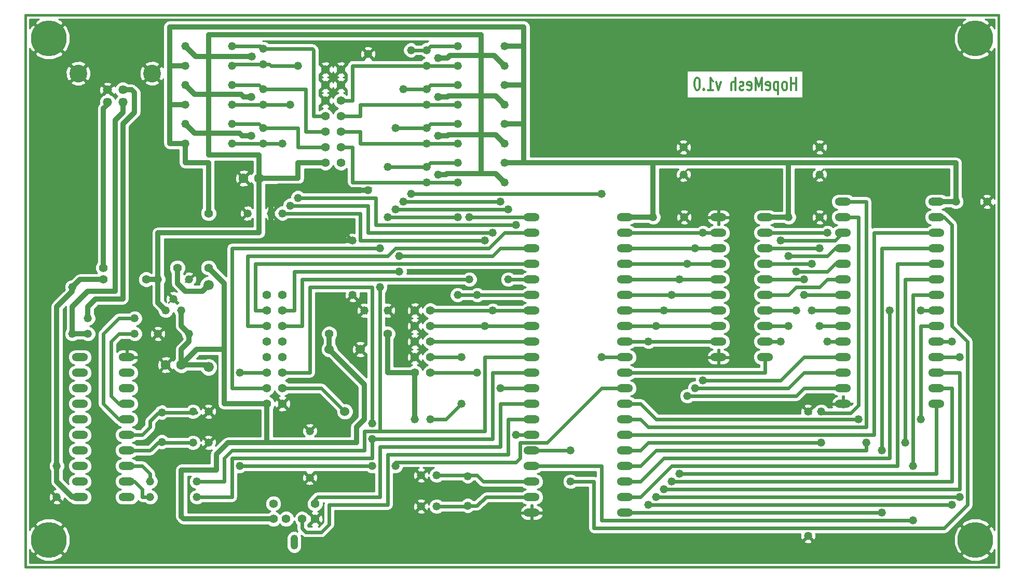
<source format=gbl>
G04 (created by PCBNEW-RS274X (2010-00-09 BZR 23xx)-stable) date Tue 30 Aug 2011 06:34:21 PM CEST*
G01*
G70*
G90*
%MOIN*%
G04 Gerber Fmt 3.4, Leading zero omitted, Abs format*
%FSLAX34Y34*%
G04 APERTURE LIST*
%ADD10C,0.006000*%
%ADD11C,0.012000*%
%ADD12C,0.015000*%
%ADD13C,0.052000*%
%ADD14O,0.104000X0.052000*%
%ADD15C,0.057400*%
%ADD16C,0.114100*%
%ADD17C,0.056000*%
%ADD18C,0.066000*%
%ADD19C,0.063000*%
%ADD20C,0.055400*%
%ADD21O,0.047500X0.095100*%
%ADD22C,0.060000*%
%ADD23C,0.230000*%
%ADD24C,0.032000*%
%ADD25C,0.023000*%
%ADD26C,0.010000*%
G04 APERTURE END LIST*
G54D10*
G54D11*
X70257Y-21824D02*
X70257Y-21024D01*
X70257Y-21405D02*
X69914Y-21405D01*
X69914Y-21824D02*
X69914Y-21024D01*
X69542Y-21824D02*
X69600Y-21786D01*
X69628Y-21748D01*
X69657Y-21671D01*
X69657Y-21443D01*
X69628Y-21367D01*
X69600Y-21329D01*
X69542Y-21290D01*
X69457Y-21290D01*
X69400Y-21329D01*
X69371Y-21367D01*
X69342Y-21443D01*
X69342Y-21671D01*
X69371Y-21748D01*
X69400Y-21786D01*
X69457Y-21824D01*
X69542Y-21824D01*
X69085Y-21290D02*
X69085Y-22090D01*
X69085Y-21329D02*
X69028Y-21290D01*
X68914Y-21290D01*
X68857Y-21329D01*
X68828Y-21367D01*
X68799Y-21443D01*
X68799Y-21671D01*
X68828Y-21748D01*
X68857Y-21786D01*
X68914Y-21824D01*
X69028Y-21824D01*
X69085Y-21786D01*
X68314Y-21786D02*
X68371Y-21824D01*
X68485Y-21824D01*
X68542Y-21786D01*
X68571Y-21710D01*
X68571Y-21405D01*
X68542Y-21329D01*
X68485Y-21290D01*
X68371Y-21290D01*
X68314Y-21329D01*
X68285Y-21405D01*
X68285Y-21481D01*
X68571Y-21557D01*
X68028Y-21824D02*
X68028Y-21024D01*
X67828Y-21595D01*
X67628Y-21024D01*
X67628Y-21824D01*
X67114Y-21786D02*
X67171Y-21824D01*
X67285Y-21824D01*
X67342Y-21786D01*
X67371Y-21710D01*
X67371Y-21405D01*
X67342Y-21329D01*
X67285Y-21290D01*
X67171Y-21290D01*
X67114Y-21329D01*
X67085Y-21405D01*
X67085Y-21481D01*
X67371Y-21557D01*
X66857Y-21786D02*
X66800Y-21824D01*
X66685Y-21824D01*
X66628Y-21786D01*
X66600Y-21710D01*
X66600Y-21671D01*
X66628Y-21595D01*
X66685Y-21557D01*
X66771Y-21557D01*
X66828Y-21519D01*
X66857Y-21443D01*
X66857Y-21405D01*
X66828Y-21329D01*
X66771Y-21290D01*
X66685Y-21290D01*
X66628Y-21329D01*
X66342Y-21824D02*
X66342Y-21024D01*
X66085Y-21824D02*
X66085Y-21405D01*
X66114Y-21329D01*
X66171Y-21290D01*
X66256Y-21290D01*
X66314Y-21329D01*
X66342Y-21367D01*
X65399Y-21290D02*
X65256Y-21824D01*
X65114Y-21290D01*
X64571Y-21824D02*
X64914Y-21824D01*
X64742Y-21824D02*
X64742Y-21024D01*
X64799Y-21138D01*
X64857Y-21214D01*
X64914Y-21252D01*
X64314Y-21748D02*
X64286Y-21786D01*
X64314Y-21824D01*
X64343Y-21786D01*
X64314Y-21748D01*
X64314Y-21824D01*
X63914Y-21024D02*
X63857Y-21024D01*
X63800Y-21062D01*
X63771Y-21100D01*
X63742Y-21176D01*
X63714Y-21329D01*
X63714Y-21519D01*
X63742Y-21671D01*
X63771Y-21748D01*
X63800Y-21786D01*
X63857Y-21824D01*
X63914Y-21824D01*
X63971Y-21786D01*
X64000Y-21748D01*
X64028Y-21671D01*
X64057Y-21519D01*
X64057Y-21329D01*
X64028Y-21176D01*
X64000Y-21100D01*
X63971Y-21062D01*
X63914Y-21024D01*
G54D12*
X20750Y-52500D02*
X20750Y-17000D01*
X83250Y-52500D02*
X20750Y-52500D01*
X83250Y-17000D02*
X83250Y-52500D01*
X20750Y-17000D02*
X83250Y-17000D01*
G54D13*
X63000Y-27250D03*
G54D14*
X65250Y-30000D03*
X65250Y-31000D03*
X65250Y-32000D03*
X65250Y-33000D03*
X65250Y-34000D03*
X65250Y-35000D03*
X65250Y-36000D03*
X65250Y-37000D03*
X65250Y-38000D03*
X65250Y-39000D03*
X68250Y-39000D03*
X68250Y-38000D03*
X68250Y-37000D03*
X68250Y-36000D03*
X68250Y-35000D03*
X68250Y-34000D03*
X68250Y-33000D03*
X68250Y-32000D03*
X68250Y-31000D03*
X68250Y-30000D03*
X27250Y-48000D03*
X27250Y-47000D03*
X27250Y-46000D03*
X27250Y-45000D03*
X27250Y-44000D03*
X27250Y-43000D03*
X27250Y-42000D03*
X27250Y-41000D03*
X27250Y-40000D03*
X27250Y-39000D03*
X24250Y-39000D03*
X24250Y-40000D03*
X24250Y-41000D03*
X24250Y-42000D03*
X24250Y-43000D03*
X24250Y-44000D03*
X24250Y-45000D03*
X24250Y-46000D03*
X24250Y-47000D03*
X24250Y-48000D03*
X53250Y-30000D03*
X53250Y-31000D03*
X53250Y-32000D03*
X53250Y-33000D03*
X53250Y-34000D03*
X53250Y-35000D03*
X53250Y-36000D03*
X53250Y-37000D03*
X53250Y-38000D03*
X53250Y-39000D03*
X53250Y-40000D03*
X53250Y-41000D03*
X53250Y-42000D03*
X53250Y-43000D03*
X53250Y-44000D03*
X53250Y-45000D03*
X53250Y-46000D03*
X53250Y-47000D03*
X53250Y-48000D03*
X53250Y-49000D03*
X59250Y-49000D03*
X59250Y-48000D03*
X59250Y-47000D03*
X59250Y-46000D03*
X59250Y-45000D03*
X59250Y-44000D03*
X59250Y-43000D03*
X59250Y-42000D03*
X59250Y-41000D03*
X59250Y-40000D03*
X59250Y-39000D03*
X59250Y-38000D03*
X59250Y-37000D03*
X59250Y-36000D03*
X59250Y-35000D03*
X59250Y-34000D03*
X59250Y-33000D03*
X59250Y-32000D03*
X59250Y-31000D03*
X59250Y-30000D03*
G54D15*
X26008Y-22604D03*
X26992Y-22604D03*
X26992Y-21816D03*
X26008Y-21816D03*
G54D16*
X28870Y-20750D03*
X24130Y-20750D03*
G54D17*
X46750Y-40000D03*
X45750Y-40000D03*
X46750Y-39000D03*
X45750Y-39000D03*
X46750Y-38000D03*
X45750Y-38000D03*
X46750Y-37000D03*
X45750Y-37000D03*
X46750Y-36000D03*
X45750Y-36000D03*
X41000Y-26500D03*
X40000Y-26500D03*
X41000Y-25500D03*
X40000Y-25500D03*
X41000Y-24500D03*
X40000Y-24500D03*
X41000Y-23500D03*
X40000Y-23500D03*
X41000Y-22500D03*
X40000Y-22500D03*
X41000Y-21500D03*
X40000Y-21500D03*
X41000Y-20500D03*
X40000Y-20500D03*
G54D13*
X49150Y-48550D03*
X49150Y-46650D03*
X29500Y-42550D03*
X29500Y-44450D03*
X45750Y-43000D03*
X46750Y-43000D03*
G54D14*
X73250Y-29000D03*
X73250Y-30000D03*
X73250Y-31000D03*
X73250Y-32000D03*
X73250Y-33000D03*
X73250Y-34000D03*
X73250Y-35000D03*
X73250Y-36000D03*
X73250Y-37000D03*
X73250Y-38000D03*
X73250Y-39000D03*
X73250Y-40000D03*
X73250Y-41000D03*
X73250Y-42000D03*
X79250Y-42000D03*
X79250Y-41000D03*
X79250Y-40000D03*
X79250Y-39000D03*
X79250Y-38000D03*
X79250Y-37000D03*
X79250Y-36000D03*
X79250Y-35000D03*
X79250Y-34000D03*
X79250Y-33000D03*
X79250Y-32000D03*
X79250Y-31000D03*
X79250Y-30000D03*
X79250Y-29000D03*
G54D13*
X27750Y-36500D03*
X24750Y-36500D03*
X27750Y-37500D03*
X24750Y-37500D03*
X48750Y-42000D03*
X48750Y-39000D03*
X23750Y-34500D03*
X23750Y-37500D03*
X28750Y-48000D03*
X31750Y-48000D03*
X28750Y-47000D03*
X31750Y-47000D03*
X31500Y-44500D03*
X32500Y-44500D03*
X31500Y-42500D03*
X32500Y-42500D03*
X47150Y-46600D03*
X46150Y-46600D03*
X47150Y-48600D03*
X46150Y-48600D03*
X22750Y-46000D03*
X22750Y-48000D03*
X61050Y-30000D03*
X63050Y-30000D03*
G54D18*
X32500Y-34361D03*
X32500Y-39649D03*
G54D13*
X69750Y-30000D03*
X71750Y-30000D03*
X80500Y-29000D03*
X82500Y-29000D03*
X29750Y-36000D03*
X30250Y-35250D03*
X30750Y-36000D03*
X29250Y-34000D03*
X31250Y-34000D03*
X31250Y-37500D03*
X29250Y-37500D03*
G54D19*
X30750Y-39500D03*
X29750Y-39500D03*
X35750Y-27500D03*
X34750Y-27500D03*
G54D13*
X36025Y-19175D03*
X35275Y-19675D03*
X36025Y-20175D03*
X46500Y-22750D03*
X47250Y-22250D03*
X46500Y-21750D03*
X46500Y-25250D03*
X47250Y-24750D03*
X46500Y-24250D03*
X36000Y-21750D03*
X35250Y-22250D03*
X36000Y-22750D03*
X46500Y-27750D03*
X47250Y-27250D03*
X46500Y-26750D03*
X36000Y-24250D03*
X35250Y-24750D03*
X36000Y-25250D03*
G54D17*
X37250Y-42000D03*
X36250Y-42000D03*
X37250Y-41000D03*
X36250Y-41000D03*
X37250Y-40000D03*
X36250Y-40000D03*
X37250Y-39000D03*
X36250Y-39000D03*
X37250Y-38000D03*
X36250Y-38000D03*
X37250Y-37000D03*
X36250Y-37000D03*
X37250Y-36000D03*
X36250Y-36000D03*
X37250Y-35000D03*
X36250Y-35000D03*
G54D20*
X38511Y-49404D03*
X37489Y-49404D03*
X39338Y-49404D03*
X36662Y-49404D03*
X39338Y-48420D03*
X36662Y-48420D03*
G54D21*
X38000Y-50900D03*
G54D22*
X42250Y-38500D03*
X40250Y-38500D03*
X41250Y-42500D03*
G54D13*
X51500Y-19000D03*
X48500Y-19000D03*
X51500Y-20250D03*
X48500Y-20250D03*
X51500Y-22750D03*
X48500Y-22750D03*
X51500Y-25250D03*
X48500Y-25250D03*
X51500Y-27750D03*
X48500Y-27750D03*
X51500Y-26500D03*
X48500Y-26500D03*
X51500Y-24000D03*
X48500Y-24000D03*
X51500Y-21500D03*
X48500Y-21500D03*
X46500Y-20250D03*
X47250Y-19750D03*
X46500Y-19250D03*
X31000Y-20250D03*
X34000Y-20250D03*
X31000Y-19000D03*
X34000Y-19000D03*
X31000Y-22750D03*
X34000Y-22750D03*
X31000Y-25250D03*
X34000Y-25250D03*
X31000Y-21500D03*
X34000Y-21500D03*
X31000Y-24000D03*
X34000Y-24000D03*
G54D23*
X22250Y-18500D03*
X22250Y-50750D03*
X81750Y-50750D03*
X81750Y-18500D03*
G54D13*
X63000Y-25500D03*
X71750Y-25500D03*
X71750Y-27250D03*
X71000Y-42500D03*
X71000Y-50500D03*
X35000Y-29750D03*
X36500Y-29750D03*
X39000Y-46750D03*
X39000Y-43750D03*
X44000Y-36000D03*
X42500Y-36000D03*
X42750Y-19500D03*
X42750Y-28250D03*
X41750Y-35000D03*
X41750Y-31500D03*
G54D17*
X25750Y-34000D03*
X28500Y-34000D03*
G54D13*
X38250Y-28750D03*
X38250Y-20250D03*
X52250Y-30500D03*
X52250Y-44000D03*
X45000Y-21750D03*
X45000Y-29000D03*
X51250Y-29000D03*
X51250Y-41000D03*
X77750Y-46000D03*
X77750Y-49500D03*
X55750Y-47000D03*
X55750Y-45000D03*
X78250Y-36000D03*
X76250Y-36000D03*
X77250Y-44500D03*
X74750Y-44500D03*
X71850Y-44500D03*
X71850Y-42500D03*
X74250Y-43000D03*
X78250Y-43000D03*
X75750Y-49000D03*
X75750Y-45000D03*
X64250Y-31000D03*
X64250Y-40500D03*
X63750Y-32000D03*
X63750Y-41000D03*
X63250Y-33000D03*
X63250Y-41500D03*
X62750Y-34000D03*
X62750Y-46500D03*
X62250Y-35000D03*
X62250Y-47000D03*
X61750Y-36000D03*
X61750Y-47500D03*
X80750Y-39000D03*
X61250Y-37000D03*
X61250Y-48000D03*
X80750Y-48000D03*
X60750Y-38000D03*
X80250Y-38000D03*
X80250Y-48500D03*
X60750Y-48500D03*
X44500Y-46000D03*
X43000Y-46000D03*
X34500Y-46000D03*
X34500Y-40000D03*
X45500Y-19250D03*
X45500Y-28500D03*
X57750Y-39000D03*
X57750Y-28500D03*
X49250Y-30000D03*
X49250Y-34000D03*
X44750Y-32500D03*
X44750Y-33500D03*
X37750Y-29250D03*
X37750Y-22750D03*
X50750Y-36000D03*
X50750Y-31000D03*
X44000Y-26750D03*
X44000Y-30000D03*
X48500Y-35000D03*
X48500Y-30000D03*
X49750Y-40000D03*
X49750Y-35000D03*
X43500Y-32000D03*
X43500Y-34500D03*
X37250Y-29750D03*
X37250Y-25250D03*
X50250Y-37000D03*
X50250Y-31500D03*
X44500Y-24250D03*
X44500Y-29500D03*
X51750Y-29500D03*
X51750Y-34000D03*
X43000Y-44250D03*
X43000Y-43250D03*
G54D17*
X25750Y-33250D03*
X30500Y-33250D03*
G54D13*
X71250Y-33000D03*
X71250Y-36000D03*
X71750Y-32000D03*
X71750Y-37000D03*
X72250Y-31000D03*
X72250Y-38000D03*
X69250Y-31500D03*
X69250Y-38000D03*
X69750Y-32500D03*
X69750Y-37000D03*
X70250Y-36000D03*
X70250Y-33500D03*
X70750Y-34000D03*
X70750Y-35000D03*
G54D17*
X40250Y-37500D03*
X44000Y-37500D03*
X32500Y-33250D03*
X32500Y-29750D03*
G54D24*
X29250Y-34000D02*
X29250Y-31000D01*
X35750Y-31000D02*
X35750Y-27500D01*
X29250Y-31000D02*
X35750Y-31000D01*
X32500Y-24600D02*
X32500Y-26000D01*
X32500Y-26000D02*
X35750Y-26000D01*
X35750Y-26000D02*
X35750Y-27500D01*
X50000Y-19600D02*
X50000Y-18250D01*
X32500Y-18250D02*
X32500Y-19675D01*
X50000Y-18250D02*
X32500Y-18250D01*
X50000Y-24700D02*
X50000Y-27200D01*
X50000Y-22200D02*
X50000Y-24700D01*
X50000Y-19600D02*
X50000Y-22200D01*
X32500Y-22100D02*
X32500Y-24600D01*
X32500Y-19675D02*
X32500Y-22100D01*
X35750Y-27500D02*
X38250Y-27500D01*
X38250Y-26500D02*
X40000Y-26500D01*
X38250Y-27500D02*
X38250Y-26500D01*
X47250Y-27250D02*
X47750Y-27250D01*
X47750Y-27250D02*
X47800Y-27200D01*
X47800Y-27200D02*
X50000Y-27200D01*
X50950Y-27200D02*
X51500Y-27750D01*
X50000Y-27200D02*
X50950Y-27200D01*
X47250Y-24750D02*
X47850Y-24750D01*
X47850Y-24750D02*
X47900Y-24700D01*
X47900Y-24700D02*
X50000Y-24700D01*
X50950Y-24700D02*
X51500Y-25250D01*
X50000Y-24700D02*
X50950Y-24700D01*
X47250Y-22250D02*
X47850Y-22250D01*
X47850Y-22250D02*
X47900Y-22200D01*
X47900Y-22200D02*
X50000Y-22200D01*
X50950Y-22200D02*
X51500Y-22750D01*
X50000Y-22200D02*
X50950Y-22200D01*
X47250Y-19750D02*
X47850Y-19750D01*
X50850Y-19600D02*
X51500Y-20250D01*
X48000Y-19600D02*
X50000Y-19600D01*
X50000Y-19600D02*
X50850Y-19600D01*
X47850Y-19750D02*
X48000Y-19600D01*
X35250Y-24750D02*
X34650Y-24750D01*
X34650Y-24750D02*
X34500Y-24600D01*
X34500Y-24600D02*
X32500Y-24600D01*
X31600Y-24600D02*
X31000Y-24000D01*
X32500Y-24600D02*
X31600Y-24600D01*
X35275Y-19675D02*
X32500Y-19675D01*
X32500Y-19675D02*
X31675Y-19675D01*
X31675Y-19675D02*
X31000Y-19000D01*
X35250Y-22250D02*
X34750Y-22250D01*
X34750Y-22250D02*
X34600Y-22100D01*
X34600Y-22100D02*
X32500Y-22100D01*
X31600Y-22100D02*
X31000Y-21500D01*
X32500Y-22100D02*
X31600Y-22100D01*
X22750Y-46000D02*
X22750Y-47000D01*
X23750Y-48000D02*
X24250Y-48000D01*
X22750Y-47000D02*
X23750Y-48000D01*
X23750Y-34500D02*
X23750Y-34750D01*
X22750Y-35750D02*
X22750Y-46000D01*
X23750Y-34750D02*
X22750Y-35750D01*
X24250Y-34000D02*
X25750Y-34000D01*
X23750Y-34500D02*
X24250Y-34000D01*
X28500Y-34000D02*
X29250Y-34000D01*
X29250Y-34000D02*
X29250Y-35500D01*
X29250Y-35500D02*
X29750Y-36000D01*
G54D25*
X53250Y-44000D02*
X52250Y-44000D01*
X43250Y-28750D02*
X43250Y-30500D01*
X43250Y-30500D02*
X52250Y-30500D01*
X36425Y-20175D02*
X36025Y-20175D01*
X36500Y-20250D02*
X38250Y-20250D01*
X36425Y-20175D02*
X36500Y-20250D01*
X38250Y-28750D02*
X43250Y-28750D01*
X36025Y-20175D02*
X34075Y-20175D01*
X34075Y-20175D02*
X34000Y-20250D01*
X34000Y-19000D02*
X35850Y-19000D01*
X35850Y-19000D02*
X36025Y-19175D01*
X40000Y-23500D02*
X39250Y-23500D01*
X39175Y-19175D02*
X36025Y-19175D01*
X39250Y-19250D02*
X39175Y-19175D01*
X39250Y-23500D02*
X39250Y-19250D01*
X53250Y-41000D02*
X51250Y-41000D01*
X45000Y-21750D02*
X46500Y-21750D01*
X51250Y-29000D02*
X45000Y-29000D01*
X48500Y-21500D02*
X46750Y-21500D01*
X46750Y-21500D02*
X46500Y-21750D01*
X57750Y-49500D02*
X57750Y-46000D01*
X77750Y-35000D02*
X77750Y-46000D01*
X77750Y-49500D02*
X57750Y-49500D01*
X79250Y-35000D02*
X77750Y-35000D01*
X57750Y-46000D02*
X53250Y-46000D01*
X79750Y-30000D02*
X80250Y-30500D01*
X80250Y-30500D02*
X80250Y-37000D01*
X80250Y-37000D02*
X81250Y-38000D01*
X81250Y-38000D02*
X81250Y-48500D01*
X81250Y-48500D02*
X79750Y-50000D01*
X79750Y-50000D02*
X57250Y-50000D01*
X57250Y-50000D02*
X57250Y-47000D01*
X57250Y-47000D02*
X55750Y-47000D01*
X79250Y-30000D02*
X79750Y-30000D01*
X55750Y-45000D02*
X53250Y-45000D01*
X76250Y-45500D02*
X76250Y-36000D01*
X60250Y-47000D02*
X61750Y-45500D01*
X61750Y-45500D02*
X76250Y-45500D01*
X59250Y-47000D02*
X60250Y-47000D01*
X78250Y-36000D02*
X79250Y-36000D01*
X74750Y-45000D02*
X74750Y-44500D01*
X60250Y-46000D02*
X61250Y-45000D01*
X61250Y-45000D02*
X74750Y-45000D01*
X59250Y-46000D02*
X60250Y-46000D01*
X77250Y-34000D02*
X79250Y-34000D01*
X77250Y-44500D02*
X77250Y-34000D01*
X73250Y-30000D02*
X74250Y-30000D01*
X60750Y-44500D02*
X60250Y-45000D01*
X71850Y-44500D02*
X60750Y-44500D01*
X60250Y-45000D02*
X59250Y-45000D01*
X74250Y-42100D02*
X74250Y-30000D01*
X73750Y-42600D02*
X74250Y-42100D01*
X71950Y-42600D02*
X73750Y-42600D01*
X71850Y-42500D02*
X71950Y-42600D01*
X75250Y-44000D02*
X59250Y-44000D01*
X75250Y-31000D02*
X79250Y-31000D01*
X75250Y-31000D02*
X75250Y-44000D01*
X60750Y-43500D02*
X74750Y-43500D01*
X74750Y-29000D02*
X74750Y-43500D01*
X59250Y-43000D02*
X60250Y-43000D01*
X60250Y-43000D02*
X60750Y-43500D01*
X74750Y-29000D02*
X73250Y-29000D01*
X61250Y-43000D02*
X74250Y-43000D01*
X60250Y-42000D02*
X61250Y-43000D01*
X59250Y-42000D02*
X60250Y-42000D01*
X78250Y-37000D02*
X79250Y-37000D01*
X78250Y-43000D02*
X78250Y-37000D01*
X79250Y-32000D02*
X75750Y-32000D01*
X75750Y-49000D02*
X59250Y-49000D01*
X75750Y-32000D02*
X75750Y-45000D01*
X79250Y-33000D02*
X76750Y-33000D01*
X59250Y-48000D02*
X60250Y-48000D01*
X60250Y-48000D02*
X62250Y-46000D01*
X62250Y-46000D02*
X76750Y-46000D01*
X76750Y-33000D02*
X76750Y-46000D01*
X59250Y-31000D02*
X64250Y-31000D01*
X64250Y-31000D02*
X65250Y-31000D01*
X73250Y-39000D02*
X70750Y-39000D01*
X69250Y-40500D02*
X70750Y-39000D01*
X64250Y-40500D02*
X69250Y-40500D01*
X73250Y-40000D02*
X70750Y-40000D01*
X69750Y-41000D02*
X70750Y-40000D01*
X63750Y-41000D02*
X69750Y-41000D01*
X59250Y-32000D02*
X63750Y-32000D01*
X63750Y-32000D02*
X65250Y-32000D01*
X73250Y-41000D02*
X70750Y-41000D01*
X70250Y-41500D02*
X70750Y-41000D01*
X63250Y-41500D02*
X70250Y-41500D01*
X59250Y-33000D02*
X63250Y-33000D01*
X63250Y-33000D02*
X65250Y-33000D01*
X79250Y-42000D02*
X79250Y-46500D01*
X62750Y-46500D02*
X79250Y-46500D01*
X59250Y-34000D02*
X62750Y-34000D01*
X62750Y-34000D02*
X65250Y-34000D01*
X79250Y-41000D02*
X80250Y-41000D01*
X80250Y-47000D02*
X80250Y-41000D01*
X62250Y-47000D02*
X80250Y-47000D01*
X59250Y-35000D02*
X62250Y-35000D01*
X62250Y-35000D02*
X65250Y-35000D01*
X79250Y-40000D02*
X80750Y-40000D01*
X80750Y-47500D02*
X80750Y-40000D01*
X61750Y-47500D02*
X80750Y-47500D01*
X59250Y-36000D02*
X61750Y-36000D01*
X61750Y-36000D02*
X65250Y-36000D01*
X79250Y-39000D02*
X80750Y-39000D01*
X61250Y-48000D02*
X80750Y-48000D01*
X59250Y-37000D02*
X61250Y-37000D01*
X61250Y-37000D02*
X65250Y-37000D01*
X79250Y-38000D02*
X80250Y-38000D01*
X60750Y-48500D02*
X80250Y-48500D01*
X59250Y-38000D02*
X60750Y-38000D01*
X60750Y-38000D02*
X65250Y-38000D01*
X59250Y-40000D02*
X68250Y-40000D01*
X68250Y-40000D02*
X68250Y-39000D01*
G54D24*
X27750Y-22000D02*
X27750Y-23250D01*
X26992Y-21816D02*
X27566Y-21816D01*
X27566Y-21816D02*
X27750Y-22000D01*
X24750Y-35750D02*
X24750Y-36500D01*
X25250Y-35250D02*
X27000Y-35250D01*
X24750Y-35750D02*
X25250Y-35250D01*
X27000Y-24000D02*
X27000Y-35250D01*
X27750Y-23250D02*
X27000Y-24000D01*
X26992Y-22604D02*
X26992Y-22758D01*
X26992Y-22758D02*
X27000Y-23000D01*
X26500Y-34750D02*
X26500Y-23750D01*
X23750Y-35750D02*
X23750Y-37500D01*
X24750Y-34750D02*
X26500Y-34750D01*
X23750Y-35750D02*
X24750Y-34750D01*
X27000Y-23250D02*
X27000Y-23000D01*
X26500Y-23750D02*
X27000Y-23250D01*
X23750Y-37500D02*
X24750Y-37500D01*
G54D25*
X36250Y-40000D02*
X34500Y-40000D01*
X52500Y-45500D02*
X52250Y-45750D01*
X52250Y-45750D02*
X44500Y-45750D01*
X57750Y-41000D02*
X59250Y-41000D01*
X54250Y-44500D02*
X52500Y-44500D01*
X57750Y-41000D02*
X54250Y-44500D01*
X52500Y-44500D02*
X52500Y-45500D01*
X44500Y-46000D02*
X44500Y-45750D01*
X34500Y-46000D02*
X43000Y-46000D01*
X45500Y-28500D02*
X57750Y-28500D01*
X46500Y-19250D02*
X45500Y-19250D01*
X57750Y-39000D02*
X59250Y-39000D01*
X48500Y-19000D02*
X46750Y-19000D01*
X46750Y-19000D02*
X46500Y-19250D01*
X41000Y-22500D02*
X41750Y-22500D01*
X41750Y-20250D02*
X46500Y-20250D01*
X41750Y-22500D02*
X41750Y-20250D01*
X46500Y-20250D02*
X48500Y-20250D01*
X39500Y-48000D02*
X43500Y-48000D01*
X39338Y-48162D02*
X39500Y-48000D01*
X39338Y-48420D02*
X39338Y-48162D01*
X51250Y-42000D02*
X51250Y-44750D01*
X51250Y-44750D02*
X43500Y-44750D01*
X51250Y-42000D02*
X53250Y-42000D01*
X43500Y-48000D02*
X43500Y-44750D01*
X40250Y-48500D02*
X44000Y-48500D01*
X51750Y-43000D02*
X51750Y-45250D01*
X51750Y-45250D02*
X44000Y-45250D01*
X53250Y-43000D02*
X51750Y-43000D01*
X40250Y-48500D02*
X40250Y-49750D01*
X44000Y-48500D02*
X44000Y-45250D01*
X38511Y-49404D02*
X38511Y-50011D01*
X39750Y-50250D02*
X40250Y-49750D01*
X38750Y-50250D02*
X39750Y-50250D01*
X38511Y-50011D02*
X38750Y-50250D01*
X38500Y-34000D02*
X49250Y-34000D01*
X37250Y-37000D02*
X38500Y-37000D01*
X38500Y-37000D02*
X38500Y-34000D01*
X49250Y-30000D02*
X53250Y-30000D01*
X44000Y-32500D02*
X44500Y-32000D01*
X44500Y-32000D02*
X50500Y-32000D01*
X35000Y-37000D02*
X35000Y-32500D01*
X35000Y-32500D02*
X44000Y-32500D01*
X36250Y-37000D02*
X35000Y-37000D01*
X51500Y-31000D02*
X53250Y-31000D01*
X50500Y-32000D02*
X51500Y-31000D01*
X38000Y-33500D02*
X44750Y-33500D01*
X37250Y-36000D02*
X38000Y-36000D01*
X38000Y-36000D02*
X38000Y-33500D01*
X51250Y-32000D02*
X53250Y-32000D01*
X50750Y-32500D02*
X51250Y-32000D01*
X44750Y-32500D02*
X50750Y-32500D01*
X53250Y-33000D02*
X35500Y-33000D01*
X35500Y-36000D02*
X35500Y-33000D01*
X35500Y-36000D02*
X36250Y-36000D01*
X41000Y-25500D02*
X41750Y-25500D01*
X41750Y-27750D02*
X46500Y-27750D01*
X41750Y-25500D02*
X41750Y-27750D01*
X46500Y-27750D02*
X48500Y-27750D01*
X34000Y-21500D02*
X35750Y-21500D01*
X35750Y-21500D02*
X36000Y-21750D01*
X40000Y-24500D02*
X38750Y-24500D01*
X38750Y-21750D02*
X36000Y-21750D01*
X38750Y-24500D02*
X38750Y-21750D01*
X41000Y-23500D02*
X42250Y-23500D01*
X42250Y-22750D02*
X46500Y-22750D01*
X42250Y-23500D02*
X42250Y-22750D01*
X46500Y-22750D02*
X48500Y-22750D01*
X42750Y-31000D02*
X50750Y-31000D01*
X42750Y-29250D02*
X42750Y-31000D01*
X36000Y-22750D02*
X37750Y-22750D01*
X37750Y-29250D02*
X42750Y-29250D01*
X34000Y-22750D02*
X36000Y-22750D01*
X46750Y-36000D02*
X50750Y-36000D01*
X50750Y-36000D02*
X53250Y-36000D01*
X44000Y-30000D02*
X48500Y-30000D01*
X46500Y-26750D02*
X44000Y-26750D01*
X48500Y-35000D02*
X49750Y-35000D01*
X48500Y-26500D02*
X46750Y-26500D01*
X46750Y-26500D02*
X46500Y-26750D01*
X46750Y-40000D02*
X49750Y-40000D01*
X49750Y-35000D02*
X53250Y-35000D01*
X46750Y-38000D02*
X53250Y-38000D01*
X43500Y-43750D02*
X43500Y-34500D01*
X36250Y-41000D02*
X34000Y-41000D01*
X34000Y-41000D02*
X34000Y-32000D01*
X34000Y-32000D02*
X43500Y-32000D01*
X31750Y-47000D02*
X33500Y-47000D01*
X50250Y-39000D02*
X50250Y-43750D01*
X50250Y-43750D02*
X43500Y-43750D01*
X50250Y-39000D02*
X53250Y-39000D01*
X42500Y-43750D02*
X43500Y-43750D01*
X42500Y-45000D02*
X42500Y-43750D01*
X34000Y-45000D02*
X42500Y-45000D01*
X33500Y-47000D02*
X33500Y-45500D01*
X33500Y-45500D02*
X34000Y-45000D01*
X42250Y-31500D02*
X50250Y-31500D01*
X42250Y-29750D02*
X42250Y-31500D01*
X36000Y-25250D02*
X37250Y-25250D01*
X37250Y-29750D02*
X42250Y-29750D01*
X34000Y-25250D02*
X36000Y-25250D01*
X46750Y-37000D02*
X50250Y-37000D01*
X50250Y-37000D02*
X53250Y-37000D01*
X34000Y-24000D02*
X35750Y-24000D01*
X35750Y-24000D02*
X36000Y-24250D01*
X40000Y-25500D02*
X38250Y-25500D01*
X38250Y-24250D02*
X36000Y-24250D01*
X38250Y-25500D02*
X38250Y-24250D01*
X53250Y-34000D02*
X51750Y-34000D01*
X44500Y-24250D02*
X46500Y-24250D01*
X51750Y-29500D02*
X44500Y-29500D01*
X48500Y-24000D02*
X46750Y-24000D01*
X46750Y-24000D02*
X46500Y-24250D01*
X41000Y-24500D02*
X42250Y-24500D01*
X42250Y-25250D02*
X46500Y-25250D01*
X42250Y-24500D02*
X42250Y-25250D01*
X46500Y-25250D02*
X48500Y-25250D01*
X39000Y-40000D02*
X37250Y-40000D01*
X39000Y-40000D02*
X39000Y-34500D01*
X43000Y-34500D02*
X39000Y-34500D01*
X43000Y-43250D02*
X43000Y-34500D01*
X31750Y-48000D02*
X34000Y-48000D01*
X50750Y-40000D02*
X50750Y-44250D01*
X50750Y-44250D02*
X43000Y-44250D01*
X50750Y-40000D02*
X53250Y-40000D01*
X43000Y-45500D02*
X43000Y-44250D01*
X34000Y-45500D02*
X43000Y-45500D01*
X34000Y-48000D02*
X34000Y-45500D01*
G54D24*
X41750Y-31500D02*
X37000Y-31500D01*
X41250Y-28250D02*
X42750Y-28250D01*
X41000Y-28000D02*
X41250Y-28250D01*
X37000Y-28000D02*
X41000Y-28000D01*
X36500Y-28500D02*
X37000Y-28000D01*
X36500Y-31000D02*
X36500Y-28500D01*
X37000Y-31500D02*
X36500Y-31000D01*
G54D25*
X27250Y-47000D02*
X27750Y-47000D01*
X28250Y-48000D02*
X28750Y-48000D01*
X28250Y-47500D02*
X28250Y-48000D01*
X27750Y-47000D02*
X28250Y-47500D01*
G54D24*
X25750Y-23000D02*
X25750Y-33250D01*
X30500Y-33250D02*
X30500Y-34250D01*
X30500Y-34250D02*
X31000Y-34750D01*
X31000Y-34750D02*
X32111Y-34750D01*
X32500Y-34361D02*
X32111Y-34750D01*
X26000Y-22750D02*
X25750Y-23000D01*
X26008Y-22604D02*
X26000Y-22750D01*
G54D25*
X46750Y-39000D02*
X48750Y-39000D01*
X46750Y-43000D02*
X47750Y-43000D01*
X47750Y-43000D02*
X48750Y-42000D01*
X29500Y-42550D02*
X31700Y-42550D01*
X31700Y-42550D02*
X31500Y-42500D01*
X29500Y-42550D02*
X29300Y-42550D01*
X28250Y-44000D02*
X27250Y-44000D01*
X28750Y-43500D02*
X28250Y-44000D01*
X28750Y-43100D02*
X28750Y-43500D01*
X29300Y-42550D02*
X28750Y-43100D01*
X31500Y-44500D02*
X29800Y-44500D01*
X29800Y-44500D02*
X29500Y-44450D01*
X27250Y-45000D02*
X28750Y-45000D01*
X29300Y-44450D02*
X29500Y-44450D01*
X28750Y-45000D02*
X29300Y-44450D01*
X68250Y-33000D02*
X71250Y-33000D01*
X71250Y-36000D02*
X73250Y-36000D01*
X68250Y-32000D02*
X71750Y-32000D01*
X71750Y-37000D02*
X73250Y-37000D01*
X68250Y-31000D02*
X72250Y-31000D01*
X72250Y-38000D02*
X73250Y-38000D01*
X68250Y-38000D02*
X69250Y-38000D01*
X72750Y-31500D02*
X73250Y-31000D01*
X69250Y-31500D02*
X72750Y-31500D01*
X68250Y-37000D02*
X69750Y-37000D01*
X72750Y-32000D02*
X73250Y-32000D01*
X72250Y-32500D02*
X72750Y-32000D01*
X69750Y-32500D02*
X72250Y-32500D01*
X68250Y-36000D02*
X70250Y-36000D01*
X70250Y-33500D02*
X72250Y-33500D01*
X72250Y-33500D02*
X72750Y-33000D01*
X72750Y-33000D02*
X73250Y-33000D01*
X68250Y-35000D02*
X69750Y-35000D01*
X69750Y-35000D02*
X70250Y-34500D01*
X70250Y-34500D02*
X71750Y-34500D01*
X71750Y-34500D02*
X72250Y-34000D01*
X72250Y-34000D02*
X73250Y-34000D01*
X68250Y-34000D02*
X70750Y-34000D01*
X70750Y-35000D02*
X73250Y-35000D01*
X47150Y-48600D02*
X49100Y-48600D01*
X49100Y-48600D02*
X49150Y-48550D01*
X49150Y-48550D02*
X49700Y-48550D01*
X50350Y-48000D02*
X53250Y-48000D01*
X49700Y-48550D02*
X50350Y-48000D01*
X47150Y-46600D02*
X49100Y-46600D01*
X49100Y-46600D02*
X49150Y-46650D01*
X53250Y-47000D02*
X50150Y-47000D01*
X50150Y-47000D02*
X49750Y-46600D01*
X49750Y-46600D02*
X49200Y-46600D01*
X49200Y-46600D02*
X49150Y-46650D01*
X27250Y-46000D02*
X28250Y-46000D01*
X28750Y-46500D02*
X28750Y-47000D01*
X28250Y-46000D02*
X28750Y-46500D01*
X27750Y-36500D02*
X26750Y-36500D01*
X26750Y-43000D02*
X27250Y-43000D01*
X25750Y-42000D02*
X26750Y-43000D01*
X25750Y-37500D02*
X25750Y-42000D01*
X26750Y-36500D02*
X25750Y-37500D01*
X27750Y-37500D02*
X26750Y-37500D01*
X26750Y-42000D02*
X27250Y-42000D01*
X26250Y-41500D02*
X26750Y-42000D01*
X26250Y-38000D02*
X26250Y-41500D01*
X26750Y-37500D02*
X26250Y-38000D01*
X37250Y-41000D02*
X39750Y-41000D01*
X39750Y-41000D02*
X41250Y-42500D01*
G54D24*
X33750Y-44500D02*
X33000Y-45250D01*
X36250Y-44500D02*
X33750Y-44500D01*
X30904Y-49404D02*
X36662Y-49404D01*
X30750Y-49250D02*
X30904Y-49404D01*
X30750Y-46250D02*
X30750Y-49250D01*
X33000Y-46250D02*
X30750Y-46250D01*
X33000Y-45250D02*
X33000Y-46250D01*
X45750Y-40000D02*
X44000Y-40000D01*
X40250Y-37500D02*
X40250Y-38500D01*
X44000Y-40000D02*
X44000Y-37500D01*
X40250Y-38500D02*
X42500Y-40750D01*
X42500Y-40750D02*
X42500Y-43000D01*
X42500Y-43000D02*
X42000Y-43500D01*
X42000Y-43500D02*
X42000Y-44500D01*
X42000Y-44500D02*
X36250Y-44500D01*
X36250Y-44500D02*
X36250Y-42000D01*
X33500Y-38500D02*
X33500Y-42000D01*
X33500Y-42000D02*
X36250Y-42000D01*
X61050Y-30000D02*
X61050Y-26500D01*
X61050Y-26500D02*
X61000Y-26500D01*
X69750Y-30000D02*
X69750Y-26500D01*
X52750Y-26500D02*
X61000Y-26500D01*
X61000Y-26500D02*
X69750Y-26500D01*
X69750Y-26500D02*
X80500Y-26500D01*
X80500Y-26500D02*
X80500Y-29000D01*
X30000Y-20250D02*
X30000Y-17750D01*
X52750Y-17750D02*
X52750Y-19000D01*
X30000Y-17750D02*
X52750Y-17750D01*
X31750Y-38500D02*
X33500Y-38500D01*
X33500Y-38500D02*
X33500Y-34250D01*
X33500Y-34250D02*
X32500Y-33250D01*
X30750Y-39500D02*
X31750Y-38500D01*
X31000Y-26500D02*
X31000Y-25250D01*
X32500Y-26500D02*
X31000Y-26500D01*
X32500Y-29750D02*
X32500Y-26500D01*
X30000Y-22750D02*
X31000Y-22750D01*
X31000Y-20250D02*
X30000Y-20250D01*
X30000Y-25250D02*
X31000Y-25250D01*
X30000Y-22750D02*
X30000Y-25250D01*
X30000Y-20250D02*
X30000Y-22750D01*
X51500Y-21500D02*
X52750Y-21500D01*
X51500Y-24000D02*
X52750Y-24000D01*
X51500Y-19000D02*
X52750Y-19000D01*
X52750Y-26500D02*
X51500Y-26500D01*
X52750Y-19000D02*
X52750Y-21500D01*
X52750Y-21500D02*
X52750Y-24000D01*
X52750Y-24000D02*
X52750Y-26500D01*
X69750Y-30000D02*
X68250Y-30000D01*
X79250Y-29000D02*
X80500Y-29000D01*
X30750Y-39500D02*
X32351Y-39500D01*
X32351Y-39500D02*
X32500Y-39649D01*
X45750Y-43000D02*
X45750Y-40000D01*
X30750Y-36000D02*
X30750Y-37000D01*
X30750Y-37000D02*
X31250Y-37500D01*
X31250Y-37500D02*
X31250Y-38000D01*
X30750Y-38500D02*
X30750Y-39500D01*
X31250Y-38000D02*
X30750Y-38500D01*
X59250Y-30000D02*
X61050Y-30000D01*
G54D26*
X21025Y-17275D02*
X21617Y-17275D01*
X22879Y-17275D02*
X81117Y-17275D01*
X82379Y-17275D02*
X82975Y-17275D01*
X21025Y-17355D02*
X21457Y-17355D01*
X23044Y-17355D02*
X29925Y-17355D01*
X52826Y-17355D02*
X80957Y-17355D01*
X82544Y-17355D02*
X82975Y-17355D01*
X21025Y-17435D02*
X21400Y-17435D01*
X23101Y-17435D02*
X29748Y-17435D01*
X53003Y-17435D02*
X80900Y-17435D01*
X82601Y-17435D02*
X82975Y-17435D01*
X21025Y-17515D02*
X21343Y-17515D01*
X23158Y-17515D02*
X29674Y-17515D01*
X53077Y-17515D02*
X80843Y-17515D01*
X82658Y-17515D02*
X82975Y-17515D01*
X21025Y-17595D02*
X21262Y-17595D01*
X21274Y-17595D02*
X21416Y-17595D01*
X23084Y-17595D02*
X23226Y-17595D01*
X23239Y-17595D02*
X29621Y-17595D01*
X53130Y-17595D02*
X80762Y-17595D01*
X80774Y-17595D02*
X80916Y-17595D01*
X82584Y-17595D02*
X82726Y-17595D01*
X82739Y-17595D02*
X82975Y-17595D01*
X21025Y-17675D02*
X21150Y-17675D01*
X21354Y-17675D02*
X21496Y-17675D01*
X23004Y-17675D02*
X23146Y-17675D01*
X23351Y-17675D02*
X29605Y-17675D01*
X53146Y-17675D02*
X80650Y-17675D01*
X80854Y-17675D02*
X80996Y-17675D01*
X82504Y-17675D02*
X82646Y-17675D01*
X82851Y-17675D02*
X82975Y-17675D01*
X21025Y-17755D02*
X21074Y-17755D01*
X21434Y-17755D02*
X21576Y-17755D01*
X22924Y-17755D02*
X23066Y-17755D01*
X23429Y-17755D02*
X29590Y-17755D01*
X53160Y-17755D02*
X80574Y-17755D01*
X80934Y-17755D02*
X81076Y-17755D01*
X82424Y-17755D02*
X82566Y-17755D01*
X82929Y-17755D02*
X82975Y-17755D01*
X21025Y-17835D02*
X21040Y-17835D01*
X21514Y-17835D02*
X21656Y-17835D01*
X22844Y-17835D02*
X22986Y-17835D01*
X23462Y-17835D02*
X29590Y-17835D01*
X53160Y-17835D02*
X80540Y-17835D01*
X81014Y-17835D02*
X81156Y-17835D01*
X82344Y-17835D02*
X82486Y-17835D01*
X82962Y-17835D02*
X82975Y-17835D01*
X21594Y-17915D02*
X21736Y-17915D01*
X22764Y-17915D02*
X22906Y-17915D01*
X23495Y-17915D02*
X29590Y-17915D01*
X53160Y-17915D02*
X80507Y-17915D01*
X81094Y-17915D02*
X81236Y-17915D01*
X82264Y-17915D02*
X82406Y-17915D01*
X21674Y-17995D02*
X21816Y-17995D01*
X22684Y-17995D02*
X22826Y-17995D01*
X23528Y-17995D02*
X29590Y-17995D01*
X53160Y-17995D02*
X80473Y-17995D01*
X81174Y-17995D02*
X81316Y-17995D01*
X82184Y-17995D02*
X82326Y-17995D01*
X21754Y-18075D02*
X21896Y-18075D01*
X22604Y-18075D02*
X22746Y-18075D01*
X23560Y-18075D02*
X29590Y-18075D01*
X53160Y-18075D02*
X80440Y-18075D01*
X81254Y-18075D02*
X81396Y-18075D01*
X82104Y-18075D02*
X82246Y-18075D01*
X21834Y-18155D02*
X21976Y-18155D01*
X22524Y-18155D02*
X22666Y-18155D01*
X23593Y-18155D02*
X29590Y-18155D01*
X53160Y-18155D02*
X80406Y-18155D01*
X81334Y-18155D02*
X81476Y-18155D01*
X82024Y-18155D02*
X82166Y-18155D01*
X21914Y-18235D02*
X22056Y-18235D01*
X22444Y-18235D02*
X22586Y-18235D01*
X23623Y-18235D02*
X29590Y-18235D01*
X53160Y-18235D02*
X80378Y-18235D01*
X81414Y-18235D02*
X81556Y-18235D01*
X81944Y-18235D02*
X82086Y-18235D01*
X21994Y-18315D02*
X22136Y-18315D01*
X22364Y-18315D02*
X22506Y-18315D01*
X23623Y-18315D02*
X29590Y-18315D01*
X53160Y-18315D02*
X80378Y-18315D01*
X81494Y-18315D02*
X81636Y-18315D01*
X81864Y-18315D02*
X82006Y-18315D01*
X22074Y-18395D02*
X22216Y-18395D01*
X22284Y-18395D02*
X22426Y-18395D01*
X23623Y-18395D02*
X29590Y-18395D01*
X53160Y-18395D02*
X80378Y-18395D01*
X81574Y-18395D02*
X81716Y-18395D01*
X81784Y-18395D02*
X81926Y-18395D01*
X22154Y-18475D02*
X22346Y-18475D01*
X23623Y-18475D02*
X29590Y-18475D01*
X53160Y-18475D02*
X80378Y-18475D01*
X81654Y-18475D02*
X81846Y-18475D01*
X22124Y-18555D02*
X22376Y-18555D01*
X23622Y-18555D02*
X29590Y-18555D01*
X53160Y-18555D02*
X80377Y-18555D01*
X81624Y-18555D02*
X81876Y-18555D01*
X22044Y-18635D02*
X22186Y-18635D01*
X22314Y-18635D02*
X22456Y-18635D01*
X23622Y-18635D02*
X29590Y-18635D01*
X53160Y-18635D02*
X80377Y-18635D01*
X81544Y-18635D02*
X81686Y-18635D01*
X81814Y-18635D02*
X81956Y-18635D01*
X21964Y-18715D02*
X22106Y-18715D01*
X22394Y-18715D02*
X22536Y-18715D01*
X23622Y-18715D02*
X29590Y-18715D01*
X53160Y-18715D02*
X80377Y-18715D01*
X81464Y-18715D02*
X81606Y-18715D01*
X81894Y-18715D02*
X82036Y-18715D01*
X21884Y-18795D02*
X22026Y-18795D01*
X22474Y-18795D02*
X22616Y-18795D01*
X23615Y-18795D02*
X29590Y-18795D01*
X53160Y-18795D02*
X80387Y-18795D01*
X81384Y-18795D02*
X81526Y-18795D01*
X81974Y-18795D02*
X82116Y-18795D01*
X21804Y-18875D02*
X21946Y-18875D01*
X22554Y-18875D02*
X22696Y-18875D01*
X23581Y-18875D02*
X29590Y-18875D01*
X53160Y-18875D02*
X80419Y-18875D01*
X81304Y-18875D02*
X81446Y-18875D01*
X82054Y-18875D02*
X82196Y-18875D01*
X21724Y-18955D02*
X21866Y-18955D01*
X22634Y-18955D02*
X22776Y-18955D01*
X23548Y-18955D02*
X29590Y-18955D01*
X53160Y-18955D02*
X80452Y-18955D01*
X81224Y-18955D02*
X81366Y-18955D01*
X82134Y-18955D02*
X82276Y-18955D01*
X21644Y-19035D02*
X21786Y-19035D01*
X22714Y-19035D02*
X22856Y-19035D01*
X23514Y-19035D02*
X29590Y-19035D01*
X53160Y-19035D02*
X80485Y-19035D01*
X81144Y-19035D02*
X81286Y-19035D01*
X82214Y-19035D02*
X82356Y-19035D01*
X21564Y-19115D02*
X21706Y-19115D01*
X22794Y-19115D02*
X22936Y-19115D01*
X23481Y-19115D02*
X29590Y-19115D01*
X53160Y-19115D02*
X80517Y-19115D01*
X81064Y-19115D02*
X81206Y-19115D01*
X82294Y-19115D02*
X82436Y-19115D01*
X21025Y-19195D02*
X21050Y-19195D01*
X21484Y-19195D02*
X21626Y-19195D01*
X22874Y-19195D02*
X23016Y-19195D01*
X23447Y-19195D02*
X29590Y-19195D01*
X53160Y-19195D02*
X80550Y-19195D01*
X80984Y-19195D02*
X81126Y-19195D01*
X82374Y-19195D02*
X82516Y-19195D01*
X82947Y-19195D02*
X82975Y-19195D01*
X21025Y-19275D02*
X21083Y-19275D01*
X21404Y-19275D02*
X21546Y-19275D01*
X22954Y-19275D02*
X23096Y-19275D01*
X23413Y-19275D02*
X29590Y-19275D01*
X53160Y-19275D02*
X80583Y-19275D01*
X80904Y-19275D02*
X81046Y-19275D01*
X82454Y-19275D02*
X82596Y-19275D01*
X82913Y-19275D02*
X82975Y-19275D01*
X21025Y-19355D02*
X21191Y-19355D01*
X21324Y-19355D02*
X21466Y-19355D01*
X23034Y-19355D02*
X23176Y-19355D01*
X23308Y-19355D02*
X29590Y-19355D01*
X53160Y-19355D02*
X80691Y-19355D01*
X80824Y-19355D02*
X80966Y-19355D01*
X82534Y-19355D02*
X82676Y-19355D01*
X82808Y-19355D02*
X82975Y-19355D01*
X21025Y-19435D02*
X21386Y-19435D01*
X23114Y-19435D02*
X29590Y-19435D01*
X53160Y-19435D02*
X80886Y-19435D01*
X82614Y-19435D02*
X82975Y-19435D01*
X21025Y-19515D02*
X21364Y-19515D01*
X23135Y-19515D02*
X29590Y-19515D01*
X53160Y-19515D02*
X80864Y-19515D01*
X82635Y-19515D02*
X82975Y-19515D01*
X21025Y-19595D02*
X21421Y-19595D01*
X23078Y-19595D02*
X29590Y-19595D01*
X53160Y-19595D02*
X80921Y-19595D01*
X82578Y-19595D02*
X82975Y-19595D01*
X21025Y-19675D02*
X21501Y-19675D01*
X23004Y-19675D02*
X29590Y-19675D01*
X53160Y-19675D02*
X81001Y-19675D01*
X82504Y-19675D02*
X82975Y-19675D01*
X21025Y-19755D02*
X21692Y-19755D01*
X22808Y-19755D02*
X29590Y-19755D01*
X53160Y-19755D02*
X81192Y-19755D01*
X82308Y-19755D02*
X82975Y-19755D01*
X21025Y-19835D02*
X21882Y-19835D01*
X22613Y-19835D02*
X29590Y-19835D01*
X53160Y-19835D02*
X81382Y-19835D01*
X82113Y-19835D02*
X82975Y-19835D01*
X21025Y-19915D02*
X29590Y-19915D01*
X53160Y-19915D02*
X82975Y-19915D01*
X21025Y-19995D02*
X23845Y-19995D01*
X24407Y-19995D02*
X28585Y-19995D01*
X29147Y-19995D02*
X29590Y-19995D01*
X53160Y-19995D02*
X82975Y-19995D01*
X21025Y-20075D02*
X23682Y-20075D01*
X24579Y-20075D02*
X28422Y-20075D01*
X29319Y-20075D02*
X29590Y-20075D01*
X53160Y-20075D02*
X82975Y-20075D01*
X21025Y-20155D02*
X23643Y-20155D01*
X24618Y-20155D02*
X28383Y-20155D01*
X29358Y-20155D02*
X29590Y-20155D01*
X53160Y-20155D02*
X82975Y-20155D01*
X21025Y-20235D02*
X23686Y-20235D01*
X24574Y-20235D02*
X28426Y-20235D01*
X29314Y-20235D02*
X29590Y-20235D01*
X53160Y-20235D02*
X82975Y-20235D01*
X21025Y-20315D02*
X23437Y-20315D01*
X23624Y-20315D02*
X23766Y-20315D01*
X24494Y-20315D02*
X24636Y-20315D01*
X24824Y-20315D02*
X28177Y-20315D01*
X28364Y-20315D02*
X28506Y-20315D01*
X29234Y-20315D02*
X29376Y-20315D01*
X29564Y-20315D02*
X29590Y-20315D01*
X53160Y-20315D02*
X82975Y-20315D01*
X21025Y-20395D02*
X23406Y-20395D01*
X23704Y-20395D02*
X23846Y-20395D01*
X24414Y-20395D02*
X24556Y-20395D01*
X24857Y-20395D02*
X28146Y-20395D01*
X28444Y-20395D02*
X28586Y-20395D01*
X29154Y-20395D02*
X29296Y-20395D01*
X53160Y-20395D02*
X82975Y-20395D01*
X21025Y-20475D02*
X23375Y-20475D01*
X23784Y-20475D02*
X23926Y-20475D01*
X24334Y-20475D02*
X24476Y-20475D01*
X24890Y-20475D02*
X28115Y-20475D01*
X28524Y-20475D02*
X28666Y-20475D01*
X29074Y-20475D02*
X29216Y-20475D01*
X53160Y-20475D02*
X82975Y-20475D01*
X21025Y-20555D02*
X23344Y-20555D01*
X23864Y-20555D02*
X24006Y-20555D01*
X24254Y-20555D02*
X24396Y-20555D01*
X24923Y-20555D02*
X28084Y-20555D01*
X28604Y-20555D02*
X28746Y-20555D01*
X28994Y-20555D02*
X29136Y-20555D01*
X53160Y-20555D02*
X82975Y-20555D01*
X21025Y-20635D02*
X23323Y-20635D01*
X23944Y-20635D02*
X24086Y-20635D01*
X24174Y-20635D02*
X24316Y-20635D01*
X24932Y-20635D02*
X28063Y-20635D01*
X28684Y-20635D02*
X28826Y-20635D01*
X28914Y-20635D02*
X29056Y-20635D01*
X53160Y-20635D02*
X63220Y-20635D01*
X70660Y-20635D02*
X82975Y-20635D01*
X21025Y-20715D02*
X23325Y-20715D01*
X24024Y-20715D02*
X24236Y-20715D01*
X24934Y-20715D02*
X28065Y-20715D01*
X28764Y-20715D02*
X28976Y-20715D01*
X53160Y-20715D02*
X63220Y-20715D01*
X70660Y-20715D02*
X82975Y-20715D01*
X21025Y-20795D02*
X23327Y-20795D01*
X24014Y-20795D02*
X24246Y-20795D01*
X24935Y-20795D02*
X28067Y-20795D01*
X28754Y-20795D02*
X28986Y-20795D01*
X53160Y-20795D02*
X63220Y-20795D01*
X70660Y-20795D02*
X82975Y-20795D01*
X21025Y-20875D02*
X23328Y-20875D01*
X23934Y-20875D02*
X24076Y-20875D01*
X24184Y-20875D02*
X24326Y-20875D01*
X24937Y-20875D02*
X28068Y-20875D01*
X28674Y-20875D02*
X28816Y-20875D01*
X28924Y-20875D02*
X29066Y-20875D01*
X53160Y-20875D02*
X63220Y-20875D01*
X70660Y-20875D02*
X82975Y-20875D01*
X21025Y-20955D02*
X23341Y-20955D01*
X23854Y-20955D02*
X23996Y-20955D01*
X24264Y-20955D02*
X24406Y-20955D01*
X24912Y-20955D02*
X28081Y-20955D01*
X28594Y-20955D02*
X28736Y-20955D01*
X29004Y-20955D02*
X29146Y-20955D01*
X53160Y-20955D02*
X63220Y-20955D01*
X70660Y-20955D02*
X82975Y-20955D01*
X21025Y-21035D02*
X23374Y-21035D01*
X23774Y-21035D02*
X23916Y-21035D01*
X24344Y-21035D02*
X24486Y-21035D01*
X24881Y-21035D02*
X28114Y-21035D01*
X28514Y-21035D02*
X28656Y-21035D01*
X29084Y-21035D02*
X29226Y-21035D01*
X53160Y-21035D02*
X63220Y-21035D01*
X70660Y-21035D02*
X82975Y-21035D01*
X21025Y-21115D02*
X23407Y-21115D01*
X23694Y-21115D02*
X23836Y-21115D01*
X24424Y-21115D02*
X24566Y-21115D01*
X24850Y-21115D02*
X28147Y-21115D01*
X28434Y-21115D02*
X28576Y-21115D01*
X29164Y-21115D02*
X29306Y-21115D01*
X53160Y-21115D02*
X63220Y-21115D01*
X70660Y-21115D02*
X82975Y-21115D01*
X21025Y-21195D02*
X23447Y-21195D01*
X23614Y-21195D02*
X23756Y-21195D01*
X24504Y-21195D02*
X24646Y-21195D01*
X24812Y-21195D02*
X28187Y-21195D01*
X28354Y-21195D02*
X28496Y-21195D01*
X29244Y-21195D02*
X29386Y-21195D01*
X29552Y-21195D02*
X29590Y-21195D01*
X53160Y-21195D02*
X63220Y-21195D01*
X70660Y-21195D02*
X82975Y-21195D01*
X21025Y-21275D02*
X23676Y-21275D01*
X24584Y-21275D02*
X28416Y-21275D01*
X29324Y-21275D02*
X29590Y-21275D01*
X53160Y-21275D02*
X63220Y-21275D01*
X70660Y-21275D02*
X82975Y-21275D01*
X21025Y-21355D02*
X23647Y-21355D01*
X24612Y-21355D02*
X25734Y-21355D01*
X26283Y-21355D02*
X26702Y-21355D01*
X27283Y-21355D02*
X28387Y-21355D01*
X29352Y-21355D02*
X29590Y-21355D01*
X53160Y-21355D02*
X63220Y-21355D01*
X70660Y-21355D02*
X82975Y-21355D01*
X21025Y-21435D02*
X23686Y-21435D01*
X24573Y-21435D02*
X25714Y-21435D01*
X26303Y-21435D02*
X26614Y-21435D01*
X27713Y-21435D02*
X28426Y-21435D01*
X29313Y-21435D02*
X29590Y-21435D01*
X53160Y-21435D02*
X63220Y-21435D01*
X70660Y-21435D02*
X82975Y-21435D01*
X21025Y-21515D02*
X23879Y-21515D01*
X24391Y-21515D02*
X25778Y-21515D01*
X26238Y-21515D02*
X26536Y-21515D01*
X27840Y-21515D02*
X28619Y-21515D01*
X29131Y-21515D02*
X29590Y-21515D01*
X53160Y-21515D02*
X63220Y-21515D01*
X70660Y-21515D02*
X82975Y-21515D01*
X21025Y-21595D02*
X25528Y-21595D01*
X25716Y-21595D02*
X25858Y-21595D01*
X26158Y-21595D02*
X26300Y-21595D01*
X26492Y-21595D02*
X26502Y-21595D01*
X27925Y-21595D02*
X29590Y-21595D01*
X53160Y-21595D02*
X63220Y-21595D01*
X70660Y-21595D02*
X82975Y-21595D01*
X21025Y-21675D02*
X25499Y-21675D01*
X25796Y-21675D02*
X25938Y-21675D01*
X26078Y-21675D02*
X26220Y-21675D01*
X28005Y-21675D02*
X29590Y-21675D01*
X53160Y-21675D02*
X63220Y-21675D01*
X70660Y-21675D02*
X82975Y-21675D01*
X21025Y-21755D02*
X25476Y-21755D01*
X25876Y-21755D02*
X26140Y-21755D01*
X28071Y-21755D02*
X29590Y-21755D01*
X53160Y-21755D02*
X63220Y-21755D01*
X70660Y-21755D02*
X82975Y-21755D01*
X21025Y-21835D02*
X25481Y-21835D01*
X25918Y-21835D02*
X26098Y-21835D01*
X28124Y-21835D02*
X29590Y-21835D01*
X53160Y-21835D02*
X63220Y-21835D01*
X70660Y-21835D02*
X82975Y-21835D01*
X21025Y-21915D02*
X25486Y-21915D01*
X25838Y-21915D02*
X25980Y-21915D01*
X26036Y-21915D02*
X26178Y-21915D01*
X28144Y-21915D02*
X29590Y-21915D01*
X53160Y-21915D02*
X63220Y-21915D01*
X70660Y-21915D02*
X82975Y-21915D01*
X21025Y-21995D02*
X25506Y-21995D01*
X25758Y-21995D02*
X25900Y-21995D01*
X26116Y-21995D02*
X26258Y-21995D01*
X28160Y-21995D02*
X29590Y-21995D01*
X53160Y-21995D02*
X63220Y-21995D01*
X70660Y-21995D02*
X82975Y-21995D01*
X21025Y-22075D02*
X25539Y-22075D01*
X25678Y-22075D02*
X25820Y-22075D01*
X26196Y-22075D02*
X26338Y-22075D01*
X26475Y-22075D02*
X26517Y-22075D01*
X28160Y-22075D02*
X29590Y-22075D01*
X53160Y-22075D02*
X63220Y-22075D01*
X70660Y-22075D02*
X82975Y-22075D01*
X21025Y-22155D02*
X25698Y-22155D01*
X26319Y-22155D02*
X26571Y-22155D01*
X28160Y-22155D02*
X29590Y-22155D01*
X53160Y-22155D02*
X63220Y-22155D01*
X70660Y-22155D02*
X82975Y-22155D01*
X21025Y-22235D02*
X25617Y-22235D01*
X26399Y-22235D02*
X26601Y-22235D01*
X28160Y-22235D02*
X29590Y-22235D01*
X53160Y-22235D02*
X63220Y-22235D01*
X70660Y-22235D02*
X82975Y-22235D01*
X21025Y-22315D02*
X25547Y-22315D01*
X26470Y-22315D02*
X26531Y-22315D01*
X28160Y-22315D02*
X29590Y-22315D01*
X53160Y-22315D02*
X63220Y-22315D01*
X70660Y-22315D02*
X82975Y-22315D01*
X21025Y-22395D02*
X25514Y-22395D01*
X28160Y-22395D02*
X29590Y-22395D01*
X53160Y-22395D02*
X82975Y-22395D01*
X21025Y-22475D02*
X25480Y-22475D01*
X28160Y-22475D02*
X29590Y-22475D01*
X53160Y-22475D02*
X82975Y-22475D01*
X21025Y-22555D02*
X25471Y-22555D01*
X28160Y-22555D02*
X29590Y-22555D01*
X53160Y-22555D02*
X82975Y-22555D01*
X21025Y-22635D02*
X25471Y-22635D01*
X28160Y-22635D02*
X29590Y-22635D01*
X53160Y-22635D02*
X82975Y-22635D01*
X21025Y-22715D02*
X25457Y-22715D01*
X28160Y-22715D02*
X29590Y-22715D01*
X53160Y-22715D02*
X82975Y-22715D01*
X21025Y-22795D02*
X25404Y-22795D01*
X28160Y-22795D02*
X29590Y-22795D01*
X53160Y-22795D02*
X82975Y-22795D01*
X21025Y-22875D02*
X25365Y-22875D01*
X28160Y-22875D02*
X29590Y-22875D01*
X53160Y-22875D02*
X82975Y-22875D01*
X21025Y-22955D02*
X25349Y-22955D01*
X28160Y-22955D02*
X29590Y-22955D01*
X53160Y-22955D02*
X82975Y-22955D01*
X21025Y-23035D02*
X25340Y-23035D01*
X28160Y-23035D02*
X29590Y-23035D01*
X53160Y-23035D02*
X82975Y-23035D01*
X21025Y-23115D02*
X25340Y-23115D01*
X28160Y-23115D02*
X29590Y-23115D01*
X53160Y-23115D02*
X82975Y-23115D01*
X21025Y-23195D02*
X25340Y-23195D01*
X28160Y-23195D02*
X29590Y-23195D01*
X53160Y-23195D02*
X82975Y-23195D01*
X21025Y-23275D02*
X25340Y-23275D01*
X28155Y-23275D02*
X29590Y-23275D01*
X53160Y-23275D02*
X82975Y-23275D01*
X21025Y-23355D02*
X25340Y-23355D01*
X28139Y-23355D02*
X29590Y-23355D01*
X53160Y-23355D02*
X82975Y-23355D01*
X21025Y-23435D02*
X25340Y-23435D01*
X28110Y-23435D02*
X29590Y-23435D01*
X53160Y-23435D02*
X82975Y-23435D01*
X21025Y-23515D02*
X25340Y-23515D01*
X28056Y-23515D02*
X29590Y-23515D01*
X53160Y-23515D02*
X82975Y-23515D01*
X21025Y-23595D02*
X25340Y-23595D01*
X27983Y-23595D02*
X29590Y-23595D01*
X53160Y-23595D02*
X82975Y-23595D01*
X21025Y-23675D02*
X25340Y-23675D01*
X27903Y-23675D02*
X29590Y-23675D01*
X53160Y-23675D02*
X82975Y-23675D01*
X21025Y-23755D02*
X25340Y-23755D01*
X27823Y-23755D02*
X29590Y-23755D01*
X53160Y-23755D02*
X82975Y-23755D01*
X21025Y-23835D02*
X25340Y-23835D01*
X27743Y-23835D02*
X29590Y-23835D01*
X53160Y-23835D02*
X82975Y-23835D01*
X21025Y-23915D02*
X25340Y-23915D01*
X27663Y-23915D02*
X29590Y-23915D01*
X53160Y-23915D02*
X82975Y-23915D01*
X21025Y-23995D02*
X25340Y-23995D01*
X27583Y-23995D02*
X29590Y-23995D01*
X53160Y-23995D02*
X82975Y-23995D01*
X21025Y-24075D02*
X25340Y-24075D01*
X27503Y-24075D02*
X29590Y-24075D01*
X53160Y-24075D02*
X82975Y-24075D01*
X21025Y-24155D02*
X25340Y-24155D01*
X27423Y-24155D02*
X29590Y-24155D01*
X53160Y-24155D02*
X82975Y-24155D01*
X21025Y-24235D02*
X25340Y-24235D01*
X27410Y-24235D02*
X29590Y-24235D01*
X53160Y-24235D02*
X82975Y-24235D01*
X21025Y-24315D02*
X25340Y-24315D01*
X27410Y-24315D02*
X29590Y-24315D01*
X53160Y-24315D02*
X82975Y-24315D01*
X21025Y-24395D02*
X25340Y-24395D01*
X27410Y-24395D02*
X29590Y-24395D01*
X53160Y-24395D02*
X82975Y-24395D01*
X21025Y-24475D02*
X25340Y-24475D01*
X27410Y-24475D02*
X29590Y-24475D01*
X53160Y-24475D02*
X82975Y-24475D01*
X21025Y-24555D02*
X25340Y-24555D01*
X27410Y-24555D02*
X29590Y-24555D01*
X53160Y-24555D02*
X82975Y-24555D01*
X21025Y-24635D02*
X25340Y-24635D01*
X27410Y-24635D02*
X29590Y-24635D01*
X53160Y-24635D02*
X82975Y-24635D01*
X21025Y-24715D02*
X25340Y-24715D01*
X27410Y-24715D02*
X29590Y-24715D01*
X53160Y-24715D02*
X82975Y-24715D01*
X21025Y-24795D02*
X25340Y-24795D01*
X27410Y-24795D02*
X29590Y-24795D01*
X53160Y-24795D02*
X82975Y-24795D01*
X21025Y-24875D02*
X25340Y-24875D01*
X27410Y-24875D02*
X29590Y-24875D01*
X53160Y-24875D02*
X82975Y-24875D01*
X21025Y-24955D02*
X25340Y-24955D01*
X27410Y-24955D02*
X29590Y-24955D01*
X53160Y-24955D02*
X82975Y-24955D01*
X21025Y-25035D02*
X25340Y-25035D01*
X27410Y-25035D02*
X29590Y-25035D01*
X53160Y-25035D02*
X62804Y-25035D01*
X63186Y-25035D02*
X71554Y-25035D01*
X71935Y-25035D02*
X82975Y-25035D01*
X21025Y-25115D02*
X25340Y-25115D01*
X27410Y-25115D02*
X29590Y-25115D01*
X53160Y-25115D02*
X62730Y-25115D01*
X63271Y-25115D02*
X71480Y-25115D01*
X72021Y-25115D02*
X82975Y-25115D01*
X21025Y-25195D02*
X25340Y-25195D01*
X27410Y-25195D02*
X29590Y-25195D01*
X53160Y-25195D02*
X62766Y-25195D01*
X63234Y-25195D02*
X71516Y-25195D01*
X71984Y-25195D02*
X82975Y-25195D01*
X21025Y-25275D02*
X25340Y-25275D01*
X27410Y-25275D02*
X29594Y-25275D01*
X53160Y-25275D02*
X62549Y-25275D01*
X62704Y-25275D02*
X62846Y-25275D01*
X63154Y-25275D02*
X63296Y-25275D01*
X63454Y-25275D02*
X71299Y-25275D01*
X71454Y-25275D02*
X71596Y-25275D01*
X71904Y-25275D02*
X72046Y-25275D01*
X72204Y-25275D02*
X82975Y-25275D01*
X21025Y-25355D02*
X25340Y-25355D01*
X27410Y-25355D02*
X29610Y-25355D01*
X53160Y-25355D02*
X62522Y-25355D01*
X62784Y-25355D02*
X62926Y-25355D01*
X63074Y-25355D02*
X63216Y-25355D01*
X63487Y-25355D02*
X71272Y-25355D01*
X71534Y-25355D02*
X71676Y-25355D01*
X71824Y-25355D02*
X71966Y-25355D01*
X72237Y-25355D02*
X82975Y-25355D01*
X21025Y-25435D02*
X25340Y-25435D01*
X27410Y-25435D02*
X29639Y-25435D01*
X53160Y-25435D02*
X62495Y-25435D01*
X62864Y-25435D02*
X63136Y-25435D01*
X63497Y-25435D02*
X71245Y-25435D01*
X71614Y-25435D02*
X71886Y-25435D01*
X72247Y-25435D02*
X82975Y-25435D01*
X21025Y-25515D02*
X25340Y-25515D01*
X27410Y-25515D02*
X29693Y-25515D01*
X53160Y-25515D02*
X62500Y-25515D01*
X62914Y-25515D02*
X63086Y-25515D01*
X63502Y-25515D02*
X71250Y-25515D01*
X71664Y-25515D02*
X71836Y-25515D01*
X72252Y-25515D02*
X82975Y-25515D01*
X21025Y-25595D02*
X25340Y-25595D01*
X27410Y-25595D02*
X29792Y-25595D01*
X53160Y-25595D02*
X62504Y-25595D01*
X62834Y-25595D02*
X62976Y-25595D01*
X63024Y-25595D02*
X63166Y-25595D01*
X63496Y-25595D02*
X71254Y-25595D01*
X71584Y-25595D02*
X71726Y-25595D01*
X71774Y-25595D02*
X71916Y-25595D01*
X72246Y-25595D02*
X82975Y-25595D01*
X21025Y-25675D02*
X25340Y-25675D01*
X27410Y-25675D02*
X30590Y-25675D01*
X53160Y-25675D02*
X62526Y-25675D01*
X62754Y-25675D02*
X62896Y-25675D01*
X63104Y-25675D02*
X63246Y-25675D01*
X63468Y-25675D02*
X71276Y-25675D01*
X71504Y-25675D02*
X71646Y-25675D01*
X71854Y-25675D02*
X71996Y-25675D01*
X72218Y-25675D02*
X82975Y-25675D01*
X21025Y-25755D02*
X25340Y-25755D01*
X27410Y-25755D02*
X30590Y-25755D01*
X53160Y-25755D02*
X62559Y-25755D01*
X62674Y-25755D02*
X62816Y-25755D01*
X63184Y-25755D02*
X63326Y-25755D01*
X63440Y-25755D02*
X71309Y-25755D01*
X71424Y-25755D02*
X71566Y-25755D01*
X71934Y-25755D02*
X72076Y-25755D01*
X72190Y-25755D02*
X82975Y-25755D01*
X21025Y-25835D02*
X25340Y-25835D01*
X27410Y-25835D02*
X30590Y-25835D01*
X53160Y-25835D02*
X62736Y-25835D01*
X63264Y-25835D02*
X71486Y-25835D01*
X72014Y-25835D02*
X82975Y-25835D01*
X21025Y-25915D02*
X25340Y-25915D01*
X27410Y-25915D02*
X30590Y-25915D01*
X53160Y-25915D02*
X62736Y-25915D01*
X63263Y-25915D02*
X71486Y-25915D01*
X72013Y-25915D02*
X82975Y-25915D01*
X21025Y-25995D02*
X25340Y-25995D01*
X27410Y-25995D02*
X30590Y-25995D01*
X53160Y-25995D02*
X62902Y-25995D01*
X63096Y-25995D02*
X71652Y-25995D01*
X71846Y-25995D02*
X82975Y-25995D01*
X21025Y-26075D02*
X25340Y-26075D01*
X27410Y-26075D02*
X30590Y-26075D01*
X53160Y-26075D02*
X82975Y-26075D01*
X21025Y-26155D02*
X25340Y-26155D01*
X27410Y-26155D02*
X30590Y-26155D01*
X80709Y-26155D02*
X82975Y-26155D01*
X21025Y-26235D02*
X25340Y-26235D01*
X27410Y-26235D02*
X30590Y-26235D01*
X80807Y-26235D02*
X82975Y-26235D01*
X21025Y-26315D02*
X25340Y-26315D01*
X27410Y-26315D02*
X30590Y-26315D01*
X80861Y-26315D02*
X82975Y-26315D01*
X21025Y-26395D02*
X25340Y-26395D01*
X27410Y-26395D02*
X30590Y-26395D01*
X80890Y-26395D02*
X82975Y-26395D01*
X21025Y-26475D02*
X25340Y-26475D01*
X27410Y-26475D02*
X30590Y-26475D01*
X32905Y-26475D02*
X35340Y-26475D01*
X80906Y-26475D02*
X82975Y-26475D01*
X21025Y-26555D02*
X25340Y-26555D01*
X27410Y-26555D02*
X30600Y-26555D01*
X32910Y-26555D02*
X35340Y-26555D01*
X80910Y-26555D02*
X82975Y-26555D01*
X21025Y-26635D02*
X25340Y-26635D01*
X27410Y-26635D02*
X30616Y-26635D01*
X32910Y-26635D02*
X35340Y-26635D01*
X80910Y-26635D02*
X82975Y-26635D01*
X21025Y-26715D02*
X25340Y-26715D01*
X27410Y-26715D02*
X30659Y-26715D01*
X32910Y-26715D02*
X35340Y-26715D01*
X80910Y-26715D02*
X82975Y-26715D01*
X21025Y-26795D02*
X25340Y-26795D01*
X27410Y-26795D02*
X30717Y-26795D01*
X32910Y-26795D02*
X35340Y-26795D01*
X80910Y-26795D02*
X82975Y-26795D01*
X21025Y-26875D02*
X25340Y-26875D01*
X27410Y-26875D02*
X30837Y-26875D01*
X32910Y-26875D02*
X35340Y-26875D01*
X80910Y-26875D02*
X82975Y-26875D01*
X21025Y-26955D02*
X25340Y-26955D01*
X27410Y-26955D02*
X32090Y-26955D01*
X32910Y-26955D02*
X34609Y-26955D01*
X34870Y-26955D02*
X35340Y-26955D01*
X80910Y-26955D02*
X82975Y-26955D01*
X21025Y-27035D02*
X25340Y-27035D01*
X27410Y-27035D02*
X32090Y-27035D01*
X32910Y-27035D02*
X34455Y-27035D01*
X35046Y-27035D02*
X35340Y-27035D01*
X80910Y-27035D02*
X82975Y-27035D01*
X21025Y-27115D02*
X25340Y-27115D01*
X27410Y-27115D02*
X32090Y-27115D01*
X32910Y-27115D02*
X34436Y-27115D01*
X35064Y-27115D02*
X35336Y-27115D01*
X80910Y-27115D02*
X82975Y-27115D01*
X21025Y-27195D02*
X25340Y-27195D01*
X27410Y-27195D02*
X32090Y-27195D01*
X32910Y-27195D02*
X34317Y-27195D01*
X34374Y-27195D02*
X34516Y-27195D01*
X34984Y-27195D02*
X35126Y-27195D01*
X35184Y-27195D02*
X35265Y-27195D01*
X80910Y-27195D02*
X82975Y-27195D01*
X21025Y-27275D02*
X25340Y-27275D01*
X27410Y-27275D02*
X32090Y-27275D01*
X32910Y-27275D02*
X34243Y-27275D01*
X34454Y-27275D02*
X34596Y-27275D01*
X34904Y-27275D02*
X35046Y-27275D01*
X80910Y-27275D02*
X82975Y-27275D01*
X21025Y-27355D02*
X25340Y-27355D01*
X27410Y-27355D02*
X32090Y-27355D01*
X32910Y-27355D02*
X34215Y-27355D01*
X34534Y-27355D02*
X34676Y-27355D01*
X34824Y-27355D02*
X34966Y-27355D01*
X80910Y-27355D02*
X82975Y-27355D01*
X21025Y-27435D02*
X25340Y-27435D01*
X27410Y-27435D02*
X32090Y-27435D01*
X32910Y-27435D02*
X34192Y-27435D01*
X34614Y-27435D02*
X34886Y-27435D01*
X80910Y-27435D02*
X82975Y-27435D01*
X21025Y-27515D02*
X25340Y-27515D01*
X27410Y-27515D02*
X32090Y-27515D01*
X32910Y-27515D02*
X34196Y-27515D01*
X34664Y-27515D02*
X34836Y-27515D01*
X80910Y-27515D02*
X82975Y-27515D01*
X21025Y-27595D02*
X25340Y-27595D01*
X27410Y-27595D02*
X32090Y-27595D01*
X32910Y-27595D02*
X34200Y-27595D01*
X34584Y-27595D02*
X34726Y-27595D01*
X34774Y-27595D02*
X34916Y-27595D01*
X80910Y-27595D02*
X82975Y-27595D01*
X21025Y-27675D02*
X25340Y-27675D01*
X27410Y-27675D02*
X32090Y-27675D01*
X32910Y-27675D02*
X34218Y-27675D01*
X34504Y-27675D02*
X34646Y-27675D01*
X34854Y-27675D02*
X34996Y-27675D01*
X80910Y-27675D02*
X82975Y-27675D01*
X21025Y-27755D02*
X25340Y-27755D01*
X27410Y-27755D02*
X32090Y-27755D01*
X32910Y-27755D02*
X34251Y-27755D01*
X34424Y-27755D02*
X34566Y-27755D01*
X34934Y-27755D02*
X35076Y-27755D01*
X80910Y-27755D02*
X82975Y-27755D01*
X21025Y-27835D02*
X25340Y-27835D01*
X27410Y-27835D02*
X32090Y-27835D01*
X32910Y-27835D02*
X34486Y-27835D01*
X35014Y-27835D02*
X35286Y-27835D01*
X80910Y-27835D02*
X82975Y-27835D01*
X21025Y-27915D02*
X25340Y-27915D01*
X27410Y-27915D02*
X32090Y-27915D01*
X32910Y-27915D02*
X34439Y-27915D01*
X35060Y-27915D02*
X35340Y-27915D01*
X80910Y-27915D02*
X82975Y-27915D01*
X21025Y-27995D02*
X25340Y-27995D01*
X27410Y-27995D02*
X32090Y-27995D01*
X32910Y-27995D02*
X34490Y-27995D01*
X35013Y-27995D02*
X35340Y-27995D01*
X80910Y-27995D02*
X82975Y-27995D01*
X21025Y-28075D02*
X25340Y-28075D01*
X27410Y-28075D02*
X32090Y-28075D01*
X32910Y-28075D02*
X35340Y-28075D01*
X80910Y-28075D02*
X82975Y-28075D01*
X21025Y-28155D02*
X25340Y-28155D01*
X27410Y-28155D02*
X32090Y-28155D01*
X32910Y-28155D02*
X35340Y-28155D01*
X80910Y-28155D02*
X82975Y-28155D01*
X21025Y-28235D02*
X25340Y-28235D01*
X27410Y-28235D02*
X32090Y-28235D01*
X32910Y-28235D02*
X35340Y-28235D01*
X80910Y-28235D02*
X82975Y-28235D01*
X21025Y-28315D02*
X25340Y-28315D01*
X27410Y-28315D02*
X32090Y-28315D01*
X32910Y-28315D02*
X35340Y-28315D01*
X80910Y-28315D02*
X82975Y-28315D01*
X21025Y-28395D02*
X25340Y-28395D01*
X27410Y-28395D02*
X32090Y-28395D01*
X32910Y-28395D02*
X35340Y-28395D01*
X80910Y-28395D02*
X82975Y-28395D01*
X21025Y-28475D02*
X25340Y-28475D01*
X27410Y-28475D02*
X32090Y-28475D01*
X32910Y-28475D02*
X35340Y-28475D01*
X80910Y-28475D02*
X82975Y-28475D01*
X21025Y-28555D02*
X25340Y-28555D01*
X27410Y-28555D02*
X32090Y-28555D01*
X32910Y-28555D02*
X35340Y-28555D01*
X80910Y-28555D02*
X82256Y-28555D01*
X82743Y-28555D02*
X82975Y-28555D01*
X21025Y-28635D02*
X25340Y-28635D01*
X27410Y-28635D02*
X32090Y-28635D01*
X32910Y-28635D02*
X35340Y-28635D01*
X80910Y-28635D02*
X82225Y-28635D01*
X82776Y-28635D02*
X82975Y-28635D01*
X21025Y-28715D02*
X25340Y-28715D01*
X27410Y-28715D02*
X32090Y-28715D01*
X32910Y-28715D02*
X35340Y-28715D01*
X80934Y-28715D02*
X82286Y-28715D01*
X82714Y-28715D02*
X82975Y-28715D01*
X21025Y-28795D02*
X25340Y-28795D01*
X27410Y-28795D02*
X32090Y-28795D01*
X32910Y-28795D02*
X35340Y-28795D01*
X80967Y-28795D02*
X82042Y-28795D01*
X82224Y-28795D02*
X82366Y-28795D01*
X82634Y-28795D02*
X82776Y-28795D01*
X82962Y-28795D02*
X82975Y-28795D01*
X21025Y-28875D02*
X25340Y-28875D01*
X27410Y-28875D02*
X32090Y-28875D01*
X32910Y-28875D02*
X35340Y-28875D01*
X81000Y-28875D02*
X82015Y-28875D01*
X82304Y-28875D02*
X82446Y-28875D01*
X82554Y-28875D02*
X82696Y-28875D01*
X21025Y-28955D02*
X25340Y-28955D01*
X27410Y-28955D02*
X32090Y-28955D01*
X32910Y-28955D02*
X35340Y-28955D01*
X81009Y-28955D02*
X81996Y-28955D01*
X82384Y-28955D02*
X82616Y-28955D01*
X21025Y-29035D02*
X25340Y-29035D01*
X27410Y-29035D02*
X32090Y-29035D01*
X32910Y-29035D02*
X35340Y-29035D01*
X81009Y-29035D02*
X82001Y-29035D01*
X82394Y-29035D02*
X82606Y-29035D01*
X21025Y-29115D02*
X25340Y-29115D01*
X27410Y-29115D02*
X32090Y-29115D01*
X32910Y-29115D02*
X35340Y-29115D01*
X81003Y-29115D02*
X82006Y-29115D01*
X82314Y-29115D02*
X82456Y-29115D01*
X82544Y-29115D02*
X82686Y-29115D01*
X21025Y-29195D02*
X25340Y-29195D01*
X27410Y-29195D02*
X32090Y-29195D01*
X32910Y-29195D02*
X35340Y-29195D01*
X80969Y-29195D02*
X82034Y-29195D01*
X82234Y-29195D02*
X82376Y-29195D01*
X82624Y-29195D02*
X82766Y-29195D01*
X82961Y-29195D02*
X82975Y-29195D01*
X21025Y-29275D02*
X25340Y-29275D01*
X27410Y-29275D02*
X32090Y-29275D01*
X32910Y-29275D02*
X34828Y-29275D01*
X35156Y-29275D02*
X35340Y-29275D01*
X80936Y-29275D02*
X82133Y-29275D01*
X82154Y-29275D02*
X82296Y-29275D01*
X82704Y-29275D02*
X82846Y-29275D01*
X82866Y-29275D02*
X82975Y-29275D01*
X21025Y-29355D02*
X25340Y-29355D01*
X27410Y-29355D02*
X32090Y-29355D01*
X32910Y-29355D02*
X34732Y-29355D01*
X35268Y-29355D02*
X35340Y-29355D01*
X80864Y-29355D02*
X82222Y-29355D01*
X82777Y-29355D02*
X82975Y-29355D01*
X21025Y-29435D02*
X25340Y-29435D01*
X27410Y-29435D02*
X32065Y-29435D01*
X32935Y-29435D02*
X34756Y-29435D01*
X79781Y-29435D02*
X80221Y-29435D01*
X80780Y-29435D02*
X82241Y-29435D01*
X82758Y-29435D02*
X82975Y-29435D01*
X21025Y-29515D02*
X25340Y-29515D01*
X27410Y-29515D02*
X32024Y-29515D01*
X32976Y-29515D02*
X34553Y-29515D01*
X34694Y-29515D02*
X34836Y-29515D01*
X79662Y-29515D02*
X82975Y-29515D01*
X21025Y-29595D02*
X25340Y-29595D01*
X27410Y-29595D02*
X31991Y-29595D01*
X33010Y-29595D02*
X34525Y-29595D01*
X34774Y-29595D02*
X34916Y-29595D01*
X79828Y-29595D02*
X82975Y-29595D01*
X21025Y-29675D02*
X25340Y-29675D01*
X27410Y-29675D02*
X31970Y-29675D01*
X33030Y-29675D02*
X34498Y-29675D01*
X34854Y-29675D02*
X34996Y-29675D01*
X79909Y-29675D02*
X82975Y-29675D01*
X21025Y-29755D02*
X25340Y-29755D01*
X27410Y-29755D02*
X31970Y-29755D01*
X33030Y-29755D02*
X34499Y-29755D01*
X34924Y-29755D02*
X35066Y-29755D01*
X80021Y-29755D02*
X82975Y-29755D01*
X21025Y-29835D02*
X25340Y-29835D01*
X27410Y-29835D02*
X31970Y-29835D01*
X33030Y-29835D02*
X34504Y-29835D01*
X34844Y-29835D02*
X34986Y-29835D01*
X80101Y-29835D02*
X82975Y-29835D01*
X21025Y-29915D02*
X25340Y-29915D01*
X27410Y-29915D02*
X31994Y-29915D01*
X33005Y-29915D02*
X34521Y-29915D01*
X34764Y-29915D02*
X34906Y-29915D01*
X80181Y-29915D02*
X82975Y-29915D01*
X21025Y-29995D02*
X25340Y-29995D01*
X27410Y-29995D02*
X32028Y-29995D01*
X32972Y-29995D02*
X34555Y-29995D01*
X34684Y-29995D02*
X34826Y-29995D01*
X80261Y-29995D02*
X82975Y-29995D01*
X21025Y-30075D02*
X25340Y-30075D01*
X27410Y-30075D02*
X32075Y-30075D01*
X32924Y-30075D02*
X34746Y-30075D01*
X35338Y-30075D02*
X35340Y-30075D01*
X80341Y-30075D02*
X82975Y-30075D01*
X21025Y-30155D02*
X25340Y-30155D01*
X27410Y-30155D02*
X32155Y-30155D01*
X32844Y-30155D02*
X34734Y-30155D01*
X35265Y-30155D02*
X35340Y-30155D01*
X80421Y-30155D02*
X82975Y-30155D01*
X21025Y-30235D02*
X25340Y-30235D01*
X27410Y-30235D02*
X32285Y-30235D01*
X32713Y-30235D02*
X34873Y-30235D01*
X35148Y-30235D02*
X35340Y-30235D01*
X80501Y-30235D02*
X82975Y-30235D01*
X21025Y-30315D02*
X25340Y-30315D01*
X27410Y-30315D02*
X35340Y-30315D01*
X80557Y-30315D02*
X82975Y-30315D01*
X21025Y-30395D02*
X25340Y-30395D01*
X27410Y-30395D02*
X35340Y-30395D01*
X80594Y-30395D02*
X82975Y-30395D01*
X21025Y-30475D02*
X25340Y-30475D01*
X27410Y-30475D02*
X35340Y-30475D01*
X80610Y-30475D02*
X82975Y-30475D01*
X21025Y-30555D02*
X25340Y-30555D01*
X27410Y-30555D02*
X35340Y-30555D01*
X80615Y-30555D02*
X82975Y-30555D01*
X21025Y-30635D02*
X25340Y-30635D01*
X27410Y-30635D02*
X29073Y-30635D01*
X80615Y-30635D02*
X82975Y-30635D01*
X21025Y-30715D02*
X25340Y-30715D01*
X27410Y-30715D02*
X28957Y-30715D01*
X80615Y-30715D02*
X82975Y-30715D01*
X21025Y-30795D02*
X25340Y-30795D01*
X27410Y-30795D02*
X28904Y-30795D01*
X80615Y-30795D02*
X82975Y-30795D01*
X21025Y-30875D02*
X25340Y-30875D01*
X27410Y-30875D02*
X28865Y-30875D01*
X80615Y-30875D02*
X82975Y-30875D01*
X21025Y-30955D02*
X25340Y-30955D01*
X27410Y-30955D02*
X28849Y-30955D01*
X80615Y-30955D02*
X82975Y-30955D01*
X21025Y-31035D02*
X25340Y-31035D01*
X27410Y-31035D02*
X28840Y-31035D01*
X80615Y-31035D02*
X82975Y-31035D01*
X21025Y-31115D02*
X25340Y-31115D01*
X27410Y-31115D02*
X28840Y-31115D01*
X80615Y-31115D02*
X82975Y-31115D01*
X21025Y-31195D02*
X25340Y-31195D01*
X27410Y-31195D02*
X28840Y-31195D01*
X80615Y-31195D02*
X82975Y-31195D01*
X21025Y-31275D02*
X25340Y-31275D01*
X27410Y-31275D02*
X28840Y-31275D01*
X80615Y-31275D02*
X82975Y-31275D01*
X21025Y-31355D02*
X25340Y-31355D01*
X27410Y-31355D02*
X28840Y-31355D01*
X80615Y-31355D02*
X82975Y-31355D01*
X21025Y-31435D02*
X25340Y-31435D01*
X27410Y-31435D02*
X28840Y-31435D01*
X80615Y-31435D02*
X82975Y-31435D01*
X21025Y-31515D02*
X25340Y-31515D01*
X27410Y-31515D02*
X28840Y-31515D01*
X80615Y-31515D02*
X82975Y-31515D01*
X21025Y-31595D02*
X25340Y-31595D01*
X27410Y-31595D02*
X28840Y-31595D01*
X80615Y-31595D02*
X82975Y-31595D01*
X21025Y-31675D02*
X25340Y-31675D01*
X27410Y-31675D02*
X28840Y-31675D01*
X80615Y-31675D02*
X82975Y-31675D01*
X21025Y-31755D02*
X25340Y-31755D01*
X27410Y-31755D02*
X28840Y-31755D01*
X80615Y-31755D02*
X82975Y-31755D01*
X21025Y-31835D02*
X25340Y-31835D01*
X27410Y-31835D02*
X28840Y-31835D01*
X80615Y-31835D02*
X82975Y-31835D01*
X21025Y-31915D02*
X25340Y-31915D01*
X27410Y-31915D02*
X28840Y-31915D01*
X80615Y-31915D02*
X82975Y-31915D01*
X21025Y-31995D02*
X25340Y-31995D01*
X27410Y-31995D02*
X28840Y-31995D01*
X80615Y-31995D02*
X82975Y-31995D01*
X21025Y-32075D02*
X25340Y-32075D01*
X27410Y-32075D02*
X28840Y-32075D01*
X80615Y-32075D02*
X82975Y-32075D01*
X21025Y-32155D02*
X25340Y-32155D01*
X27410Y-32155D02*
X28840Y-32155D01*
X80615Y-32155D02*
X82975Y-32155D01*
X21025Y-32235D02*
X25340Y-32235D01*
X27410Y-32235D02*
X28840Y-32235D01*
X80615Y-32235D02*
X82975Y-32235D01*
X21025Y-32315D02*
X25340Y-32315D01*
X27410Y-32315D02*
X28840Y-32315D01*
X80615Y-32315D02*
X82975Y-32315D01*
X21025Y-32395D02*
X25340Y-32395D01*
X27410Y-32395D02*
X28840Y-32395D01*
X80615Y-32395D02*
X82975Y-32395D01*
X21025Y-32475D02*
X25340Y-32475D01*
X27410Y-32475D02*
X28840Y-32475D01*
X80615Y-32475D02*
X82975Y-32475D01*
X21025Y-32555D02*
X25340Y-32555D01*
X27410Y-32555D02*
X28840Y-32555D01*
X80615Y-32555D02*
X82975Y-32555D01*
X21025Y-32635D02*
X25340Y-32635D01*
X27410Y-32635D02*
X28840Y-32635D01*
X80615Y-32635D02*
X82975Y-32635D01*
X21025Y-32715D02*
X25340Y-32715D01*
X27410Y-32715D02*
X28840Y-32715D01*
X80615Y-32715D02*
X82975Y-32715D01*
X21025Y-32795D02*
X25340Y-32795D01*
X27410Y-32795D02*
X28840Y-32795D01*
X80615Y-32795D02*
X82975Y-32795D01*
X21025Y-32875D02*
X25340Y-32875D01*
X27410Y-32875D02*
X28840Y-32875D01*
X80615Y-32875D02*
X82975Y-32875D01*
X21025Y-32955D02*
X25299Y-32955D01*
X27410Y-32955D02*
X28840Y-32955D01*
X80615Y-32955D02*
X82975Y-32955D01*
X21025Y-33035D02*
X25266Y-33035D01*
X27410Y-33035D02*
X28840Y-33035D01*
X80615Y-33035D02*
X82975Y-33035D01*
X21025Y-33115D02*
X25233Y-33115D01*
X27410Y-33115D02*
X28840Y-33115D01*
X80615Y-33115D02*
X82975Y-33115D01*
X21025Y-33195D02*
X25220Y-33195D01*
X27410Y-33195D02*
X28840Y-33195D01*
X80615Y-33195D02*
X82975Y-33195D01*
X21025Y-33275D02*
X25220Y-33275D01*
X27410Y-33275D02*
X28840Y-33275D01*
X80615Y-33275D02*
X82975Y-33275D01*
X21025Y-33355D02*
X25220Y-33355D01*
X27410Y-33355D02*
X28840Y-33355D01*
X80615Y-33355D02*
X82975Y-33355D01*
X21025Y-33435D02*
X25253Y-33435D01*
X27410Y-33435D02*
X28840Y-33435D01*
X80615Y-33435D02*
X82975Y-33435D01*
X21025Y-33515D02*
X25286Y-33515D01*
X27410Y-33515D02*
X28286Y-33515D01*
X28716Y-33515D02*
X28840Y-33515D01*
X80615Y-33515D02*
X82975Y-33515D01*
X21025Y-33595D02*
X24225Y-33595D01*
X27410Y-33595D02*
X28156Y-33595D01*
X80615Y-33595D02*
X82975Y-33595D01*
X21025Y-33675D02*
X24010Y-33675D01*
X27410Y-33675D02*
X28076Y-33675D01*
X80615Y-33675D02*
X82975Y-33675D01*
X21025Y-33755D02*
X23914Y-33755D01*
X27410Y-33755D02*
X28028Y-33755D01*
X80615Y-33755D02*
X82975Y-33755D01*
X21025Y-33835D02*
X23834Y-33835D01*
X27410Y-33835D02*
X27995Y-33835D01*
X80615Y-33835D02*
X82975Y-33835D01*
X21025Y-33915D02*
X23754Y-33915D01*
X27410Y-33915D02*
X27970Y-33915D01*
X80615Y-33915D02*
X82975Y-33915D01*
X21025Y-33995D02*
X23640Y-33995D01*
X27410Y-33995D02*
X27970Y-33995D01*
X80615Y-33995D02*
X82975Y-33995D01*
X21025Y-34075D02*
X23456Y-34075D01*
X27410Y-34075D02*
X27970Y-34075D01*
X80615Y-34075D02*
X82975Y-34075D01*
X21025Y-34155D02*
X23376Y-34155D01*
X27410Y-34155D02*
X27990Y-34155D01*
X80615Y-34155D02*
X82975Y-34155D01*
X21025Y-34235D02*
X23310Y-34235D01*
X27410Y-34235D02*
X28024Y-34235D01*
X80615Y-34235D02*
X82975Y-34235D01*
X21025Y-34315D02*
X23277Y-34315D01*
X27410Y-34315D02*
X28065Y-34315D01*
X80615Y-34315D02*
X82975Y-34315D01*
X21025Y-34395D02*
X23243Y-34395D01*
X27410Y-34395D02*
X28145Y-34395D01*
X80615Y-34395D02*
X82975Y-34395D01*
X21025Y-34475D02*
X23241Y-34475D01*
X27410Y-34475D02*
X28261Y-34475D01*
X28737Y-34475D02*
X28840Y-34475D01*
X80615Y-34475D02*
X82975Y-34475D01*
X21025Y-34555D02*
X23241Y-34555D01*
X27410Y-34555D02*
X28840Y-34555D01*
X80615Y-34555D02*
X82975Y-34555D01*
X21025Y-34635D02*
X23254Y-34635D01*
X27410Y-34635D02*
X28840Y-34635D01*
X80615Y-34635D02*
X82975Y-34635D01*
X21025Y-34715D02*
X23204Y-34715D01*
X27410Y-34715D02*
X28840Y-34715D01*
X80615Y-34715D02*
X82975Y-34715D01*
X21025Y-34795D02*
X23124Y-34795D01*
X27410Y-34795D02*
X28840Y-34795D01*
X80615Y-34795D02*
X82975Y-34795D01*
X21025Y-34875D02*
X23044Y-34875D01*
X27410Y-34875D02*
X28840Y-34875D01*
X80615Y-34875D02*
X82975Y-34875D01*
X21025Y-34955D02*
X22964Y-34955D01*
X27410Y-34955D02*
X28840Y-34955D01*
X80615Y-34955D02*
X82975Y-34955D01*
X21025Y-35035D02*
X22884Y-35035D01*
X27410Y-35035D02*
X28840Y-35035D01*
X80615Y-35035D02*
X82975Y-35035D01*
X21025Y-35115D02*
X22804Y-35115D01*
X27410Y-35115D02*
X28840Y-35115D01*
X80615Y-35115D02*
X82975Y-35115D01*
X21025Y-35195D02*
X22724Y-35195D01*
X27410Y-35195D02*
X28840Y-35195D01*
X80615Y-35195D02*
X82975Y-35195D01*
X21025Y-35275D02*
X22644Y-35275D01*
X27405Y-35275D02*
X28840Y-35275D01*
X80615Y-35275D02*
X82975Y-35275D01*
X21025Y-35355D02*
X22564Y-35355D01*
X27389Y-35355D02*
X28840Y-35355D01*
X80615Y-35355D02*
X82975Y-35355D01*
X21025Y-35435D02*
X22485Y-35435D01*
X27360Y-35435D02*
X28840Y-35435D01*
X80615Y-35435D02*
X82975Y-35435D01*
X21025Y-35515D02*
X22424Y-35515D01*
X27306Y-35515D02*
X28842Y-35515D01*
X80615Y-35515D02*
X82975Y-35515D01*
X21025Y-35595D02*
X22371Y-35595D01*
X27207Y-35595D02*
X28858Y-35595D01*
X80615Y-35595D02*
X82975Y-35595D01*
X21025Y-35675D02*
X22355Y-35675D01*
X25404Y-35675D02*
X28883Y-35675D01*
X80615Y-35675D02*
X82975Y-35675D01*
X21025Y-35755D02*
X22340Y-35755D01*
X23324Y-35755D02*
X23340Y-35755D01*
X25324Y-35755D02*
X28936Y-35755D01*
X80615Y-35755D02*
X82975Y-35755D01*
X21025Y-35835D02*
X22340Y-35835D01*
X23244Y-35835D02*
X23340Y-35835D01*
X25244Y-35835D02*
X29005Y-35835D01*
X80615Y-35835D02*
X82975Y-35835D01*
X21025Y-35915D02*
X22340Y-35915D01*
X23164Y-35915D02*
X23340Y-35915D01*
X25164Y-35915D02*
X29085Y-35915D01*
X80615Y-35915D02*
X82975Y-35915D01*
X21025Y-35995D02*
X22340Y-35995D01*
X23160Y-35995D02*
X23340Y-35995D01*
X25160Y-35995D02*
X27640Y-35995D01*
X27861Y-35995D02*
X29165Y-35995D01*
X80615Y-35995D02*
X82975Y-35995D01*
X21025Y-36075D02*
X22340Y-36075D01*
X23160Y-36075D02*
X23340Y-36075D01*
X25160Y-36075D02*
X27455Y-36075D01*
X28045Y-36075D02*
X29241Y-36075D01*
X80615Y-36075D02*
X82975Y-36075D01*
X21025Y-36155D02*
X22340Y-36155D01*
X23160Y-36155D02*
X23340Y-36155D01*
X25160Y-36155D02*
X26650Y-36155D01*
X28125Y-36155D02*
X29263Y-36155D01*
X30235Y-36155D02*
X30262Y-36155D01*
X80615Y-36155D02*
X82975Y-36155D01*
X21025Y-36235D02*
X22340Y-36235D01*
X23160Y-36235D02*
X23340Y-36235D01*
X25192Y-36235D02*
X26502Y-36235D01*
X28192Y-36235D02*
X29296Y-36235D01*
X30202Y-36235D02*
X30295Y-36235D01*
X80615Y-36235D02*
X82975Y-36235D01*
X21025Y-36315D02*
X22340Y-36315D01*
X23160Y-36315D02*
X23340Y-36315D01*
X25225Y-36315D02*
X26419Y-36315D01*
X28225Y-36315D02*
X29345Y-36315D01*
X30154Y-36315D02*
X30340Y-36315D01*
X80615Y-36315D02*
X82975Y-36315D01*
X21025Y-36395D02*
X22340Y-36395D01*
X23160Y-36395D02*
X23340Y-36395D01*
X25258Y-36395D02*
X26339Y-36395D01*
X28258Y-36395D02*
X29425Y-36395D01*
X30074Y-36395D02*
X30340Y-36395D01*
X80615Y-36395D02*
X82975Y-36395D01*
X21025Y-36475D02*
X22340Y-36475D01*
X23160Y-36475D02*
X23340Y-36475D01*
X25259Y-36475D02*
X26259Y-36475D01*
X28259Y-36475D02*
X29567Y-36475D01*
X29933Y-36475D02*
X30340Y-36475D01*
X80615Y-36475D02*
X82975Y-36475D01*
X21025Y-36555D02*
X22340Y-36555D01*
X23160Y-36555D02*
X23340Y-36555D01*
X25259Y-36555D02*
X26179Y-36555D01*
X28259Y-36555D02*
X30340Y-36555D01*
X80615Y-36555D02*
X82975Y-36555D01*
X21025Y-36635D02*
X22340Y-36635D01*
X23160Y-36635D02*
X23340Y-36635D01*
X25244Y-36635D02*
X26099Y-36635D01*
X28244Y-36635D02*
X30340Y-36635D01*
X80615Y-36635D02*
X82975Y-36635D01*
X21025Y-36715D02*
X22340Y-36715D01*
X23160Y-36715D02*
X23340Y-36715D01*
X25211Y-36715D02*
X26019Y-36715D01*
X28211Y-36715D02*
X30340Y-36715D01*
X80615Y-36715D02*
X82975Y-36715D01*
X21025Y-36795D02*
X22340Y-36795D01*
X23160Y-36795D02*
X23340Y-36795D01*
X25174Y-36795D02*
X25939Y-36795D01*
X28174Y-36795D02*
X30340Y-36795D01*
X80615Y-36795D02*
X82975Y-36795D01*
X21025Y-36875D02*
X22340Y-36875D01*
X23160Y-36875D02*
X23340Y-36875D01*
X25094Y-36875D02*
X25859Y-36875D01*
X28094Y-36875D02*
X30340Y-36875D01*
X80641Y-36875D02*
X82975Y-36875D01*
X21025Y-36955D02*
X22340Y-36955D01*
X23160Y-36955D02*
X23340Y-36955D01*
X24981Y-36955D02*
X25779Y-36955D01*
X27981Y-36955D02*
X30340Y-36955D01*
X80721Y-36955D02*
X82975Y-36955D01*
X21025Y-37035D02*
X22340Y-37035D01*
X23160Y-37035D02*
X23340Y-37035D01*
X24957Y-37035D02*
X25699Y-37035D01*
X27957Y-37035D02*
X29054Y-37035D01*
X29435Y-37035D02*
X30346Y-37035D01*
X80801Y-37035D02*
X82975Y-37035D01*
X21025Y-37115D02*
X22340Y-37115D01*
X23160Y-37115D02*
X23340Y-37115D01*
X25085Y-37115D02*
X25619Y-37115D01*
X28085Y-37115D02*
X28980Y-37115D01*
X29521Y-37115D02*
X30362Y-37115D01*
X80881Y-37115D02*
X82975Y-37115D01*
X21025Y-37195D02*
X22340Y-37195D01*
X23160Y-37195D02*
X23336Y-37195D01*
X25165Y-37195D02*
X25539Y-37195D01*
X28165Y-37195D02*
X29016Y-37195D01*
X29484Y-37195D02*
X30396Y-37195D01*
X80961Y-37195D02*
X82975Y-37195D01*
X21025Y-37275D02*
X22340Y-37275D01*
X23160Y-37275D02*
X23293Y-37275D01*
X25208Y-37275D02*
X25470Y-37275D01*
X28208Y-37275D02*
X28799Y-37275D01*
X28954Y-37275D02*
X29096Y-37275D01*
X29404Y-37275D02*
X29546Y-37275D01*
X29704Y-37275D02*
X30449Y-37275D01*
X81041Y-37275D02*
X82975Y-37275D01*
X21025Y-37355D02*
X22340Y-37355D01*
X23160Y-37355D02*
X23260Y-37355D01*
X25241Y-37355D02*
X25417Y-37355D01*
X28241Y-37355D02*
X28772Y-37355D01*
X29034Y-37355D02*
X29176Y-37355D01*
X29324Y-37355D02*
X29466Y-37355D01*
X29737Y-37355D02*
X30525Y-37355D01*
X81121Y-37355D02*
X82975Y-37355D01*
X21025Y-37435D02*
X22340Y-37435D01*
X23160Y-37435D02*
X23241Y-37435D01*
X25259Y-37435D02*
X25398Y-37435D01*
X28259Y-37435D02*
X28745Y-37435D01*
X29114Y-37435D02*
X29386Y-37435D01*
X29747Y-37435D02*
X30605Y-37435D01*
X81201Y-37435D02*
X82975Y-37435D01*
X21025Y-37515D02*
X22340Y-37515D01*
X23160Y-37515D02*
X23241Y-37515D01*
X25259Y-37515D02*
X25385Y-37515D01*
X28259Y-37515D02*
X28750Y-37515D01*
X29164Y-37515D02*
X29336Y-37515D01*
X29752Y-37515D02*
X30685Y-37515D01*
X81281Y-37515D02*
X82975Y-37515D01*
X21025Y-37595D02*
X22340Y-37595D01*
X23160Y-37595D02*
X23241Y-37595D01*
X25259Y-37595D02*
X25385Y-37595D01*
X28259Y-37595D02*
X28754Y-37595D01*
X29084Y-37595D02*
X29226Y-37595D01*
X29274Y-37595D02*
X29416Y-37595D01*
X29746Y-37595D02*
X30741Y-37595D01*
X81361Y-37595D02*
X82975Y-37595D01*
X21025Y-37675D02*
X22340Y-37675D01*
X23160Y-37675D02*
X23271Y-37675D01*
X25228Y-37675D02*
X25385Y-37675D01*
X28228Y-37675D02*
X28776Y-37675D01*
X29004Y-37675D02*
X29146Y-37675D01*
X29354Y-37675D02*
X29496Y-37675D01*
X29718Y-37675D02*
X30771Y-37675D01*
X81441Y-37675D02*
X82975Y-37675D01*
X21025Y-37755D02*
X22340Y-37755D01*
X23160Y-37755D02*
X23304Y-37755D01*
X25194Y-37755D02*
X25385Y-37755D01*
X28194Y-37755D02*
X28809Y-37755D01*
X28924Y-37755D02*
X29066Y-37755D01*
X29434Y-37755D02*
X29576Y-37755D01*
X29690Y-37755D02*
X30804Y-37755D01*
X81517Y-37755D02*
X82975Y-37755D01*
X21025Y-37835D02*
X22340Y-37835D01*
X23160Y-37835D02*
X23365Y-37835D01*
X25134Y-37835D02*
X25385Y-37835D01*
X28134Y-37835D02*
X28986Y-37835D01*
X29514Y-37835D02*
X30835Y-37835D01*
X81571Y-37835D02*
X82975Y-37835D01*
X21025Y-37915D02*
X22340Y-37915D01*
X23160Y-37915D02*
X23445Y-37915D01*
X24054Y-37915D02*
X24445Y-37915D01*
X25054Y-37915D02*
X25385Y-37915D01*
X26851Y-37915D02*
X27445Y-37915D01*
X28054Y-37915D02*
X28986Y-37915D01*
X29513Y-37915D02*
X30755Y-37915D01*
X81598Y-37915D02*
X82975Y-37915D01*
X21025Y-37995D02*
X22340Y-37995D01*
X23160Y-37995D02*
X23615Y-37995D01*
X23885Y-37995D02*
X24615Y-37995D01*
X24885Y-37995D02*
X25385Y-37995D01*
X26771Y-37995D02*
X27615Y-37995D01*
X27885Y-37995D02*
X29152Y-37995D01*
X29346Y-37995D02*
X30675Y-37995D01*
X81614Y-37995D02*
X82975Y-37995D01*
X21025Y-38075D02*
X22340Y-38075D01*
X23160Y-38075D02*
X25385Y-38075D01*
X26691Y-38075D02*
X30595Y-38075D01*
X81615Y-38075D02*
X82975Y-38075D01*
X21025Y-38155D02*
X22340Y-38155D01*
X23160Y-38155D02*
X25385Y-38155D01*
X26615Y-38155D02*
X30515Y-38155D01*
X81615Y-38155D02*
X82975Y-38155D01*
X21025Y-38235D02*
X22340Y-38235D01*
X23160Y-38235D02*
X25385Y-38235D01*
X26615Y-38235D02*
X30444Y-38235D01*
X81615Y-38235D02*
X82975Y-38235D01*
X21025Y-38315D02*
X22340Y-38315D01*
X23160Y-38315D02*
X25385Y-38315D01*
X26615Y-38315D02*
X30390Y-38315D01*
X81615Y-38315D02*
X82975Y-38315D01*
X21025Y-38395D02*
X22340Y-38395D01*
X23160Y-38395D02*
X25385Y-38395D01*
X26615Y-38395D02*
X30361Y-38395D01*
X81615Y-38395D02*
X82975Y-38395D01*
X21025Y-38475D02*
X22340Y-38475D01*
X23160Y-38475D02*
X25385Y-38475D01*
X26615Y-38475D02*
X30345Y-38475D01*
X81615Y-38475D02*
X82975Y-38475D01*
X21025Y-38555D02*
X22340Y-38555D01*
X23160Y-38555D02*
X23743Y-38555D01*
X24759Y-38555D02*
X25385Y-38555D01*
X26615Y-38555D02*
X26732Y-38555D01*
X27200Y-38555D02*
X27300Y-38555D01*
X27769Y-38555D02*
X30340Y-38555D01*
X81615Y-38555D02*
X82975Y-38555D01*
X21025Y-38635D02*
X22340Y-38635D01*
X23160Y-38635D02*
X23633Y-38635D01*
X24868Y-38635D02*
X25385Y-38635D01*
X26615Y-38635D02*
X26639Y-38635D01*
X27200Y-38635D02*
X27300Y-38635D01*
X27862Y-38635D02*
X30340Y-38635D01*
X81615Y-38635D02*
X82975Y-38635D01*
X21025Y-38715D02*
X22340Y-38715D01*
X23160Y-38715D02*
X23553Y-38715D01*
X24948Y-38715D02*
X25385Y-38715D01*
X27200Y-38715D02*
X27300Y-38715D01*
X27936Y-38715D02*
X30340Y-38715D01*
X81615Y-38715D02*
X82975Y-38715D01*
X21025Y-38795D02*
X22340Y-38795D01*
X23160Y-38795D02*
X23519Y-38795D01*
X24982Y-38795D02*
X25385Y-38795D01*
X27200Y-38795D02*
X27300Y-38795D01*
X27970Y-38795D02*
X30340Y-38795D01*
X81615Y-38795D02*
X82975Y-38795D01*
X21025Y-38875D02*
X22340Y-38875D01*
X23160Y-38875D02*
X23486Y-38875D01*
X25015Y-38875D02*
X25385Y-38875D01*
X27200Y-38875D02*
X27300Y-38875D01*
X28000Y-38875D02*
X30340Y-38875D01*
X81615Y-38875D02*
X82975Y-38875D01*
X21025Y-38955D02*
X22340Y-38955D01*
X23160Y-38955D02*
X23475Y-38955D01*
X25025Y-38955D02*
X25385Y-38955D01*
X27200Y-38955D02*
X29608Y-38955D01*
X29870Y-38955D02*
X30340Y-38955D01*
X31874Y-38955D02*
X33090Y-38955D01*
X81615Y-38955D02*
X82975Y-38955D01*
X21025Y-39035D02*
X22340Y-39035D01*
X23160Y-39035D02*
X23475Y-39035D01*
X25025Y-39035D02*
X25385Y-39035D01*
X27200Y-39035D02*
X29455Y-39035D01*
X30046Y-39035D02*
X30340Y-39035D01*
X31794Y-39035D02*
X33090Y-39035D01*
X81615Y-39035D02*
X82975Y-39035D01*
X21025Y-39115D02*
X22340Y-39115D01*
X23160Y-39115D02*
X23481Y-39115D01*
X25018Y-39115D02*
X25385Y-39115D01*
X27995Y-39115D02*
X29436Y-39115D01*
X30064Y-39115D02*
X30336Y-39115D01*
X32727Y-39115D02*
X33090Y-39115D01*
X81615Y-39115D02*
X82975Y-39115D01*
X21025Y-39195D02*
X22340Y-39195D01*
X23160Y-39195D02*
X23514Y-39195D01*
X24985Y-39195D02*
X25385Y-39195D01*
X27974Y-39195D02*
X29317Y-39195D01*
X29374Y-39195D02*
X29516Y-39195D01*
X29984Y-39195D02*
X30126Y-39195D01*
X30184Y-39195D02*
X30265Y-39195D01*
X32866Y-39195D02*
X33090Y-39195D01*
X81615Y-39195D02*
X82975Y-39195D01*
X21025Y-39275D02*
X22340Y-39275D01*
X23160Y-39275D02*
X23547Y-39275D01*
X24952Y-39275D02*
X25385Y-39275D01*
X27939Y-39275D02*
X29243Y-39275D01*
X29454Y-39275D02*
X29596Y-39275D01*
X29904Y-39275D02*
X30046Y-39275D01*
X32946Y-39275D02*
X33090Y-39275D01*
X81615Y-39275D02*
X82975Y-39275D01*
X21025Y-39355D02*
X22340Y-39355D01*
X23160Y-39355D02*
X23622Y-39355D01*
X24877Y-39355D02*
X25385Y-39355D01*
X27871Y-39355D02*
X29215Y-39355D01*
X29534Y-39355D02*
X29676Y-39355D01*
X29824Y-39355D02*
X29966Y-39355D01*
X33007Y-39355D02*
X33090Y-39355D01*
X81615Y-39355D02*
X82975Y-39355D01*
X21025Y-39435D02*
X22340Y-39435D01*
X23160Y-39435D02*
X23717Y-39435D01*
X24781Y-39435D02*
X25385Y-39435D01*
X27785Y-39435D02*
X29192Y-39435D01*
X29614Y-39435D02*
X29886Y-39435D01*
X33040Y-39435D02*
X33090Y-39435D01*
X81615Y-39435D02*
X82975Y-39435D01*
X21025Y-39515D02*
X22340Y-39515D01*
X23160Y-39515D02*
X23840Y-39515D01*
X24662Y-39515D02*
X25385Y-39515D01*
X27662Y-39515D02*
X29196Y-39515D01*
X29664Y-39515D02*
X29836Y-39515D01*
X33073Y-39515D02*
X33090Y-39515D01*
X81615Y-39515D02*
X82975Y-39515D01*
X21025Y-39595D02*
X22340Y-39595D01*
X23160Y-39595D02*
X23673Y-39595D01*
X24828Y-39595D02*
X25385Y-39595D01*
X27828Y-39595D02*
X29200Y-39595D01*
X29584Y-39595D02*
X29726Y-39595D01*
X29774Y-39595D02*
X29916Y-39595D01*
X33080Y-39595D02*
X33090Y-39595D01*
X81615Y-39595D02*
X82975Y-39595D01*
X21025Y-39675D02*
X22340Y-39675D01*
X23160Y-39675D02*
X23593Y-39675D01*
X24908Y-39675D02*
X25385Y-39675D01*
X27908Y-39675D02*
X29218Y-39675D01*
X29504Y-39675D02*
X29646Y-39675D01*
X29854Y-39675D02*
X29996Y-39675D01*
X33080Y-39675D02*
X33090Y-39675D01*
X81615Y-39675D02*
X82975Y-39675D01*
X21025Y-39755D02*
X22340Y-39755D01*
X23160Y-39755D02*
X23535Y-39755D01*
X24965Y-39755D02*
X25385Y-39755D01*
X27965Y-39755D02*
X29251Y-39755D01*
X29424Y-39755D02*
X29566Y-39755D01*
X29934Y-39755D02*
X30076Y-39755D01*
X33080Y-39755D02*
X33090Y-39755D01*
X81615Y-39755D02*
X82975Y-39755D01*
X21025Y-39835D02*
X22340Y-39835D01*
X23160Y-39835D02*
X23502Y-39835D01*
X24998Y-39835D02*
X25385Y-39835D01*
X27998Y-39835D02*
X29486Y-39835D01*
X30014Y-39835D02*
X30286Y-39835D01*
X33050Y-39835D02*
X33090Y-39835D01*
X81615Y-39835D02*
X82975Y-39835D01*
X21025Y-39915D02*
X22340Y-39915D01*
X23160Y-39915D02*
X23475Y-39915D01*
X25025Y-39915D02*
X25385Y-39915D01*
X28025Y-39915D02*
X29439Y-39915D01*
X30060Y-39915D02*
X30366Y-39915D01*
X31133Y-39915D02*
X31982Y-39915D01*
X33017Y-39915D02*
X33090Y-39915D01*
X81615Y-39915D02*
X82975Y-39915D01*
X21025Y-39995D02*
X22340Y-39995D01*
X23160Y-39995D02*
X23475Y-39995D01*
X25025Y-39995D02*
X25385Y-39995D01*
X28025Y-39995D02*
X29490Y-39995D01*
X30013Y-39995D02*
X30468Y-39995D01*
X31031Y-39995D02*
X32026Y-39995D01*
X32974Y-39995D02*
X33090Y-39995D01*
X81615Y-39995D02*
X82975Y-39995D01*
X21025Y-40075D02*
X22340Y-40075D01*
X23160Y-40075D02*
X23475Y-40075D01*
X25025Y-40075D02*
X25385Y-40075D01*
X28025Y-40075D02*
X32106Y-40075D01*
X32894Y-40075D02*
X33090Y-40075D01*
X81615Y-40075D02*
X82975Y-40075D01*
X21025Y-40155D02*
X22340Y-40155D01*
X23160Y-40155D02*
X23498Y-40155D01*
X25002Y-40155D02*
X25385Y-40155D01*
X28002Y-40155D02*
X32206Y-40155D01*
X32794Y-40155D02*
X33090Y-40155D01*
X81615Y-40155D02*
X82975Y-40155D01*
X21025Y-40235D02*
X22340Y-40235D01*
X23160Y-40235D02*
X23531Y-40235D01*
X24969Y-40235D02*
X25385Y-40235D01*
X27969Y-40235D02*
X33090Y-40235D01*
X81615Y-40235D02*
X82975Y-40235D01*
X21025Y-40315D02*
X22340Y-40315D01*
X23160Y-40315D02*
X23582Y-40315D01*
X24917Y-40315D02*
X25385Y-40315D01*
X27917Y-40315D02*
X33090Y-40315D01*
X81615Y-40315D02*
X82975Y-40315D01*
X21025Y-40395D02*
X22340Y-40395D01*
X23160Y-40395D02*
X23662Y-40395D01*
X24837Y-40395D02*
X25385Y-40395D01*
X27837Y-40395D02*
X33090Y-40395D01*
X81615Y-40395D02*
X82975Y-40395D01*
X21025Y-40475D02*
X22340Y-40475D01*
X23160Y-40475D02*
X23814Y-40475D01*
X24684Y-40475D02*
X25385Y-40475D01*
X27684Y-40475D02*
X33090Y-40475D01*
X81615Y-40475D02*
X82975Y-40475D01*
X21025Y-40555D02*
X22340Y-40555D01*
X23160Y-40555D02*
X23743Y-40555D01*
X24759Y-40555D02*
X25385Y-40555D01*
X27759Y-40555D02*
X33090Y-40555D01*
X81615Y-40555D02*
X82975Y-40555D01*
X21025Y-40635D02*
X22340Y-40635D01*
X23160Y-40635D02*
X23633Y-40635D01*
X24868Y-40635D02*
X25385Y-40635D01*
X27868Y-40635D02*
X33090Y-40635D01*
X81615Y-40635D02*
X82975Y-40635D01*
X21025Y-40715D02*
X22340Y-40715D01*
X23160Y-40715D02*
X23553Y-40715D01*
X24948Y-40715D02*
X25385Y-40715D01*
X27948Y-40715D02*
X33090Y-40715D01*
X81615Y-40715D02*
X82975Y-40715D01*
X21025Y-40795D02*
X22340Y-40795D01*
X23160Y-40795D02*
X23519Y-40795D01*
X24982Y-40795D02*
X25385Y-40795D01*
X27982Y-40795D02*
X33090Y-40795D01*
X81615Y-40795D02*
X82975Y-40795D01*
X21025Y-40875D02*
X22340Y-40875D01*
X23160Y-40875D02*
X23486Y-40875D01*
X25015Y-40875D02*
X25385Y-40875D01*
X28015Y-40875D02*
X33090Y-40875D01*
X81615Y-40875D02*
X82975Y-40875D01*
X21025Y-40955D02*
X22340Y-40955D01*
X23160Y-40955D02*
X23475Y-40955D01*
X25025Y-40955D02*
X25385Y-40955D01*
X28025Y-40955D02*
X33090Y-40955D01*
X81615Y-40955D02*
X82975Y-40955D01*
X21025Y-41035D02*
X22340Y-41035D01*
X23160Y-41035D02*
X23475Y-41035D01*
X25025Y-41035D02*
X25385Y-41035D01*
X28025Y-41035D02*
X33090Y-41035D01*
X81615Y-41035D02*
X82975Y-41035D01*
X21025Y-41115D02*
X22340Y-41115D01*
X23160Y-41115D02*
X23481Y-41115D01*
X25018Y-41115D02*
X25385Y-41115D01*
X28018Y-41115D02*
X33090Y-41115D01*
X81615Y-41115D02*
X82975Y-41115D01*
X21025Y-41195D02*
X22340Y-41195D01*
X23160Y-41195D02*
X23514Y-41195D01*
X24985Y-41195D02*
X25385Y-41195D01*
X27985Y-41195D02*
X33090Y-41195D01*
X81615Y-41195D02*
X82975Y-41195D01*
X21025Y-41275D02*
X22340Y-41275D01*
X23160Y-41275D02*
X23547Y-41275D01*
X24952Y-41275D02*
X25385Y-41275D01*
X27952Y-41275D02*
X33090Y-41275D01*
X81615Y-41275D02*
X82975Y-41275D01*
X21025Y-41355D02*
X22340Y-41355D01*
X23160Y-41355D02*
X23622Y-41355D01*
X24877Y-41355D02*
X25385Y-41355D01*
X27877Y-41355D02*
X33090Y-41355D01*
X81615Y-41355D02*
X82975Y-41355D01*
X21025Y-41435D02*
X22340Y-41435D01*
X23160Y-41435D02*
X23717Y-41435D01*
X24781Y-41435D02*
X25385Y-41435D01*
X27781Y-41435D02*
X33090Y-41435D01*
X81615Y-41435D02*
X82975Y-41435D01*
X21025Y-41515D02*
X22340Y-41515D01*
X23160Y-41515D02*
X23840Y-41515D01*
X24662Y-41515D02*
X25385Y-41515D01*
X27662Y-41515D02*
X33090Y-41515D01*
X81615Y-41515D02*
X82975Y-41515D01*
X21025Y-41595D02*
X22340Y-41595D01*
X23160Y-41595D02*
X23673Y-41595D01*
X24828Y-41595D02*
X25385Y-41595D01*
X27828Y-41595D02*
X33090Y-41595D01*
X81615Y-41595D02*
X82975Y-41595D01*
X21025Y-41675D02*
X22340Y-41675D01*
X23160Y-41675D02*
X23593Y-41675D01*
X24908Y-41675D02*
X25385Y-41675D01*
X27908Y-41675D02*
X33090Y-41675D01*
X81615Y-41675D02*
X82975Y-41675D01*
X21025Y-41755D02*
X22340Y-41755D01*
X23160Y-41755D02*
X23535Y-41755D01*
X24965Y-41755D02*
X25385Y-41755D01*
X27965Y-41755D02*
X33090Y-41755D01*
X81615Y-41755D02*
X82975Y-41755D01*
X21025Y-41835D02*
X22340Y-41835D01*
X23160Y-41835D02*
X23502Y-41835D01*
X24998Y-41835D02*
X25385Y-41835D01*
X27998Y-41835D02*
X33090Y-41835D01*
X81615Y-41835D02*
X82975Y-41835D01*
X21025Y-41915D02*
X22340Y-41915D01*
X23160Y-41915D02*
X23475Y-41915D01*
X25025Y-41915D02*
X25385Y-41915D01*
X28025Y-41915D02*
X33090Y-41915D01*
X81615Y-41915D02*
X82975Y-41915D01*
X21025Y-41995D02*
X22340Y-41995D01*
X23160Y-41995D02*
X23475Y-41995D01*
X25025Y-41995D02*
X25385Y-41995D01*
X28025Y-41995D02*
X31390Y-41995D01*
X31611Y-41995D02*
X32569Y-41995D01*
X32569Y-41995D02*
X33090Y-41995D01*
X81615Y-41995D02*
X82975Y-41995D01*
X21025Y-42075D02*
X22340Y-42075D01*
X23160Y-42075D02*
X23475Y-42075D01*
X25025Y-42075D02*
X25400Y-42075D01*
X28025Y-42075D02*
X29316Y-42075D01*
X29684Y-42075D02*
X31205Y-42075D01*
X31795Y-42075D02*
X32240Y-42075D01*
X32761Y-42075D02*
X33104Y-42075D01*
X81615Y-42075D02*
X82975Y-42075D01*
X21025Y-42155D02*
X22340Y-42155D01*
X23160Y-42155D02*
X23498Y-42155D01*
X25002Y-42155D02*
X25423Y-42155D01*
X28002Y-42155D02*
X29176Y-42155D01*
X29824Y-42155D02*
X31125Y-42155D01*
X31875Y-42155D02*
X32226Y-42155D01*
X32774Y-42155D02*
X33120Y-42155D01*
X81615Y-42155D02*
X82975Y-42155D01*
X21025Y-42235D02*
X22340Y-42235D01*
X23160Y-42235D02*
X23531Y-42235D01*
X24969Y-42235D02*
X25476Y-42235D01*
X27969Y-42235D02*
X29096Y-42235D01*
X31942Y-42235D02*
X32093Y-42235D01*
X32164Y-42235D02*
X32306Y-42235D01*
X32694Y-42235D02*
X32836Y-42235D01*
X32908Y-42235D02*
X33173Y-42235D01*
X81615Y-42235D02*
X82975Y-42235D01*
X21025Y-42315D02*
X22340Y-42315D01*
X23160Y-42315D02*
X23582Y-42315D01*
X24917Y-42315D02*
X25548Y-42315D01*
X27917Y-42315D02*
X29018Y-42315D01*
X31975Y-42315D02*
X32035Y-42315D01*
X32244Y-42315D02*
X32386Y-42315D01*
X32614Y-42315D02*
X32756Y-42315D01*
X32970Y-42315D02*
X33247Y-42315D01*
X81615Y-42315D02*
X82975Y-42315D01*
X21025Y-42395D02*
X22340Y-42395D01*
X23160Y-42395D02*
X23662Y-42395D01*
X24837Y-42395D02*
X25628Y-42395D01*
X27837Y-42395D02*
X28938Y-42395D01*
X32324Y-42395D02*
X32466Y-42395D01*
X32534Y-42395D02*
X32676Y-42395D01*
X32995Y-42395D02*
X33424Y-42395D01*
X81615Y-42395D02*
X82975Y-42395D01*
X21025Y-42475D02*
X22340Y-42475D01*
X23160Y-42475D02*
X23814Y-42475D01*
X24684Y-42475D02*
X25708Y-42475D01*
X27684Y-42475D02*
X28859Y-42475D01*
X32404Y-42475D02*
X32596Y-42475D01*
X33000Y-42475D02*
X35840Y-42475D01*
X81615Y-42475D02*
X82975Y-42475D01*
X21025Y-42555D02*
X22340Y-42555D01*
X23160Y-42555D02*
X23743Y-42555D01*
X24759Y-42555D02*
X25788Y-42555D01*
X27759Y-42555D02*
X28779Y-42555D01*
X32374Y-42555D02*
X32626Y-42555D01*
X33005Y-42555D02*
X35840Y-42555D01*
X81615Y-42555D02*
X82975Y-42555D01*
X21025Y-42635D02*
X22340Y-42635D01*
X23160Y-42635D02*
X23633Y-42635D01*
X24868Y-42635D02*
X25868Y-42635D01*
X27868Y-42635D02*
X28699Y-42635D01*
X32294Y-42635D02*
X32436Y-42635D01*
X32564Y-42635D02*
X32706Y-42635D01*
X32982Y-42635D02*
X35840Y-42635D01*
X81615Y-42635D02*
X82975Y-42635D01*
X21025Y-42715D02*
X22340Y-42715D01*
X23160Y-42715D02*
X23553Y-42715D01*
X24948Y-42715D02*
X25948Y-42715D01*
X27948Y-42715D02*
X28619Y-42715D01*
X32019Y-42715D02*
X32042Y-42715D01*
X32214Y-42715D02*
X32356Y-42715D01*
X32644Y-42715D02*
X32786Y-42715D01*
X32954Y-42715D02*
X35840Y-42715D01*
X81615Y-42715D02*
X82975Y-42715D01*
X21025Y-42795D02*
X22340Y-42795D01*
X23160Y-42795D02*
X23519Y-42795D01*
X24982Y-42795D02*
X26028Y-42795D01*
X27982Y-42795D02*
X28539Y-42795D01*
X31966Y-42795D02*
X32276Y-42795D01*
X32724Y-42795D02*
X35840Y-42795D01*
X81615Y-42795D02*
X82975Y-42795D01*
X21025Y-42875D02*
X22340Y-42875D01*
X23160Y-42875D02*
X23486Y-42875D01*
X25015Y-42875D02*
X26108Y-42875D01*
X28015Y-42875D02*
X28470Y-42875D01*
X31856Y-42875D02*
X32227Y-42875D01*
X32772Y-42875D02*
X35840Y-42875D01*
X81615Y-42875D02*
X82975Y-42875D01*
X21025Y-42955D02*
X22340Y-42955D01*
X23160Y-42955D02*
X23475Y-42955D01*
X25025Y-42955D02*
X26188Y-42955D01*
X28025Y-42955D02*
X28417Y-42955D01*
X29814Y-42955D02*
X31269Y-42955D01*
X31732Y-42955D02*
X32286Y-42955D01*
X32720Y-42955D02*
X35840Y-42955D01*
X81615Y-42955D02*
X82975Y-42955D01*
X21025Y-43035D02*
X22340Y-43035D01*
X23160Y-43035D02*
X23475Y-43035D01*
X25025Y-43035D02*
X26268Y-43035D01*
X28025Y-43035D02*
X28398Y-43035D01*
X29331Y-43035D02*
X29341Y-43035D01*
X29659Y-43035D02*
X35840Y-43035D01*
X81615Y-43035D02*
X82975Y-43035D01*
X21025Y-43115D02*
X22340Y-43115D01*
X23160Y-43115D02*
X23481Y-43115D01*
X25018Y-43115D02*
X26348Y-43115D01*
X28018Y-43115D02*
X28385Y-43115D01*
X29251Y-43115D02*
X35840Y-43115D01*
X81615Y-43115D02*
X82975Y-43115D01*
X21025Y-43195D02*
X22340Y-43195D01*
X23160Y-43195D02*
X23514Y-43195D01*
X24985Y-43195D02*
X26428Y-43195D01*
X27985Y-43195D02*
X28385Y-43195D01*
X29171Y-43195D02*
X35840Y-43195D01*
X81615Y-43195D02*
X82975Y-43195D01*
X21025Y-43275D02*
X22340Y-43275D01*
X23160Y-43275D02*
X23547Y-43275D01*
X24952Y-43275D02*
X26516Y-43275D01*
X27952Y-43275D02*
X28385Y-43275D01*
X29115Y-43275D02*
X35840Y-43275D01*
X81615Y-43275D02*
X82975Y-43275D01*
X21025Y-43355D02*
X22340Y-43355D01*
X23160Y-43355D02*
X23622Y-43355D01*
X24877Y-43355D02*
X26622Y-43355D01*
X27877Y-43355D02*
X28379Y-43355D01*
X29115Y-43355D02*
X35840Y-43355D01*
X81615Y-43355D02*
X82975Y-43355D01*
X21025Y-43435D02*
X22340Y-43435D01*
X23160Y-43435D02*
X23717Y-43435D01*
X24781Y-43435D02*
X26717Y-43435D01*
X27781Y-43435D02*
X28299Y-43435D01*
X29115Y-43435D02*
X35840Y-43435D01*
X81615Y-43435D02*
X82975Y-43435D01*
X21025Y-43515D02*
X22340Y-43515D01*
X23160Y-43515D02*
X23840Y-43515D01*
X24662Y-43515D02*
X26840Y-43515D01*
X27662Y-43515D02*
X28219Y-43515D01*
X29112Y-43515D02*
X35840Y-43515D01*
X81615Y-43515D02*
X82975Y-43515D01*
X21025Y-43595D02*
X22340Y-43595D01*
X23160Y-43595D02*
X23673Y-43595D01*
X24828Y-43595D02*
X26673Y-43595D01*
X27828Y-43595D02*
X28139Y-43595D01*
X29096Y-43595D02*
X35840Y-43595D01*
X81615Y-43595D02*
X82975Y-43595D01*
X21025Y-43675D02*
X22340Y-43675D01*
X23160Y-43675D02*
X23593Y-43675D01*
X24908Y-43675D02*
X26593Y-43675D01*
X29063Y-43675D02*
X35840Y-43675D01*
X81615Y-43675D02*
X82975Y-43675D01*
X21025Y-43755D02*
X22340Y-43755D01*
X23160Y-43755D02*
X23535Y-43755D01*
X24965Y-43755D02*
X26535Y-43755D01*
X29010Y-43755D02*
X35840Y-43755D01*
X81615Y-43755D02*
X82975Y-43755D01*
X21025Y-43835D02*
X22340Y-43835D01*
X23160Y-43835D02*
X23502Y-43835D01*
X24998Y-43835D02*
X26502Y-43835D01*
X28931Y-43835D02*
X35840Y-43835D01*
X81615Y-43835D02*
X82975Y-43835D01*
X21025Y-43915D02*
X22340Y-43915D01*
X23160Y-43915D02*
X23475Y-43915D01*
X25025Y-43915D02*
X26475Y-43915D01*
X28851Y-43915D02*
X35840Y-43915D01*
X81615Y-43915D02*
X82975Y-43915D01*
X21025Y-43995D02*
X22340Y-43995D01*
X23160Y-43995D02*
X23475Y-43995D01*
X25025Y-43995D02*
X26475Y-43995D01*
X28771Y-43995D02*
X29268Y-43995D01*
X29731Y-43995D02*
X31390Y-43995D01*
X31611Y-43995D02*
X32569Y-43995D01*
X32569Y-43995D02*
X35840Y-43995D01*
X81615Y-43995D02*
X82975Y-43995D01*
X21025Y-44075D02*
X22340Y-44075D01*
X23160Y-44075D02*
X23475Y-44075D01*
X25025Y-44075D02*
X26475Y-44075D01*
X28691Y-44075D02*
X29156Y-44075D01*
X29844Y-44075D02*
X31205Y-44075D01*
X31795Y-44075D02*
X32240Y-44075D01*
X32761Y-44075D02*
X35840Y-44075D01*
X81615Y-44075D02*
X82975Y-44075D01*
X21025Y-44155D02*
X22340Y-44155D01*
X23160Y-44155D02*
X23498Y-44155D01*
X25002Y-44155D02*
X26498Y-44155D01*
X28611Y-44155D02*
X29076Y-44155D01*
X31875Y-44155D02*
X32226Y-44155D01*
X32774Y-44155D02*
X33543Y-44155D01*
X81615Y-44155D02*
X82975Y-44155D01*
X21025Y-44235D02*
X22340Y-44235D01*
X23160Y-44235D02*
X23531Y-44235D01*
X24969Y-44235D02*
X26531Y-44235D01*
X28531Y-44235D02*
X28998Y-44235D01*
X31942Y-44235D02*
X32093Y-44235D01*
X32164Y-44235D02*
X32306Y-44235D01*
X32694Y-44235D02*
X32836Y-44235D01*
X32908Y-44235D02*
X33435Y-44235D01*
X81615Y-44235D02*
X82975Y-44235D01*
X21025Y-44315D02*
X22340Y-44315D01*
X23160Y-44315D02*
X23582Y-44315D01*
X24917Y-44315D02*
X26582Y-44315D01*
X28422Y-44315D02*
X28918Y-44315D01*
X31975Y-44315D02*
X32035Y-44315D01*
X32244Y-44315D02*
X32386Y-44315D01*
X32614Y-44315D02*
X32756Y-44315D01*
X32970Y-44315D02*
X33355Y-44315D01*
X81615Y-44315D02*
X82975Y-44315D01*
X21025Y-44395D02*
X22340Y-44395D01*
X23160Y-44395D02*
X23662Y-44395D01*
X24837Y-44395D02*
X26662Y-44395D01*
X27837Y-44395D02*
X28838Y-44395D01*
X32324Y-44395D02*
X32466Y-44395D01*
X32534Y-44395D02*
X32676Y-44395D01*
X32995Y-44395D02*
X33275Y-44395D01*
X81615Y-44395D02*
X82975Y-44395D01*
X21025Y-44475D02*
X22340Y-44475D01*
X23160Y-44475D02*
X23814Y-44475D01*
X24684Y-44475D02*
X26814Y-44475D01*
X27684Y-44475D02*
X28758Y-44475D01*
X32404Y-44475D02*
X32596Y-44475D01*
X33000Y-44475D02*
X33195Y-44475D01*
X81615Y-44475D02*
X82975Y-44475D01*
X21025Y-44555D02*
X22340Y-44555D01*
X23160Y-44555D02*
X23743Y-44555D01*
X24759Y-44555D02*
X26743Y-44555D01*
X27759Y-44555D02*
X28678Y-44555D01*
X32374Y-44555D02*
X32516Y-44555D01*
X33005Y-44555D02*
X33115Y-44555D01*
X81615Y-44555D02*
X82975Y-44555D01*
X21025Y-44635D02*
X22340Y-44635D01*
X23160Y-44635D02*
X23633Y-44635D01*
X24868Y-44635D02*
X26633Y-44635D01*
X31993Y-44635D02*
X32009Y-44635D01*
X32294Y-44635D02*
X32436Y-44635D01*
X32981Y-44635D02*
X33035Y-44635D01*
X81615Y-44635D02*
X82975Y-44635D01*
X21025Y-44715D02*
X22340Y-44715D01*
X23160Y-44715D02*
X23553Y-44715D01*
X24948Y-44715D02*
X26553Y-44715D01*
X31961Y-44715D02*
X32042Y-44715D01*
X32214Y-44715D02*
X32356Y-44715D01*
X81615Y-44715D02*
X82975Y-44715D01*
X21025Y-44795D02*
X22340Y-44795D01*
X23160Y-44795D02*
X23519Y-44795D01*
X24982Y-44795D02*
X26519Y-44795D01*
X31924Y-44795D02*
X32276Y-44795D01*
X81615Y-44795D02*
X82975Y-44795D01*
X21025Y-44875D02*
X22340Y-44875D01*
X23160Y-44875D02*
X23486Y-44875D01*
X25015Y-44875D02*
X26486Y-44875D01*
X29794Y-44875D02*
X31155Y-44875D01*
X31844Y-44875D02*
X32227Y-44875D01*
X81615Y-44875D02*
X82975Y-44875D01*
X21025Y-44955D02*
X22340Y-44955D01*
X23160Y-44955D02*
X23475Y-44955D01*
X25025Y-44955D02*
X26475Y-44955D01*
X29311Y-44955D02*
X29389Y-44955D01*
X29610Y-44955D02*
X31269Y-44955D01*
X31732Y-44955D02*
X32286Y-44955D01*
X81615Y-44955D02*
X82975Y-44955D01*
X21025Y-45035D02*
X22340Y-45035D01*
X23160Y-45035D02*
X23475Y-45035D01*
X25025Y-45035D02*
X26475Y-45035D01*
X29231Y-45035D02*
X32660Y-45035D01*
X81615Y-45035D02*
X82975Y-45035D01*
X21025Y-45115D02*
X22340Y-45115D01*
X23160Y-45115D02*
X23481Y-45115D01*
X25018Y-45115D02*
X26481Y-45115D01*
X29151Y-45115D02*
X32617Y-45115D01*
X81615Y-45115D02*
X82975Y-45115D01*
X21025Y-45195D02*
X22340Y-45195D01*
X23160Y-45195D02*
X23514Y-45195D01*
X24985Y-45195D02*
X26514Y-45195D01*
X29071Y-45195D02*
X32601Y-45195D01*
X81615Y-45195D02*
X82975Y-45195D01*
X21025Y-45275D02*
X22340Y-45275D01*
X23160Y-45275D02*
X23547Y-45275D01*
X24952Y-45275D02*
X26547Y-45275D01*
X28982Y-45275D02*
X32590Y-45275D01*
X81615Y-45275D02*
X82975Y-45275D01*
X21025Y-45355D02*
X22340Y-45355D01*
X23160Y-45355D02*
X23622Y-45355D01*
X24877Y-45355D02*
X26622Y-45355D01*
X28800Y-45355D02*
X32590Y-45355D01*
X81615Y-45355D02*
X82975Y-45355D01*
X21025Y-45435D02*
X22340Y-45435D01*
X23160Y-45435D02*
X23717Y-45435D01*
X24781Y-45435D02*
X26717Y-45435D01*
X27781Y-45435D02*
X32590Y-45435D01*
X81615Y-45435D02*
X82975Y-45435D01*
X21025Y-45515D02*
X22340Y-45515D01*
X23160Y-45515D02*
X23840Y-45515D01*
X24662Y-45515D02*
X26840Y-45515D01*
X27662Y-45515D02*
X32590Y-45515D01*
X81615Y-45515D02*
X82975Y-45515D01*
X21025Y-45595D02*
X22340Y-45595D01*
X23160Y-45595D02*
X23673Y-45595D01*
X24828Y-45595D02*
X26673Y-45595D01*
X27828Y-45595D02*
X32590Y-45595D01*
X81615Y-45595D02*
X82975Y-45595D01*
X21025Y-45675D02*
X22340Y-45675D01*
X23160Y-45675D02*
X23593Y-45675D01*
X24908Y-45675D02*
X26593Y-45675D01*
X28408Y-45675D02*
X32590Y-45675D01*
X81615Y-45675D02*
X82975Y-45675D01*
X21025Y-45755D02*
X22302Y-45755D01*
X23200Y-45755D02*
X23535Y-45755D01*
X24965Y-45755D02*
X26535Y-45755D01*
X28521Y-45755D02*
X32590Y-45755D01*
X81615Y-45755D02*
X82975Y-45755D01*
X21025Y-45835D02*
X22268Y-45835D01*
X23233Y-45835D02*
X23502Y-45835D01*
X24998Y-45835D02*
X26502Y-45835D01*
X28601Y-45835D02*
X32590Y-45835D01*
X81615Y-45835D02*
X82975Y-45835D01*
X21025Y-45915D02*
X22241Y-45915D01*
X23259Y-45915D02*
X23475Y-45915D01*
X25025Y-45915D02*
X26475Y-45915D01*
X28681Y-45915D02*
X30528Y-45915D01*
X81615Y-45915D02*
X82975Y-45915D01*
X21025Y-45995D02*
X22241Y-45995D01*
X23259Y-45995D02*
X23475Y-45995D01*
X25025Y-45995D02*
X26475Y-45995D01*
X28761Y-45995D02*
X30437Y-45995D01*
X81615Y-45995D02*
X82975Y-45995D01*
X21025Y-46075D02*
X22241Y-46075D01*
X23259Y-46075D02*
X23475Y-46075D01*
X25025Y-46075D02*
X26475Y-46075D01*
X28841Y-46075D02*
X30384Y-46075D01*
X81615Y-46075D02*
X82975Y-46075D01*
X21025Y-46155D02*
X22263Y-46155D01*
X23236Y-46155D02*
X23498Y-46155D01*
X25002Y-46155D02*
X26498Y-46155D01*
X28921Y-46155D02*
X30359Y-46155D01*
X44986Y-46155D02*
X45905Y-46155D01*
X46393Y-46155D02*
X46894Y-46155D01*
X81615Y-46155D02*
X82975Y-46155D01*
X21025Y-46235D02*
X22296Y-46235D01*
X23203Y-46235D02*
X23531Y-46235D01*
X24969Y-46235D02*
X26531Y-46235D01*
X29001Y-46235D02*
X30343Y-46235D01*
X44953Y-46235D02*
X45875Y-46235D01*
X46426Y-46235D02*
X46796Y-46235D01*
X81615Y-46235D02*
X82975Y-46235D01*
X21025Y-46315D02*
X22340Y-46315D01*
X23160Y-46315D02*
X23582Y-46315D01*
X24917Y-46315D02*
X26582Y-46315D01*
X29057Y-46315D02*
X30340Y-46315D01*
X44904Y-46315D02*
X45936Y-46315D01*
X46364Y-46315D02*
X46718Y-46315D01*
X81615Y-46315D02*
X82975Y-46315D01*
X21025Y-46395D02*
X22340Y-46395D01*
X23160Y-46395D02*
X23662Y-46395D01*
X24837Y-46395D02*
X26662Y-46395D01*
X29094Y-46395D02*
X30340Y-46395D01*
X44824Y-46395D02*
X45693Y-46395D01*
X45874Y-46395D02*
X46016Y-46395D01*
X46284Y-46395D02*
X46426Y-46395D01*
X46612Y-46395D02*
X46685Y-46395D01*
X53836Y-46395D02*
X57385Y-46395D01*
X81615Y-46395D02*
X82975Y-46395D01*
X21025Y-46475D02*
X22340Y-46475D01*
X23160Y-46475D02*
X23814Y-46475D01*
X24684Y-46475D02*
X26814Y-46475D01*
X29110Y-46475D02*
X30340Y-46475D01*
X44683Y-46475D02*
X45665Y-46475D01*
X45954Y-46475D02*
X46096Y-46475D01*
X46204Y-46475D02*
X46346Y-46475D01*
X46644Y-46475D02*
X46651Y-46475D01*
X53684Y-46475D02*
X57385Y-46475D01*
X81615Y-46475D02*
X82975Y-46475D01*
X21025Y-46555D02*
X22340Y-46555D01*
X23160Y-46555D02*
X23743Y-46555D01*
X24759Y-46555D02*
X26743Y-46555D01*
X29115Y-46555D02*
X30340Y-46555D01*
X44365Y-46555D02*
X45646Y-46555D01*
X46034Y-46555D02*
X46266Y-46555D01*
X53759Y-46555D02*
X55494Y-46555D01*
X56005Y-46555D02*
X57385Y-46555D01*
X81615Y-46555D02*
X82975Y-46555D01*
X21025Y-46635D02*
X22340Y-46635D01*
X23160Y-46635D02*
X23633Y-46635D01*
X24868Y-46635D02*
X26633Y-46635D01*
X29115Y-46635D02*
X30340Y-46635D01*
X44365Y-46635D02*
X45651Y-46635D01*
X46044Y-46635D02*
X46256Y-46635D01*
X53868Y-46635D02*
X55396Y-46635D01*
X57250Y-46635D02*
X57385Y-46635D01*
X81615Y-46635D02*
X82975Y-46635D01*
X21025Y-46715D02*
X22340Y-46715D01*
X23160Y-46715D02*
X23553Y-46715D01*
X24948Y-46715D02*
X26553Y-46715D01*
X29184Y-46715D02*
X30340Y-46715D01*
X44365Y-46715D02*
X45656Y-46715D01*
X45964Y-46715D02*
X46106Y-46715D01*
X46194Y-46715D02*
X46336Y-46715D01*
X46638Y-46715D02*
X46646Y-46715D01*
X53948Y-46715D02*
X55318Y-46715D01*
X81615Y-46715D02*
X82975Y-46715D01*
X21025Y-46795D02*
X22340Y-46795D01*
X23160Y-46795D02*
X23519Y-46795D01*
X24982Y-46795D02*
X26519Y-46795D01*
X29217Y-46795D02*
X30340Y-46795D01*
X44365Y-46795D02*
X45684Y-46795D01*
X45884Y-46795D02*
X46026Y-46795D01*
X46274Y-46795D02*
X46416Y-46795D01*
X46611Y-46795D02*
X46679Y-46795D01*
X53982Y-46795D02*
X55285Y-46795D01*
X81615Y-46795D02*
X82975Y-46795D01*
X21025Y-46875D02*
X22340Y-46875D01*
X23205Y-46875D02*
X23486Y-46875D01*
X25015Y-46875D02*
X26486Y-46875D01*
X29250Y-46875D02*
X30340Y-46875D01*
X44365Y-46875D02*
X45783Y-46875D01*
X45804Y-46875D02*
X45946Y-46875D01*
X46354Y-46875D02*
X46496Y-46875D01*
X46516Y-46875D02*
X46712Y-46875D01*
X54015Y-46875D02*
X55252Y-46875D01*
X81615Y-46875D02*
X82975Y-46875D01*
X21025Y-46955D02*
X22340Y-46955D01*
X23285Y-46955D02*
X23475Y-46955D01*
X25025Y-46955D02*
X26475Y-46955D01*
X29259Y-46955D02*
X30340Y-46955D01*
X44365Y-46955D02*
X45872Y-46955D01*
X46427Y-46955D02*
X46785Y-46955D01*
X54025Y-46955D02*
X55241Y-46955D01*
X81615Y-46955D02*
X82975Y-46955D01*
X21025Y-47035D02*
X22346Y-47035D01*
X23365Y-47035D02*
X23475Y-47035D01*
X25025Y-47035D02*
X26475Y-47035D01*
X29259Y-47035D02*
X30340Y-47035D01*
X44365Y-47035D02*
X45891Y-47035D01*
X46408Y-47035D02*
X46871Y-47035D01*
X47430Y-47035D02*
X48815Y-47035D01*
X49484Y-47035D02*
X49668Y-47035D01*
X54025Y-47035D02*
X55241Y-47035D01*
X81615Y-47035D02*
X82975Y-47035D01*
X21025Y-47115D02*
X22362Y-47115D01*
X23445Y-47115D02*
X23481Y-47115D01*
X25018Y-47115D02*
X26481Y-47115D01*
X29253Y-47115D02*
X30340Y-47115D01*
X44365Y-47115D02*
X48943Y-47115D01*
X49357Y-47115D02*
X49748Y-47115D01*
X54018Y-47115D02*
X55246Y-47115D01*
X81615Y-47115D02*
X82975Y-47115D01*
X21025Y-47195D02*
X22396Y-47195D01*
X24985Y-47195D02*
X26514Y-47195D01*
X29219Y-47195D02*
X30340Y-47195D01*
X44365Y-47195D02*
X49828Y-47195D01*
X53985Y-47195D02*
X55279Y-47195D01*
X81615Y-47195D02*
X82975Y-47195D01*
X21025Y-47275D02*
X22449Y-47275D01*
X24952Y-47275D02*
X26547Y-47275D01*
X29186Y-47275D02*
X30340Y-47275D01*
X44365Y-47275D02*
X49916Y-47275D01*
X53952Y-47275D02*
X55312Y-47275D01*
X81615Y-47275D02*
X82975Y-47275D01*
X21025Y-47355D02*
X22525Y-47355D01*
X24877Y-47355D02*
X26622Y-47355D01*
X29114Y-47355D02*
X30340Y-47355D01*
X44365Y-47355D02*
X50100Y-47355D01*
X53877Y-47355D02*
X55385Y-47355D01*
X81615Y-47355D02*
X82975Y-47355D01*
X21025Y-47435D02*
X22605Y-47435D01*
X24781Y-47435D02*
X26717Y-47435D01*
X29030Y-47435D02*
X30340Y-47435D01*
X44365Y-47435D02*
X52717Y-47435D01*
X53781Y-47435D02*
X55471Y-47435D01*
X56030Y-47435D02*
X56885Y-47435D01*
X81615Y-47435D02*
X82975Y-47435D01*
X21025Y-47515D02*
X22602Y-47515D01*
X24662Y-47515D02*
X26840Y-47515D01*
X28909Y-47515D02*
X30340Y-47515D01*
X44365Y-47515D02*
X52840Y-47515D01*
X53662Y-47515D02*
X56885Y-47515D01*
X81615Y-47515D02*
X82975Y-47515D01*
X21025Y-47595D02*
X22485Y-47595D01*
X24828Y-47595D02*
X26673Y-47595D01*
X29065Y-47595D02*
X30340Y-47595D01*
X44365Y-47595D02*
X52673Y-47595D01*
X53828Y-47595D02*
X56885Y-47595D01*
X81615Y-47595D02*
X82975Y-47595D01*
X21025Y-47675D02*
X22496Y-47675D01*
X24908Y-47675D02*
X26593Y-47675D01*
X29145Y-47675D02*
X30340Y-47675D01*
X44365Y-47675D02*
X50192Y-47675D01*
X53908Y-47675D02*
X56885Y-47675D01*
X81615Y-47675D02*
X82975Y-47675D01*
X21025Y-47755D02*
X22306Y-47755D01*
X22434Y-47755D02*
X22576Y-47755D01*
X24965Y-47755D02*
X26535Y-47755D01*
X29200Y-47755D02*
X30340Y-47755D01*
X44365Y-47755D02*
X50075Y-47755D01*
X53965Y-47755D02*
X56885Y-47755D01*
X81615Y-47755D02*
X82975Y-47755D01*
X21025Y-47835D02*
X22279Y-47835D01*
X22514Y-47835D02*
X22656Y-47835D01*
X24998Y-47835D02*
X26502Y-47835D01*
X29233Y-47835D02*
X30340Y-47835D01*
X44365Y-47835D02*
X49981Y-47835D01*
X53998Y-47835D02*
X56885Y-47835D01*
X81615Y-47835D02*
X82975Y-47835D01*
X21025Y-47915D02*
X22251Y-47915D01*
X22594Y-47915D02*
X22736Y-47915D01*
X25025Y-47915D02*
X26475Y-47915D01*
X29259Y-47915D02*
X30340Y-47915D01*
X44365Y-47915D02*
X49886Y-47915D01*
X54025Y-47915D02*
X56885Y-47915D01*
X81615Y-47915D02*
X82975Y-47915D01*
X21025Y-47995D02*
X22248Y-47995D01*
X22674Y-47995D02*
X22816Y-47995D01*
X25025Y-47995D02*
X26475Y-47995D01*
X29259Y-47995D02*
X30340Y-47995D01*
X44365Y-47995D02*
X49791Y-47995D01*
X54025Y-47995D02*
X56885Y-47995D01*
X81615Y-47995D02*
X82975Y-47995D01*
X21025Y-48075D02*
X22253Y-48075D01*
X22604Y-48075D02*
X22746Y-48075D01*
X22754Y-48075D02*
X22896Y-48075D01*
X25025Y-48075D02*
X26475Y-48075D01*
X29259Y-48075D02*
X30340Y-48075D01*
X44365Y-48075D02*
X48967Y-48075D01*
X49333Y-48075D02*
X49696Y-48075D01*
X54025Y-48075D02*
X56885Y-48075D01*
X81615Y-48075D02*
X82975Y-48075D01*
X21025Y-48155D02*
X22267Y-48155D01*
X22524Y-48155D02*
X22666Y-48155D01*
X22834Y-48155D02*
X22976Y-48155D01*
X23224Y-48155D02*
X23325Y-48155D01*
X25002Y-48155D02*
X26498Y-48155D01*
X29236Y-48155D02*
X30340Y-48155D01*
X44365Y-48155D02*
X45906Y-48155D01*
X46393Y-48155D02*
X46894Y-48155D01*
X47405Y-48155D02*
X48825Y-48155D01*
X49474Y-48155D02*
X49601Y-48155D01*
X54002Y-48155D02*
X56885Y-48155D01*
X81615Y-48155D02*
X82975Y-48155D01*
X21025Y-48235D02*
X22300Y-48235D01*
X22444Y-48235D02*
X22586Y-48235D01*
X22914Y-48235D02*
X23056Y-48235D01*
X23197Y-48235D02*
X23405Y-48235D01*
X24969Y-48235D02*
X26531Y-48235D01*
X27969Y-48235D02*
X27976Y-48235D01*
X29203Y-48235D02*
X30340Y-48235D01*
X44365Y-48235D02*
X45875Y-48235D01*
X46426Y-48235D02*
X46796Y-48235D01*
X53969Y-48235D02*
X56885Y-48235D01*
X81615Y-48235D02*
X82975Y-48235D01*
X21025Y-48315D02*
X22506Y-48315D01*
X22994Y-48315D02*
X23497Y-48315D01*
X24917Y-48315D02*
X26582Y-48315D01*
X27917Y-48315D02*
X28077Y-48315D01*
X29154Y-48315D02*
X30340Y-48315D01*
X44365Y-48315D02*
X45936Y-48315D01*
X46364Y-48315D02*
X46718Y-48315D01*
X53917Y-48315D02*
X56885Y-48315D01*
X81615Y-48315D02*
X82975Y-48315D01*
X21025Y-48395D02*
X22482Y-48395D01*
X23018Y-48395D02*
X23662Y-48395D01*
X24837Y-48395D02*
X26662Y-48395D01*
X27837Y-48395D02*
X28425Y-48395D01*
X29074Y-48395D02*
X30340Y-48395D01*
X44365Y-48395D02*
X45693Y-48395D01*
X45874Y-48395D02*
X46016Y-48395D01*
X46284Y-48395D02*
X46426Y-48395D01*
X46612Y-48395D02*
X46685Y-48395D01*
X50449Y-48395D02*
X52662Y-48395D01*
X53837Y-48395D02*
X56885Y-48395D01*
X81615Y-48395D02*
X82975Y-48395D01*
X21025Y-48475D02*
X22594Y-48475D01*
X22922Y-48475D02*
X23814Y-48475D01*
X24684Y-48475D02*
X26814Y-48475D01*
X27684Y-48475D02*
X28567Y-48475D01*
X28933Y-48475D02*
X30340Y-48475D01*
X44365Y-48475D02*
X45665Y-48475D01*
X45954Y-48475D02*
X46096Y-48475D01*
X46204Y-48475D02*
X46346Y-48475D01*
X46644Y-48475D02*
X46651Y-48475D01*
X50354Y-48475D02*
X52814Y-48475D01*
X53684Y-48475D02*
X56885Y-48475D01*
X81615Y-48475D02*
X82975Y-48475D01*
X21025Y-48555D02*
X30340Y-48555D01*
X44354Y-48555D02*
X45646Y-48555D01*
X46034Y-48555D02*
X46266Y-48555D01*
X50260Y-48555D02*
X52732Y-48555D01*
X53200Y-48555D02*
X53300Y-48555D01*
X53769Y-48555D02*
X56885Y-48555D01*
X81604Y-48555D02*
X82975Y-48555D01*
X21025Y-48635D02*
X30340Y-48635D01*
X44338Y-48635D02*
X45651Y-48635D01*
X46044Y-48635D02*
X46256Y-48635D01*
X50165Y-48635D02*
X52639Y-48635D01*
X53200Y-48635D02*
X53300Y-48635D01*
X53862Y-48635D02*
X56885Y-48635D01*
X81588Y-48635D02*
X82975Y-48635D01*
X21025Y-48715D02*
X30340Y-48715D01*
X44286Y-48715D02*
X45656Y-48715D01*
X45964Y-48715D02*
X46106Y-48715D01*
X46194Y-48715D02*
X46336Y-48715D01*
X46638Y-48715D02*
X46646Y-48715D01*
X50070Y-48715D02*
X52565Y-48715D01*
X53200Y-48715D02*
X53300Y-48715D01*
X53936Y-48715D02*
X56885Y-48715D01*
X81536Y-48715D02*
X82975Y-48715D01*
X21025Y-48795D02*
X30340Y-48795D01*
X44202Y-48795D02*
X45684Y-48795D01*
X45884Y-48795D02*
X46026Y-48795D01*
X46274Y-48795D02*
X46416Y-48795D01*
X46611Y-48795D02*
X46679Y-48795D01*
X49976Y-48795D02*
X52531Y-48795D01*
X53200Y-48795D02*
X53300Y-48795D01*
X53970Y-48795D02*
X56885Y-48795D01*
X81471Y-48795D02*
X82975Y-48795D01*
X21025Y-48875D02*
X30340Y-48875D01*
X40615Y-48875D02*
X45783Y-48875D01*
X45804Y-48875D02*
X45946Y-48875D01*
X46354Y-48875D02*
X46496Y-48875D01*
X46516Y-48875D02*
X46712Y-48875D01*
X49857Y-48875D02*
X52499Y-48875D01*
X53200Y-48875D02*
X53300Y-48875D01*
X54000Y-48875D02*
X56885Y-48875D01*
X81391Y-48875D02*
X82975Y-48875D01*
X21025Y-48955D02*
X30340Y-48955D01*
X40615Y-48955D02*
X45872Y-48955D01*
X46427Y-48955D02*
X46785Y-48955D01*
X49464Y-48955D02*
X56885Y-48955D01*
X81311Y-48955D02*
X82975Y-48955D01*
X21025Y-49035D02*
X30340Y-49035D01*
X40615Y-49035D02*
X45891Y-49035D01*
X46408Y-49035D02*
X46871Y-49035D01*
X47430Y-49035D02*
X48991Y-49035D01*
X49309Y-49035D02*
X56885Y-49035D01*
X81231Y-49035D02*
X82975Y-49035D01*
X21025Y-49115D02*
X30340Y-49115D01*
X40615Y-49115D02*
X52506Y-49115D01*
X53200Y-49115D02*
X53300Y-49115D01*
X53995Y-49115D02*
X56885Y-49115D01*
X81151Y-49115D02*
X82975Y-49115D01*
X21025Y-49195D02*
X30340Y-49195D01*
X40615Y-49195D02*
X52525Y-49195D01*
X53200Y-49195D02*
X53300Y-49195D01*
X53974Y-49195D02*
X56885Y-49195D01*
X81071Y-49195D02*
X82975Y-49195D01*
X21025Y-49275D02*
X30344Y-49275D01*
X40615Y-49275D02*
X52560Y-49275D01*
X53200Y-49275D02*
X53300Y-49275D01*
X53939Y-49275D02*
X56885Y-49275D01*
X80991Y-49275D02*
X82975Y-49275D01*
X21025Y-49355D02*
X30360Y-49355D01*
X40615Y-49355D02*
X52628Y-49355D01*
X53200Y-49355D02*
X53300Y-49355D01*
X53871Y-49355D02*
X56885Y-49355D01*
X80911Y-49355D02*
X82975Y-49355D01*
X21025Y-49435D02*
X21838Y-49435D01*
X22667Y-49435D02*
X30389Y-49435D01*
X40615Y-49435D02*
X52714Y-49435D01*
X53200Y-49435D02*
X53300Y-49435D01*
X53785Y-49435D02*
X56885Y-49435D01*
X80831Y-49435D02*
X81338Y-49435D01*
X82167Y-49435D02*
X82975Y-49435D01*
X21025Y-49515D02*
X21643Y-49515D01*
X22857Y-49515D02*
X30443Y-49515D01*
X40615Y-49515D02*
X56885Y-49515D01*
X80751Y-49515D02*
X81143Y-49515D01*
X82358Y-49515D02*
X82975Y-49515D01*
X21025Y-49595D02*
X21464Y-49595D01*
X23037Y-49595D02*
X30515Y-49595D01*
X37980Y-49595D02*
X38019Y-49595D01*
X40615Y-49595D02*
X56885Y-49595D01*
X80671Y-49595D02*
X80964Y-49595D01*
X82537Y-49595D02*
X82975Y-49595D01*
X21025Y-49675D02*
X21407Y-49675D01*
X23094Y-49675D02*
X30595Y-49675D01*
X37946Y-49675D02*
X38052Y-49675D01*
X40615Y-49675D02*
X56885Y-49675D01*
X80591Y-49675D02*
X80907Y-49675D01*
X82594Y-49675D02*
X82975Y-49675D01*
X21025Y-49755D02*
X21350Y-49755D01*
X23151Y-49755D02*
X30705Y-49755D01*
X37055Y-49755D02*
X37095Y-49755D01*
X37883Y-49755D02*
X38117Y-49755D01*
X40614Y-49755D02*
X56885Y-49755D01*
X80511Y-49755D02*
X80850Y-49755D01*
X82651Y-49755D02*
X82975Y-49755D01*
X21025Y-49835D02*
X21406Y-49835D01*
X23094Y-49835D02*
X36348Y-49835D01*
X36975Y-49835D02*
X37175Y-49835D01*
X37803Y-49835D02*
X38146Y-49835D01*
X40598Y-49835D02*
X56885Y-49835D01*
X80431Y-49835D02*
X80906Y-49835D01*
X82594Y-49835D02*
X82975Y-49835D01*
X21025Y-49915D02*
X21164Y-49915D01*
X21344Y-49915D02*
X21486Y-49915D01*
X23014Y-49915D02*
X23156Y-49915D01*
X23337Y-49915D02*
X36517Y-49915D01*
X36804Y-49915D02*
X37344Y-49915D01*
X37631Y-49915D02*
X38146Y-49915D01*
X40570Y-49915D02*
X56885Y-49915D01*
X80351Y-49915D02*
X80664Y-49915D01*
X80844Y-49915D02*
X80986Y-49915D01*
X82514Y-49915D02*
X82656Y-49915D01*
X82837Y-49915D02*
X82975Y-49915D01*
X21025Y-49995D02*
X21078Y-49995D01*
X21424Y-49995D02*
X21566Y-49995D01*
X22934Y-49995D02*
X23076Y-49995D01*
X23425Y-49995D02*
X38146Y-49995D01*
X40516Y-49995D02*
X56885Y-49995D01*
X80271Y-49995D02*
X80578Y-49995D01*
X80924Y-49995D02*
X81066Y-49995D01*
X82434Y-49995D02*
X82576Y-49995D01*
X82925Y-49995D02*
X82975Y-49995D01*
X21025Y-50075D02*
X21044Y-50075D01*
X21504Y-50075D02*
X21646Y-50075D01*
X22854Y-50075D02*
X22996Y-50075D01*
X23458Y-50075D02*
X38158Y-50075D01*
X40441Y-50075D02*
X56900Y-50075D01*
X80191Y-50075D02*
X80545Y-50075D01*
X81004Y-50075D02*
X81146Y-50075D01*
X82354Y-50075D02*
X82496Y-50075D01*
X82958Y-50075D02*
X82975Y-50075D01*
X21584Y-50155D02*
X21726Y-50155D01*
X22774Y-50155D02*
X22916Y-50155D01*
X23491Y-50155D02*
X38176Y-50155D01*
X40361Y-50155D02*
X56923Y-50155D01*
X80111Y-50155D02*
X80511Y-50155D01*
X81084Y-50155D02*
X81226Y-50155D01*
X82274Y-50155D02*
X82416Y-50155D01*
X21664Y-50235D02*
X21806Y-50235D01*
X22694Y-50235D02*
X22836Y-50235D01*
X23523Y-50235D02*
X37749Y-50235D01*
X40281Y-50235D02*
X56976Y-50235D01*
X80031Y-50235D02*
X80477Y-50235D01*
X81164Y-50235D02*
X81306Y-50235D01*
X82194Y-50235D02*
X82336Y-50235D01*
X21744Y-50315D02*
X21886Y-50315D01*
X22614Y-50315D02*
X22756Y-50315D01*
X23556Y-50315D02*
X37657Y-50315D01*
X40201Y-50315D02*
X57077Y-50315D01*
X79922Y-50315D02*
X80444Y-50315D01*
X81244Y-50315D02*
X81386Y-50315D01*
X82114Y-50315D02*
X82256Y-50315D01*
X21824Y-50395D02*
X21966Y-50395D01*
X22534Y-50395D02*
X22676Y-50395D01*
X23589Y-50395D02*
X37588Y-50395D01*
X40121Y-50395D02*
X70507Y-50395D01*
X70824Y-50395D02*
X70966Y-50395D01*
X71034Y-50395D02*
X71176Y-50395D01*
X71495Y-50395D02*
X80410Y-50395D01*
X81324Y-50395D02*
X81466Y-50395D01*
X82034Y-50395D02*
X82176Y-50395D01*
X21904Y-50475D02*
X22046Y-50475D01*
X22454Y-50475D02*
X22596Y-50475D01*
X23622Y-50475D02*
X37555Y-50475D01*
X38446Y-50475D02*
X38459Y-50475D01*
X40041Y-50475D02*
X70497Y-50475D01*
X70904Y-50475D02*
X71096Y-50475D01*
X71500Y-50475D02*
X80378Y-50475D01*
X81404Y-50475D02*
X81546Y-50475D01*
X81954Y-50475D02*
X82096Y-50475D01*
X21984Y-50555D02*
X22126Y-50555D01*
X22374Y-50555D02*
X22516Y-50555D01*
X23623Y-50555D02*
X37522Y-50555D01*
X38478Y-50555D02*
X38562Y-50555D01*
X39937Y-50555D02*
X70502Y-50555D01*
X70874Y-50555D02*
X71126Y-50555D01*
X71505Y-50555D02*
X80378Y-50555D01*
X81484Y-50555D02*
X81626Y-50555D01*
X81874Y-50555D02*
X82016Y-50555D01*
X22064Y-50635D02*
X22206Y-50635D01*
X22294Y-50635D02*
X22436Y-50635D01*
X23623Y-50635D02*
X37522Y-50635D01*
X38478Y-50635D02*
X70509Y-50635D01*
X70794Y-50635D02*
X70936Y-50635D01*
X71064Y-50635D02*
X71206Y-50635D01*
X71482Y-50635D02*
X80378Y-50635D01*
X81564Y-50635D02*
X81706Y-50635D01*
X81794Y-50635D02*
X81936Y-50635D01*
X22144Y-50715D02*
X22356Y-50715D01*
X23623Y-50715D02*
X37522Y-50715D01*
X38478Y-50715D02*
X70542Y-50715D01*
X70714Y-50715D02*
X70856Y-50715D01*
X71144Y-50715D02*
X71286Y-50715D01*
X71454Y-50715D02*
X80378Y-50715D01*
X81644Y-50715D02*
X81856Y-50715D01*
X22134Y-50795D02*
X22366Y-50795D01*
X23622Y-50795D02*
X37522Y-50795D01*
X38478Y-50795D02*
X70776Y-50795D01*
X71224Y-50795D02*
X80377Y-50795D01*
X81634Y-50795D02*
X81866Y-50795D01*
X22054Y-50875D02*
X22196Y-50875D01*
X22304Y-50875D02*
X22446Y-50875D01*
X23622Y-50875D02*
X37522Y-50875D01*
X38478Y-50875D02*
X70727Y-50875D01*
X71272Y-50875D02*
X80377Y-50875D01*
X81554Y-50875D02*
X81696Y-50875D01*
X81804Y-50875D02*
X81946Y-50875D01*
X21974Y-50955D02*
X22116Y-50955D01*
X22384Y-50955D02*
X22526Y-50955D01*
X23622Y-50955D02*
X37522Y-50955D01*
X38478Y-50955D02*
X70786Y-50955D01*
X71220Y-50955D02*
X80377Y-50955D01*
X81474Y-50955D02*
X81616Y-50955D01*
X81884Y-50955D02*
X82026Y-50955D01*
X21894Y-51035D02*
X22036Y-51035D01*
X22464Y-51035D02*
X22606Y-51035D01*
X23619Y-51035D02*
X37522Y-51035D01*
X38478Y-51035D02*
X80382Y-51035D01*
X81394Y-51035D02*
X81536Y-51035D01*
X81964Y-51035D02*
X82106Y-51035D01*
X21814Y-51115D02*
X21956Y-51115D01*
X22544Y-51115D02*
X22686Y-51115D01*
X23585Y-51115D02*
X37522Y-51115D01*
X38478Y-51115D02*
X80415Y-51115D01*
X81314Y-51115D02*
X81456Y-51115D01*
X82044Y-51115D02*
X82186Y-51115D01*
X21734Y-51195D02*
X21876Y-51195D01*
X22624Y-51195D02*
X22766Y-51195D01*
X23552Y-51195D02*
X37522Y-51195D01*
X38478Y-51195D02*
X80448Y-51195D01*
X81234Y-51195D02*
X81376Y-51195D01*
X82124Y-51195D02*
X82266Y-51195D01*
X21654Y-51275D02*
X21796Y-51275D01*
X22704Y-51275D02*
X22846Y-51275D01*
X23518Y-51275D02*
X37533Y-51275D01*
X38466Y-51275D02*
X80481Y-51275D01*
X81154Y-51275D02*
X81296Y-51275D01*
X82204Y-51275D02*
X82346Y-51275D01*
X21574Y-51355D02*
X21716Y-51355D01*
X22784Y-51355D02*
X22926Y-51355D01*
X23485Y-51355D02*
X37566Y-51355D01*
X38433Y-51355D02*
X80513Y-51355D01*
X81074Y-51355D02*
X81216Y-51355D01*
X82284Y-51355D02*
X82426Y-51355D01*
X21025Y-51435D02*
X21046Y-51435D01*
X21494Y-51435D02*
X21636Y-51435D01*
X22864Y-51435D02*
X23006Y-51435D01*
X23451Y-51435D02*
X37607Y-51435D01*
X38393Y-51435D02*
X80546Y-51435D01*
X80994Y-51435D02*
X81136Y-51435D01*
X82364Y-51435D02*
X82506Y-51435D01*
X82951Y-51435D02*
X82975Y-51435D01*
X21025Y-51515D02*
X21079Y-51515D01*
X21414Y-51515D02*
X21556Y-51515D01*
X22944Y-51515D02*
X23086Y-51515D01*
X23418Y-51515D02*
X37687Y-51515D01*
X38313Y-51515D02*
X80579Y-51515D01*
X80914Y-51515D02*
X81056Y-51515D01*
X82444Y-51515D02*
X82586Y-51515D01*
X82918Y-51515D02*
X82975Y-51515D01*
X21025Y-51595D02*
X21177Y-51595D01*
X21334Y-51595D02*
X21476Y-51595D01*
X23024Y-51595D02*
X23166Y-51595D01*
X23322Y-51595D02*
X37820Y-51595D01*
X38179Y-51595D02*
X80677Y-51595D01*
X80834Y-51595D02*
X80976Y-51595D01*
X82524Y-51595D02*
X82666Y-51595D01*
X82822Y-51595D02*
X82975Y-51595D01*
X21025Y-51675D02*
X21396Y-51675D01*
X23104Y-51675D02*
X80896Y-51675D01*
X82604Y-51675D02*
X82975Y-51675D01*
X21025Y-51755D02*
X21357Y-51755D01*
X23142Y-51755D02*
X80857Y-51755D01*
X82642Y-51755D02*
X82975Y-51755D01*
X21025Y-51835D02*
X21413Y-51835D01*
X23086Y-51835D02*
X80913Y-51835D01*
X82586Y-51835D02*
X82975Y-51835D01*
X21025Y-51915D02*
X21477Y-51915D01*
X23026Y-51915D02*
X80977Y-51915D01*
X82526Y-51915D02*
X82975Y-51915D01*
X21025Y-51995D02*
X21668Y-51995D01*
X22833Y-51995D02*
X81168Y-51995D01*
X82333Y-51995D02*
X82975Y-51995D01*
X21025Y-52075D02*
X21858Y-52075D01*
X22637Y-52075D02*
X81358Y-52075D01*
X82137Y-52075D02*
X82975Y-52075D01*
X21025Y-52155D02*
X82975Y-52155D01*
X38729Y-46364D02*
X38729Y-46364D01*
X39270Y-46364D02*
X42645Y-46364D01*
X34758Y-46444D02*
X38765Y-46444D01*
X39235Y-46444D02*
X42743Y-46444D01*
X34365Y-46524D02*
X38550Y-46524D01*
X38703Y-46524D02*
X38845Y-46524D01*
X39155Y-46524D02*
X39297Y-46524D01*
X39453Y-46524D02*
X43135Y-46524D01*
X34365Y-46604D02*
X38522Y-46604D01*
X38783Y-46604D02*
X38925Y-46604D01*
X39075Y-46604D02*
X39217Y-46604D01*
X39486Y-46604D02*
X43135Y-46604D01*
X31160Y-46684D02*
X31347Y-46684D01*
X34365Y-46684D02*
X38495Y-46684D01*
X38863Y-46684D02*
X39137Y-46684D01*
X39497Y-46684D02*
X43135Y-46684D01*
X31160Y-46764D02*
X31298Y-46764D01*
X34365Y-46764D02*
X38500Y-46764D01*
X38915Y-46764D02*
X39085Y-46764D01*
X39502Y-46764D02*
X43135Y-46764D01*
X31160Y-46844D02*
X31264Y-46844D01*
X34365Y-46844D02*
X38504Y-46844D01*
X38835Y-46844D02*
X38977Y-46844D01*
X39023Y-46844D02*
X39165Y-46844D01*
X39496Y-46844D02*
X43135Y-46844D01*
X31160Y-46924D02*
X31241Y-46924D01*
X34365Y-46924D02*
X38525Y-46924D01*
X38755Y-46924D02*
X38897Y-46924D01*
X39103Y-46924D02*
X39245Y-46924D01*
X39468Y-46924D02*
X43135Y-46924D01*
X31160Y-47004D02*
X31241Y-47004D01*
X34365Y-47004D02*
X38558Y-47004D01*
X38675Y-47004D02*
X38817Y-47004D01*
X39183Y-47004D02*
X39325Y-47004D01*
X39441Y-47004D02*
X43135Y-47004D01*
X31160Y-47084D02*
X31241Y-47084D01*
X34365Y-47084D02*
X38737Y-47084D01*
X39263Y-47084D02*
X43135Y-47084D01*
X31160Y-47164D02*
X31266Y-47164D01*
X34365Y-47164D02*
X38736Y-47164D01*
X39263Y-47164D02*
X43135Y-47164D01*
X31160Y-47244D02*
X31299Y-47244D01*
X34365Y-47244D02*
X38899Y-47244D01*
X39112Y-47244D02*
X43135Y-47244D01*
X31160Y-47324D02*
X31354Y-47324D01*
X34365Y-47324D02*
X43135Y-47324D01*
X31160Y-47404D02*
X31434Y-47404D01*
X34365Y-47404D02*
X43135Y-47404D01*
X31160Y-47484D02*
X31590Y-47484D01*
X34365Y-47484D02*
X43135Y-47484D01*
X31160Y-47564D02*
X31472Y-47564D01*
X34365Y-47564D02*
X43135Y-47564D01*
X31160Y-47644D02*
X31387Y-47644D01*
X34365Y-47644D02*
X39455Y-47644D01*
X31160Y-47724D02*
X31314Y-47724D01*
X34365Y-47724D02*
X39268Y-47724D01*
X31160Y-47804D02*
X31281Y-47804D01*
X34365Y-47804D02*
X39180Y-47804D01*
X31160Y-47884D02*
X31248Y-47884D01*
X34365Y-47884D02*
X39100Y-47884D01*
X31160Y-47964D02*
X31241Y-47964D01*
X34365Y-47964D02*
X36386Y-47964D01*
X36938Y-47964D02*
X39040Y-47964D01*
X31160Y-48044D02*
X31241Y-48044D01*
X34356Y-48044D02*
X36293Y-48044D01*
X37031Y-48044D02*
X38968Y-48044D01*
X31160Y-48124D02*
X31250Y-48124D01*
X34340Y-48124D02*
X36215Y-48124D01*
X37110Y-48124D02*
X38891Y-48124D01*
X31160Y-48204D02*
X31283Y-48204D01*
X34294Y-48204D02*
X36182Y-48204D01*
X37143Y-48204D02*
X38858Y-48204D01*
X31160Y-48284D02*
X31316Y-48284D01*
X34219Y-48284D02*
X36148Y-48284D01*
X37176Y-48284D02*
X38824Y-48284D01*
X31160Y-48364D02*
X31394Y-48364D01*
X34005Y-48364D02*
X36135Y-48364D01*
X37189Y-48364D02*
X38811Y-48364D01*
X31160Y-48444D02*
X31493Y-48444D01*
X32008Y-48444D02*
X36135Y-48444D01*
X37189Y-48444D02*
X38811Y-48444D01*
X39865Y-48444D02*
X39897Y-48444D01*
X31160Y-48524D02*
X36135Y-48524D01*
X37189Y-48524D02*
X38811Y-48524D01*
X39865Y-48524D02*
X39885Y-48524D01*
X31160Y-48604D02*
X36167Y-48604D01*
X37156Y-48604D02*
X38843Y-48604D01*
X39832Y-48604D02*
X39885Y-48604D01*
X31160Y-48684D02*
X36200Y-48684D01*
X37122Y-48684D02*
X38876Y-48684D01*
X39798Y-48684D02*
X39885Y-48684D01*
X31160Y-48764D02*
X36261Y-48764D01*
X37063Y-48764D02*
X38937Y-48764D01*
X39739Y-48764D02*
X39885Y-48764D01*
X31160Y-48844D02*
X36341Y-48844D01*
X36983Y-48844D02*
X39017Y-48844D01*
X39659Y-48844D02*
X39885Y-48844D01*
X31160Y-48924D02*
X36444Y-48924D01*
X36882Y-48924D02*
X37272Y-48924D01*
X37707Y-48924D02*
X38294Y-48924D01*
X38730Y-48924D02*
X39135Y-48924D01*
X39530Y-48924D02*
X39885Y-48924D01*
X37007Y-49004D02*
X37144Y-49004D01*
X37834Y-49004D02*
X38166Y-49004D01*
X38856Y-49004D02*
X39057Y-49004D01*
X39620Y-49004D02*
X39885Y-49004D01*
X37914Y-49084D02*
X38086Y-49084D01*
X38936Y-49084D02*
X39089Y-49084D01*
X39587Y-49084D02*
X39885Y-49084D01*
X37960Y-49164D02*
X38040Y-49164D01*
X39027Y-49164D02*
X39169Y-49164D01*
X39507Y-49164D02*
X39649Y-49164D01*
X39803Y-49164D02*
X39885Y-49164D01*
X37993Y-49244D02*
X38006Y-49244D01*
X39107Y-49244D02*
X39249Y-49244D01*
X39427Y-49244D02*
X39569Y-49244D01*
X39836Y-49244D02*
X39885Y-49244D01*
X39187Y-49324D02*
X39329Y-49324D01*
X39347Y-49324D02*
X39489Y-49324D01*
X39851Y-49324D02*
X39885Y-49324D01*
X39267Y-49404D02*
X39409Y-49404D01*
X39856Y-49404D02*
X39885Y-49404D01*
X39187Y-49484D02*
X39329Y-49484D01*
X39347Y-49484D02*
X39489Y-49484D01*
X39856Y-49484D02*
X39885Y-49484D01*
X39107Y-49564D02*
X39249Y-49564D01*
X39427Y-49564D02*
X39569Y-49564D01*
X39828Y-49564D02*
X39885Y-49564D01*
X39027Y-49644D02*
X39169Y-49644D01*
X39507Y-49644D02*
X39649Y-49644D01*
X39800Y-49644D02*
X39840Y-49644D01*
X38936Y-49724D02*
X39089Y-49724D01*
X39587Y-49724D02*
X39760Y-49724D01*
X38876Y-49804D02*
X39056Y-49804D01*
X39619Y-49804D02*
X39680Y-49804D01*
X38900Y-49884D02*
X39146Y-49884D01*
X39540Y-49884D02*
X39600Y-49884D01*
X39365Y-34865D02*
X41267Y-34865D01*
X41543Y-34865D02*
X41686Y-34865D01*
X41814Y-34865D02*
X41956Y-34865D01*
X42240Y-34865D02*
X42635Y-34865D01*
X39365Y-34945D02*
X41245Y-34945D01*
X41624Y-34945D02*
X41876Y-34945D01*
X42248Y-34945D02*
X42635Y-34945D01*
X39365Y-35025D02*
X41250Y-35025D01*
X41654Y-35025D02*
X41846Y-35025D01*
X42253Y-35025D02*
X42635Y-35025D01*
X39365Y-35105D02*
X41255Y-35105D01*
X41574Y-35105D02*
X41716Y-35105D01*
X41784Y-35105D02*
X41926Y-35105D01*
X42242Y-35105D02*
X42635Y-35105D01*
X39365Y-35185D02*
X41280Y-35185D01*
X41494Y-35185D02*
X41636Y-35185D01*
X41864Y-35185D02*
X42006Y-35185D01*
X42214Y-35185D02*
X42635Y-35185D01*
X39365Y-35265D02*
X41342Y-35265D01*
X41414Y-35265D02*
X41556Y-35265D01*
X41944Y-35265D02*
X42086Y-35265D01*
X42157Y-35265D02*
X42635Y-35265D01*
X39365Y-35345D02*
X41476Y-35345D01*
X42024Y-35345D02*
X42635Y-35345D01*
X39365Y-35425D02*
X41489Y-35425D01*
X42010Y-35425D02*
X42635Y-35425D01*
X39365Y-35505D02*
X42404Y-35505D01*
X42599Y-35505D02*
X42635Y-35505D01*
X39365Y-35585D02*
X42237Y-35585D01*
X39365Y-35665D02*
X42236Y-35665D01*
X39365Y-35745D02*
X42060Y-35745D01*
X42174Y-35745D02*
X42316Y-35745D01*
X39365Y-35825D02*
X42032Y-35825D01*
X42254Y-35825D02*
X42396Y-35825D01*
X42604Y-35825D02*
X42635Y-35825D01*
X39365Y-35905D02*
X42004Y-35905D01*
X42334Y-35905D02*
X42476Y-35905D01*
X42524Y-35905D02*
X42635Y-35905D01*
X39365Y-35985D02*
X41998Y-35985D01*
X42414Y-35985D02*
X42586Y-35985D01*
X39365Y-36065D02*
X42003Y-36065D01*
X42364Y-36065D02*
X42635Y-36065D01*
X39365Y-36145D02*
X42013Y-36145D01*
X42284Y-36145D02*
X42426Y-36145D01*
X42574Y-36145D02*
X42635Y-36145D01*
X39365Y-36225D02*
X42046Y-36225D01*
X42204Y-36225D02*
X42346Y-36225D01*
X39365Y-36305D02*
X42266Y-36305D01*
X39365Y-36385D02*
X42229Y-36385D01*
X39365Y-36465D02*
X42315Y-36465D01*
X39365Y-36545D02*
X42635Y-36545D01*
X39365Y-36625D02*
X42635Y-36625D01*
X39365Y-36705D02*
X42635Y-36705D01*
X39365Y-36785D02*
X42635Y-36785D01*
X39365Y-36865D02*
X42635Y-36865D01*
X39365Y-36945D02*
X42635Y-36945D01*
X39365Y-37025D02*
X40013Y-37025D01*
X40489Y-37025D02*
X42635Y-37025D01*
X39365Y-37105D02*
X39896Y-37105D01*
X40605Y-37105D02*
X42635Y-37105D01*
X39365Y-37185D02*
X39816Y-37185D01*
X40685Y-37185D02*
X42635Y-37185D01*
X39365Y-37265D02*
X39774Y-37265D01*
X40726Y-37265D02*
X42635Y-37265D01*
X39365Y-37345D02*
X39741Y-37345D01*
X40760Y-37345D02*
X42635Y-37345D01*
X39365Y-37425D02*
X39720Y-37425D01*
X40780Y-37425D02*
X42635Y-37425D01*
X39365Y-37505D02*
X39720Y-37505D01*
X40780Y-37505D02*
X42635Y-37505D01*
X39365Y-37585D02*
X39720Y-37585D01*
X40780Y-37585D02*
X42635Y-37585D01*
X39365Y-37665D02*
X39744Y-37665D01*
X40755Y-37665D02*
X42635Y-37665D01*
X39365Y-37745D02*
X39778Y-37745D01*
X40722Y-37745D02*
X42635Y-37745D01*
X39365Y-37825D02*
X39826Y-37825D01*
X40674Y-37825D02*
X42635Y-37825D01*
X39365Y-37905D02*
X39840Y-37905D01*
X40660Y-37905D02*
X42635Y-37905D01*
X39365Y-37985D02*
X39840Y-37985D01*
X40660Y-37985D02*
X42075Y-37985D01*
X42409Y-37985D02*
X42635Y-37985D01*
X39365Y-38065D02*
X39840Y-38065D01*
X40660Y-38065D02*
X41959Y-38065D01*
X42542Y-38065D02*
X42635Y-38065D01*
X39365Y-38145D02*
X39829Y-38145D01*
X40671Y-38145D02*
X41965Y-38145D01*
X42534Y-38145D02*
X42635Y-38145D01*
X39365Y-38225D02*
X39771Y-38225D01*
X40730Y-38225D02*
X41776Y-38225D01*
X41905Y-38225D02*
X42045Y-38225D01*
X42454Y-38225D02*
X42596Y-38225D01*
X39365Y-38305D02*
X39737Y-38305D01*
X40764Y-38305D02*
X41748Y-38305D01*
X41985Y-38305D02*
X42125Y-38305D01*
X42374Y-38305D02*
X42516Y-38305D01*
X39365Y-38385D02*
X39704Y-38385D01*
X40797Y-38385D02*
X41720Y-38385D01*
X42065Y-38385D02*
X42205Y-38385D01*
X42294Y-38385D02*
X42436Y-38385D01*
X39365Y-38465D02*
X39701Y-38465D01*
X40799Y-38465D02*
X41709Y-38465D01*
X42145Y-38465D02*
X42356Y-38465D01*
X39365Y-38545D02*
X39701Y-38545D01*
X40875Y-38545D02*
X41713Y-38545D01*
X42134Y-38545D02*
X42365Y-38545D01*
X39365Y-38625D02*
X39707Y-38625D01*
X40955Y-38625D02*
X41717Y-38625D01*
X42054Y-38625D02*
X42196Y-38625D01*
X42305Y-38625D02*
X42445Y-38625D01*
X39365Y-38705D02*
X39740Y-38705D01*
X41035Y-38705D02*
X41746Y-38705D01*
X41974Y-38705D02*
X42116Y-38705D01*
X42385Y-38705D02*
X42525Y-38705D01*
X39365Y-38785D02*
X39774Y-38785D01*
X41115Y-38785D02*
X41791Y-38785D01*
X41894Y-38785D02*
X42036Y-38785D01*
X42465Y-38785D02*
X42605Y-38785D01*
X39365Y-38865D02*
X39839Y-38865D01*
X41195Y-38865D02*
X41956Y-38865D01*
X42545Y-38865D02*
X42635Y-38865D01*
X39365Y-38945D02*
X39919Y-38945D01*
X41275Y-38945D02*
X41961Y-38945D01*
X42538Y-38945D02*
X42635Y-38945D01*
X39365Y-39025D02*
X40083Y-39025D01*
X41355Y-39025D02*
X42119Y-39025D01*
X42401Y-39025D02*
X42635Y-39025D01*
X39365Y-39105D02*
X40275Y-39105D01*
X41435Y-39105D02*
X42635Y-39105D01*
X39365Y-39185D02*
X40355Y-39185D01*
X41515Y-39185D02*
X42635Y-39185D01*
X39365Y-39265D02*
X40435Y-39265D01*
X41595Y-39265D02*
X42635Y-39265D01*
X39365Y-39345D02*
X40515Y-39345D01*
X41675Y-39345D02*
X42635Y-39345D01*
X39365Y-39425D02*
X40595Y-39425D01*
X41755Y-39425D02*
X42635Y-39425D01*
X39365Y-39505D02*
X40675Y-39505D01*
X41835Y-39505D02*
X42635Y-39505D01*
X39365Y-39585D02*
X40755Y-39585D01*
X41915Y-39585D02*
X42635Y-39585D01*
X39365Y-39665D02*
X40835Y-39665D01*
X41995Y-39665D02*
X42635Y-39665D01*
X39365Y-39745D02*
X40915Y-39745D01*
X42075Y-39745D02*
X42635Y-39745D01*
X39365Y-39825D02*
X40995Y-39825D01*
X42155Y-39825D02*
X42635Y-39825D01*
X39365Y-39905D02*
X41075Y-39905D01*
X42235Y-39905D02*
X42635Y-39905D01*
X39365Y-39985D02*
X41155Y-39985D01*
X42315Y-39985D02*
X42635Y-39985D01*
X39352Y-40065D02*
X41235Y-40065D01*
X42395Y-40065D02*
X42635Y-40065D01*
X39333Y-40145D02*
X41315Y-40145D01*
X42475Y-40145D02*
X42635Y-40145D01*
X39280Y-40225D02*
X41395Y-40225D01*
X42555Y-40225D02*
X42635Y-40225D01*
X39187Y-40305D02*
X41475Y-40305D01*
X37613Y-40385D02*
X41555Y-40385D01*
X37510Y-40465D02*
X41635Y-40465D01*
X37537Y-40545D02*
X41715Y-40545D01*
X37625Y-40625D02*
X41795Y-40625D01*
X39953Y-40705D02*
X41875Y-40705D01*
X40051Y-40785D02*
X41955Y-40785D01*
X40131Y-40865D02*
X42035Y-40865D01*
X40211Y-40945D02*
X42090Y-40945D01*
X40291Y-41025D02*
X42090Y-41025D01*
X40371Y-41105D02*
X42090Y-41105D01*
X36746Y-41185D02*
X36753Y-41185D01*
X40451Y-41185D02*
X42090Y-41185D01*
X36713Y-41265D02*
X36786Y-41265D01*
X40531Y-41265D02*
X42090Y-41265D01*
X36654Y-41345D02*
X36845Y-41345D01*
X40611Y-41345D02*
X42090Y-41345D01*
X36574Y-41425D02*
X36925Y-41425D01*
X37574Y-41425D02*
X39658Y-41425D01*
X40691Y-41425D02*
X42090Y-41425D01*
X36442Y-41505D02*
X37075Y-41505D01*
X37413Y-41505D02*
X39738Y-41505D01*
X40771Y-41505D02*
X42090Y-41505D01*
X36585Y-41585D02*
X36971Y-41585D01*
X37530Y-41585D02*
X39818Y-41585D01*
X40851Y-41585D02*
X42090Y-41585D01*
X36665Y-41665D02*
X36986Y-41665D01*
X37514Y-41665D02*
X39898Y-41665D01*
X40931Y-41665D02*
X42090Y-41665D01*
X36718Y-41745D02*
X36790Y-41745D01*
X36924Y-41745D02*
X37066Y-41745D01*
X37434Y-41745D02*
X37576Y-41745D01*
X37712Y-41745D02*
X39978Y-41745D01*
X41011Y-41745D02*
X42090Y-41745D01*
X36751Y-41825D02*
X36761Y-41825D01*
X37004Y-41825D02*
X37146Y-41825D01*
X37354Y-41825D02*
X37496Y-41825D01*
X37746Y-41825D02*
X40058Y-41825D01*
X41091Y-41825D02*
X42090Y-41825D01*
X37084Y-41905D02*
X37226Y-41905D01*
X37274Y-41905D02*
X37416Y-41905D01*
X37765Y-41905D02*
X40138Y-41905D01*
X41171Y-41905D02*
X42090Y-41905D01*
X37164Y-41985D02*
X37336Y-41985D01*
X37770Y-41985D02*
X40218Y-41985D01*
X41441Y-41985D02*
X42090Y-41985D01*
X37114Y-42065D02*
X37386Y-42065D01*
X37774Y-42065D02*
X40298Y-42065D01*
X41591Y-42065D02*
X42090Y-42065D01*
X37034Y-42145D02*
X37176Y-42145D01*
X37324Y-42145D02*
X37466Y-42145D01*
X37749Y-42145D02*
X40378Y-42145D01*
X41671Y-42145D02*
X42090Y-42145D01*
X36730Y-42225D02*
X36775Y-42225D01*
X36954Y-42225D02*
X37096Y-42225D01*
X37404Y-42225D02*
X37546Y-42225D01*
X37721Y-42225D02*
X40458Y-42225D01*
X41730Y-42225D02*
X42090Y-42225D01*
X36694Y-42305D02*
X37016Y-42305D01*
X37484Y-42305D02*
X40538Y-42305D01*
X41764Y-42305D02*
X42090Y-42305D01*
X36660Y-42385D02*
X36962Y-42385D01*
X37537Y-42385D02*
X40618Y-42385D01*
X41797Y-42385D02*
X42090Y-42385D01*
X36660Y-42465D02*
X37006Y-42465D01*
X37497Y-42465D02*
X40698Y-42465D01*
X41799Y-42465D02*
X42090Y-42465D01*
X36660Y-42545D02*
X40701Y-42545D01*
X41799Y-42545D02*
X42090Y-42545D01*
X36660Y-42625D02*
X40707Y-42625D01*
X41792Y-42625D02*
X42090Y-42625D01*
X36660Y-42705D02*
X40740Y-42705D01*
X41759Y-42705D02*
X42090Y-42705D01*
X36660Y-42785D02*
X40774Y-42785D01*
X41725Y-42785D02*
X42090Y-42785D01*
X36660Y-42865D02*
X40839Y-42865D01*
X41661Y-42865D02*
X42055Y-42865D01*
X36660Y-42945D02*
X40919Y-42945D01*
X41581Y-42945D02*
X41975Y-42945D01*
X36660Y-43025D02*
X41083Y-43025D01*
X41416Y-43025D02*
X41895Y-43025D01*
X36660Y-43105D02*
X41815Y-43105D01*
X36660Y-43185D02*
X41735Y-43185D01*
X36660Y-43265D02*
X38852Y-43265D01*
X39127Y-43265D02*
X41674Y-43265D01*
X36660Y-43345D02*
X38735Y-43345D01*
X39266Y-43345D02*
X41621Y-43345D01*
X36660Y-43425D02*
X38746Y-43425D01*
X39254Y-43425D02*
X41605Y-43425D01*
X36660Y-43505D02*
X38556Y-43505D01*
X38684Y-43505D02*
X38826Y-43505D01*
X39174Y-43505D02*
X39316Y-43505D01*
X39445Y-43505D02*
X41590Y-43505D01*
X36660Y-43585D02*
X38529Y-43585D01*
X38764Y-43585D02*
X38906Y-43585D01*
X39094Y-43585D02*
X39236Y-43585D01*
X39479Y-43585D02*
X41590Y-43585D01*
X36660Y-43665D02*
X38501Y-43665D01*
X38844Y-43665D02*
X38986Y-43665D01*
X39014Y-43665D02*
X39156Y-43665D01*
X39496Y-43665D02*
X41590Y-43665D01*
X36660Y-43745D02*
X38498Y-43745D01*
X38924Y-43745D02*
X39076Y-43745D01*
X39501Y-43745D02*
X41590Y-43745D01*
X36660Y-43825D02*
X38503Y-43825D01*
X39502Y-43825D02*
X41590Y-43825D01*
X36660Y-43905D02*
X38517Y-43905D01*
X39475Y-43905D02*
X41590Y-43905D01*
X36660Y-43985D02*
X38550Y-43985D01*
X39447Y-43985D02*
X41590Y-43985D01*
X36660Y-44065D02*
X38652Y-44065D01*
X39348Y-44065D02*
X41590Y-44065D01*
X59867Y-40365D02*
X63755Y-40365D01*
X59757Y-40445D02*
X63741Y-40445D01*
X59686Y-40525D02*
X63567Y-40525D01*
X59838Y-40605D02*
X63426Y-40605D01*
X59918Y-40685D02*
X63346Y-40685D01*
X59969Y-40765D02*
X63297Y-40765D01*
X60002Y-40845D02*
X63264Y-40845D01*
X60025Y-40925D02*
X63241Y-40925D01*
X60025Y-41005D02*
X63115Y-41005D01*
X60025Y-41085D02*
X62946Y-41085D01*
X59998Y-41165D02*
X62866Y-41165D01*
X59965Y-41245D02*
X62806Y-41245D01*
X59907Y-41325D02*
X62772Y-41325D01*
X59827Y-41405D02*
X62741Y-41405D01*
X70861Y-41405D02*
X72672Y-41405D01*
X59660Y-41485D02*
X62741Y-41485D01*
X70781Y-41485D02*
X72838Y-41485D01*
X59783Y-41565D02*
X62741Y-41565D01*
X70701Y-41565D02*
X72715Y-41565D01*
X73200Y-41565D02*
X73300Y-41565D01*
X60300Y-41645D02*
X62759Y-41645D01*
X70621Y-41645D02*
X72629Y-41645D01*
X73200Y-41645D02*
X73300Y-41645D01*
X60483Y-41725D02*
X62792Y-41725D01*
X70541Y-41725D02*
X72561Y-41725D01*
X73200Y-41725D02*
X73300Y-41725D01*
X60571Y-41805D02*
X62835Y-41805D01*
X70437Y-41805D02*
X72526Y-41805D01*
X73200Y-41805D02*
X73300Y-41805D01*
X60651Y-41885D02*
X62915Y-41885D01*
X63584Y-41885D02*
X72505Y-41885D01*
X73200Y-41885D02*
X73300Y-41885D01*
X60731Y-41965D02*
X63043Y-41965D01*
X63457Y-41965D02*
X73869Y-41965D01*
X60811Y-42045D02*
X70780Y-42045D01*
X71214Y-42045D02*
X71618Y-42045D01*
X72081Y-42045D02*
X73789Y-42045D01*
X60891Y-42125D02*
X70728Y-42125D01*
X71273Y-42125D02*
X71506Y-42125D01*
X72195Y-42125D02*
X72500Y-42125D01*
X73200Y-42125D02*
X73300Y-42125D01*
X60971Y-42205D02*
X70776Y-42205D01*
X71224Y-42205D02*
X71426Y-42205D01*
X72275Y-42205D02*
X72529Y-42205D01*
X73200Y-42205D02*
X73300Y-42205D01*
X61051Y-42285D02*
X70546Y-42285D01*
X70714Y-42285D02*
X70856Y-42285D01*
X71144Y-42285D02*
X71286Y-42285D01*
X61131Y-42365D02*
X70518Y-42365D01*
X70794Y-42365D02*
X70936Y-42365D01*
X71064Y-42365D02*
X71206Y-42365D01*
X61211Y-42445D02*
X70495Y-42445D01*
X70874Y-42445D02*
X71126Y-42445D01*
X61291Y-42525D02*
X70500Y-42525D01*
X70904Y-42525D02*
X71096Y-42525D01*
X61371Y-42605D02*
X70505Y-42605D01*
X70824Y-42605D02*
X70966Y-42605D01*
X71034Y-42605D02*
X71176Y-42605D01*
X45245Y-33365D02*
X52632Y-33365D01*
X45259Y-33445D02*
X52741Y-33445D01*
X45259Y-33525D02*
X49067Y-33525D01*
X49433Y-33525D02*
X51567Y-33525D01*
X51933Y-33525D02*
X52816Y-33525D01*
X45257Y-33605D02*
X48925Y-33605D01*
X49575Y-33605D02*
X51426Y-33605D01*
X52074Y-33605D02*
X52663Y-33605D01*
X49655Y-33685D02*
X51346Y-33685D01*
X49704Y-33765D02*
X51297Y-33765D01*
X49737Y-33845D02*
X51264Y-33845D01*
X49759Y-33925D02*
X51241Y-33925D01*
X49759Y-34005D02*
X51241Y-34005D01*
X49759Y-34085D02*
X51241Y-34085D01*
X49732Y-34165D02*
X51267Y-34165D01*
X49698Y-34245D02*
X51300Y-34245D01*
X49644Y-34325D02*
X51355Y-34325D01*
X44009Y-34405D02*
X48935Y-34405D01*
X49564Y-34405D02*
X51435Y-34405D01*
X52064Y-34405D02*
X52672Y-34405D01*
X44009Y-34485D02*
X49091Y-34485D01*
X49409Y-34485D02*
X51591Y-34485D01*
X51909Y-34485D02*
X52838Y-34485D01*
X44009Y-34565D02*
X48220Y-34565D01*
X48779Y-34565D02*
X49470Y-34565D01*
X50029Y-34565D02*
X52719Y-34565D01*
X43990Y-34645D02*
X48136Y-34645D01*
X43957Y-34725D02*
X48064Y-34725D01*
X43914Y-34805D02*
X48031Y-34805D01*
X43865Y-34885D02*
X47997Y-34885D01*
X43865Y-34965D02*
X47991Y-34965D01*
X43865Y-35045D02*
X47991Y-35045D01*
X43865Y-35125D02*
X48000Y-35125D01*
X43865Y-35205D02*
X48033Y-35205D01*
X43865Y-35285D02*
X48066Y-35285D01*
X43865Y-35365D02*
X48145Y-35365D01*
X48854Y-35365D02*
X49395Y-35365D01*
X50104Y-35365D02*
X52632Y-35365D01*
X43865Y-35445D02*
X48245Y-35445D01*
X48756Y-35445D02*
X49495Y-35445D01*
X50006Y-35445D02*
X52741Y-35445D01*
X44156Y-35525D02*
X45527Y-35525D01*
X45965Y-35525D02*
X46513Y-35525D01*
X46989Y-35525D02*
X50567Y-35525D01*
X50933Y-35525D02*
X52816Y-35525D01*
X44268Y-35605D02*
X45466Y-35605D01*
X46035Y-35605D02*
X46396Y-35605D01*
X47105Y-35605D02*
X50425Y-35605D01*
X51074Y-35605D02*
X52663Y-35605D01*
X44244Y-35685D02*
X45506Y-35685D01*
X45994Y-35685D02*
X46316Y-35685D01*
X44164Y-35765D02*
X44306Y-35765D01*
X44450Y-35765D02*
X45283Y-35765D01*
X45444Y-35765D02*
X45586Y-35765D01*
X45914Y-35765D02*
X46056Y-35765D01*
X46220Y-35765D02*
X46274Y-35765D01*
X43865Y-35845D02*
X43916Y-35845D01*
X44084Y-35845D02*
X44226Y-35845D01*
X44483Y-35845D02*
X45255Y-35845D01*
X45524Y-35845D02*
X45666Y-35845D01*
X45834Y-35845D02*
X45976Y-35845D01*
X43865Y-35925D02*
X43996Y-35925D01*
X44004Y-35925D02*
X44146Y-35925D01*
X44497Y-35925D02*
X45227Y-35925D01*
X45604Y-35925D02*
X45746Y-35925D01*
X45754Y-35925D02*
X45896Y-35925D01*
X43924Y-36005D02*
X44076Y-36005D01*
X44502Y-36005D02*
X45230Y-36005D01*
X45674Y-36005D02*
X45826Y-36005D01*
X43865Y-36085D02*
X43986Y-36085D01*
X44014Y-36085D02*
X44156Y-36085D01*
X44499Y-36085D02*
X45234Y-36085D01*
X45594Y-36085D02*
X45736Y-36085D01*
X45764Y-36085D02*
X45906Y-36085D01*
X43865Y-36165D02*
X43906Y-36165D01*
X44094Y-36165D02*
X44236Y-36165D01*
X44471Y-36165D02*
X45250Y-36165D01*
X45514Y-36165D02*
X45656Y-36165D01*
X45844Y-36165D02*
X45986Y-36165D01*
X46241Y-36165D02*
X46244Y-36165D01*
X44174Y-36245D02*
X44316Y-36245D01*
X44444Y-36245D02*
X45284Y-36245D01*
X45434Y-36245D02*
X45576Y-36245D01*
X45924Y-36245D02*
X46066Y-36245D01*
X46214Y-36245D02*
X46278Y-36245D01*
X44254Y-36325D02*
X45496Y-36325D01*
X46004Y-36325D02*
X46325Y-36325D01*
X44265Y-36405D02*
X45467Y-36405D01*
X46032Y-36405D02*
X46405Y-36405D01*
X43865Y-36485D02*
X43873Y-36485D01*
X44148Y-36485D02*
X45564Y-36485D01*
X45947Y-36485D02*
X46535Y-36485D01*
X43865Y-36565D02*
X45476Y-36565D01*
X46025Y-36565D02*
X46436Y-36565D01*
X43865Y-36645D02*
X45466Y-36645D01*
X46034Y-36645D02*
X46356Y-36645D01*
X43865Y-36725D02*
X45317Y-36725D01*
X45404Y-36725D02*
X45546Y-36725D01*
X45954Y-36725D02*
X46096Y-36725D01*
X46183Y-36725D02*
X46290Y-36725D01*
X43865Y-36805D02*
X45269Y-36805D01*
X45484Y-36805D02*
X45626Y-36805D01*
X45874Y-36805D02*
X46016Y-36805D01*
X46237Y-36805D02*
X46257Y-36805D01*
X43865Y-36885D02*
X45241Y-36885D01*
X45564Y-36885D02*
X45706Y-36885D01*
X45794Y-36885D02*
X45936Y-36885D01*
X43865Y-36965D02*
X45228Y-36965D01*
X45644Y-36965D02*
X45856Y-36965D01*
X44287Y-37045D02*
X45232Y-37045D01*
X45634Y-37045D02*
X45866Y-37045D01*
X44375Y-37125D02*
X45236Y-37125D01*
X45554Y-37125D02*
X45696Y-37125D01*
X45804Y-37125D02*
X45946Y-37125D01*
X44452Y-37205D02*
X45267Y-37205D01*
X45474Y-37205D02*
X45616Y-37205D01*
X45884Y-37205D02*
X46026Y-37205D01*
X46227Y-37205D02*
X46261Y-37205D01*
X44485Y-37285D02*
X45355Y-37285D01*
X45394Y-37285D02*
X45536Y-37285D01*
X45964Y-37285D02*
X46106Y-37285D01*
X46144Y-37285D02*
X46294Y-37285D01*
X44518Y-37365D02*
X45457Y-37365D01*
X46042Y-37365D02*
X46365Y-37365D01*
X44530Y-37445D02*
X45478Y-37445D01*
X46021Y-37445D02*
X46445Y-37445D01*
X44530Y-37525D02*
X45527Y-37525D01*
X45966Y-37525D02*
X46513Y-37525D01*
X44530Y-37605D02*
X45466Y-37605D01*
X46035Y-37605D02*
X46396Y-37605D01*
X44497Y-37685D02*
X45506Y-37685D01*
X45994Y-37685D02*
X46316Y-37685D01*
X44463Y-37765D02*
X45283Y-37765D01*
X45444Y-37765D02*
X45586Y-37765D01*
X45914Y-37765D02*
X46056Y-37765D01*
X46220Y-37765D02*
X46274Y-37765D01*
X44410Y-37845D02*
X45255Y-37845D01*
X45524Y-37845D02*
X45666Y-37845D01*
X45834Y-37845D02*
X45976Y-37845D01*
X44410Y-37925D02*
X45227Y-37925D01*
X45604Y-37925D02*
X45746Y-37925D01*
X45754Y-37925D02*
X45896Y-37925D01*
X44410Y-38005D02*
X45230Y-38005D01*
X45674Y-38005D02*
X45826Y-38005D01*
X44410Y-38085D02*
X45234Y-38085D01*
X45594Y-38085D02*
X45736Y-38085D01*
X45764Y-38085D02*
X45906Y-38085D01*
X44410Y-38165D02*
X45250Y-38165D01*
X45514Y-38165D02*
X45656Y-38165D01*
X45844Y-38165D02*
X45986Y-38165D01*
X46241Y-38165D02*
X46244Y-38165D01*
X44410Y-38245D02*
X45284Y-38245D01*
X45434Y-38245D02*
X45576Y-38245D01*
X45924Y-38245D02*
X46066Y-38245D01*
X46214Y-38245D02*
X46278Y-38245D01*
X44410Y-38325D02*
X45496Y-38325D01*
X46004Y-38325D02*
X46325Y-38325D01*
X44410Y-38405D02*
X45467Y-38405D01*
X46032Y-38405D02*
X46405Y-38405D01*
X44410Y-38485D02*
X45564Y-38485D01*
X45947Y-38485D02*
X46535Y-38485D01*
X44410Y-38565D02*
X45476Y-38565D01*
X46025Y-38565D02*
X46436Y-38565D01*
X44410Y-38645D02*
X45466Y-38645D01*
X46034Y-38645D02*
X46356Y-38645D01*
X44410Y-38725D02*
X45317Y-38725D01*
X45404Y-38725D02*
X45546Y-38725D01*
X45954Y-38725D02*
X46096Y-38725D01*
X46183Y-38725D02*
X46290Y-38725D01*
X44410Y-38805D02*
X45269Y-38805D01*
X45484Y-38805D02*
X45626Y-38805D01*
X45874Y-38805D02*
X46016Y-38805D01*
X46237Y-38805D02*
X46257Y-38805D01*
X44410Y-38885D02*
X45241Y-38885D01*
X45564Y-38885D02*
X45706Y-38885D01*
X45794Y-38885D02*
X45936Y-38885D01*
X44410Y-38965D02*
X45228Y-38965D01*
X45644Y-38965D02*
X45856Y-38965D01*
X44410Y-39045D02*
X45232Y-39045D01*
X45634Y-39045D02*
X45866Y-39045D01*
X44410Y-39125D02*
X45236Y-39125D01*
X45554Y-39125D02*
X45696Y-39125D01*
X45804Y-39125D02*
X45946Y-39125D01*
X44410Y-39205D02*
X45267Y-39205D01*
X45474Y-39205D02*
X45616Y-39205D01*
X45884Y-39205D02*
X46026Y-39205D01*
X46227Y-39205D02*
X46261Y-39205D01*
X44410Y-39285D02*
X45355Y-39285D01*
X45394Y-39285D02*
X45536Y-39285D01*
X45964Y-39285D02*
X46106Y-39285D01*
X46144Y-39285D02*
X46294Y-39285D01*
X44410Y-39365D02*
X45457Y-39365D01*
X46042Y-39365D02*
X46365Y-39365D01*
X44410Y-39445D02*
X45478Y-39445D01*
X46021Y-39445D02*
X46445Y-39445D01*
X44410Y-39525D02*
X45512Y-39525D01*
X45990Y-39525D02*
X46513Y-39525D01*
X46105Y-39605D02*
X46396Y-39605D01*
X46185Y-39685D02*
X46316Y-39685D01*
X46226Y-39765D02*
X46274Y-39765D01*
X61460Y-26910D02*
X62676Y-26910D01*
X63268Y-26910D02*
X63268Y-26910D01*
X63323Y-26910D02*
X69340Y-26910D01*
X61460Y-26990D02*
X62573Y-26990D01*
X63188Y-26990D02*
X63189Y-26990D01*
X63428Y-26990D02*
X69340Y-26990D01*
X61460Y-27070D02*
X62534Y-27070D01*
X63108Y-27070D02*
X63109Y-27070D01*
X63472Y-27070D02*
X69340Y-27070D01*
X61460Y-27150D02*
X62506Y-27150D01*
X63028Y-27150D02*
X63029Y-27150D01*
X63495Y-27150D02*
X69340Y-27150D01*
X61460Y-27230D02*
X62497Y-27230D01*
X62949Y-27230D02*
X63051Y-27230D01*
X63500Y-27230D02*
X69340Y-27230D01*
X61460Y-27310D02*
X62502Y-27310D01*
X62869Y-27310D02*
X63131Y-27310D01*
X63505Y-27310D02*
X69340Y-27310D01*
X61460Y-27390D02*
X62511Y-27390D01*
X62789Y-27390D02*
X62931Y-27390D01*
X63069Y-27390D02*
X63211Y-27390D01*
X63480Y-27390D02*
X69340Y-27390D01*
X61460Y-27470D02*
X62544Y-27470D01*
X62709Y-27470D02*
X62851Y-27470D01*
X63149Y-27470D02*
X63291Y-27470D01*
X63452Y-27470D02*
X69340Y-27470D01*
X61460Y-27550D02*
X62771Y-27550D01*
X63229Y-27550D02*
X69340Y-27550D01*
X61460Y-27630D02*
X62728Y-27630D01*
X63271Y-27630D02*
X69340Y-27630D01*
X61460Y-27710D02*
X62800Y-27710D01*
X63208Y-27710D02*
X69340Y-27710D01*
X61460Y-27790D02*
X69340Y-27790D01*
X61460Y-27870D02*
X69340Y-27870D01*
X61460Y-27950D02*
X69340Y-27950D01*
X61460Y-28030D02*
X69340Y-28030D01*
X61460Y-28110D02*
X69340Y-28110D01*
X61460Y-28190D02*
X69340Y-28190D01*
X61460Y-28270D02*
X69340Y-28270D01*
X61460Y-28350D02*
X69340Y-28350D01*
X61460Y-28430D02*
X69340Y-28430D01*
X61460Y-28510D02*
X69340Y-28510D01*
X61460Y-28590D02*
X69340Y-28590D01*
X61460Y-28670D02*
X69340Y-28670D01*
X61460Y-28750D02*
X69340Y-28750D01*
X61460Y-28830D02*
X69340Y-28830D01*
X61460Y-28910D02*
X69340Y-28910D01*
X61460Y-28990D02*
X69340Y-28990D01*
X61460Y-29070D02*
X69340Y-29070D01*
X61460Y-29150D02*
X69340Y-29150D01*
X61460Y-29230D02*
X69340Y-29230D01*
X61460Y-29310D02*
X69340Y-29310D01*
X61460Y-29390D02*
X69340Y-29390D01*
X61460Y-29470D02*
X69340Y-29470D01*
X61460Y-29550D02*
X62818Y-29550D01*
X63279Y-29550D02*
X64746Y-29550D01*
X65200Y-29550D02*
X65300Y-29550D01*
X65755Y-29550D02*
X67755Y-29550D01*
X68747Y-29550D02*
X69340Y-29550D01*
X61460Y-29630D02*
X62776Y-29630D01*
X63325Y-29630D02*
X64645Y-29630D01*
X65200Y-29630D02*
X65300Y-29630D01*
X65856Y-29630D02*
X67638Y-29630D01*
X61480Y-29710D02*
X62831Y-29710D01*
X63269Y-29710D02*
X64567Y-29710D01*
X65200Y-29710D02*
X65300Y-29710D01*
X65934Y-29710D02*
X67558Y-29710D01*
X61515Y-29790D02*
X62594Y-29790D01*
X62769Y-29790D02*
X62911Y-29790D01*
X63189Y-29790D02*
X63331Y-29790D01*
X63510Y-29790D02*
X64533Y-29790D01*
X65200Y-29790D02*
X65300Y-29790D01*
X65968Y-29790D02*
X67521Y-29790D01*
X61548Y-29870D02*
X62567Y-29870D01*
X62849Y-29870D02*
X62991Y-29870D01*
X63109Y-29870D02*
X63251Y-29870D01*
X63543Y-29870D02*
X64498Y-29870D01*
X65200Y-29870D02*
X65300Y-29870D01*
X66003Y-29870D02*
X67488Y-29870D01*
X61559Y-29950D02*
X62546Y-29950D01*
X62929Y-29950D02*
X63171Y-29950D01*
X63548Y-29950D02*
X67475Y-29950D01*
X61559Y-30030D02*
X62551Y-30030D01*
X62949Y-30030D02*
X63151Y-30030D01*
X63553Y-30030D02*
X67475Y-30030D01*
X61555Y-30110D02*
X62555Y-30110D01*
X62869Y-30110D02*
X63011Y-30110D01*
X63089Y-30110D02*
X63231Y-30110D01*
X63540Y-30110D02*
X64509Y-30110D01*
X65200Y-30110D02*
X65300Y-30110D01*
X65992Y-30110D02*
X67479Y-30110D01*
X61521Y-30190D02*
X62582Y-30190D01*
X62789Y-30190D02*
X62931Y-30190D01*
X63169Y-30190D02*
X63311Y-30190D01*
X63513Y-30190D02*
X64523Y-30190D01*
X65200Y-30190D02*
X65300Y-30190D01*
X65976Y-30190D02*
X67512Y-30190D01*
X61488Y-30270D02*
X62663Y-30270D01*
X62709Y-30270D02*
X62851Y-30270D01*
X63249Y-30270D02*
X63391Y-30270D01*
X63436Y-30270D02*
X64558Y-30270D01*
X65200Y-30270D02*
X65300Y-30270D01*
X65941Y-30270D02*
X67545Y-30270D01*
X61419Y-30350D02*
X62771Y-30350D01*
X63329Y-30350D02*
X64622Y-30350D01*
X65200Y-30350D02*
X65300Y-30350D01*
X65877Y-30350D02*
X67617Y-30350D01*
X59793Y-30430D02*
X60760Y-30430D01*
X61339Y-30430D02*
X62790Y-30430D01*
X63309Y-30430D02*
X64709Y-30430D01*
X65200Y-30430D02*
X65300Y-30430D01*
X65790Y-30430D02*
X67705Y-30430D01*
X59650Y-30510D02*
X64103Y-30510D01*
X64397Y-30510D02*
X64852Y-30510D01*
X65650Y-30510D02*
X67852Y-30510D01*
X59823Y-30590D02*
X63940Y-30590D01*
X64559Y-30590D02*
X64678Y-30590D01*
X65823Y-30590D02*
X67678Y-30590D01*
X65903Y-30670D02*
X67598Y-30670D01*
X65963Y-30750D02*
X67537Y-30750D01*
X65996Y-30830D02*
X67504Y-30830D01*
X66025Y-30910D02*
X67475Y-30910D01*
X66025Y-30990D02*
X67475Y-30990D01*
X66025Y-31070D02*
X67475Y-31070D01*
X66004Y-31150D02*
X67496Y-31150D01*
X65971Y-31230D02*
X67529Y-31230D01*
X65922Y-31310D02*
X67577Y-31310D01*
X65842Y-31390D02*
X67657Y-31390D01*
X65696Y-31470D02*
X67802Y-31470D01*
X65747Y-31550D02*
X67755Y-31550D01*
X65863Y-31630D02*
X67638Y-31630D01*
X65943Y-31710D02*
X67558Y-31710D01*
X65980Y-31790D02*
X67521Y-31790D01*
X66013Y-31870D02*
X67488Y-31870D01*
X66025Y-31950D02*
X67475Y-31950D01*
X66025Y-32030D02*
X67475Y-32030D01*
X66020Y-32110D02*
X67479Y-32110D01*
X65987Y-32190D02*
X67512Y-32190D01*
X65954Y-32270D02*
X67545Y-32270D01*
X65882Y-32350D02*
X67617Y-32350D01*
X65793Y-32430D02*
X67705Y-32430D01*
X65650Y-32510D02*
X67852Y-32510D01*
X65823Y-32590D02*
X67678Y-32590D01*
X65903Y-32670D02*
X67598Y-32670D01*
X65963Y-32750D02*
X67537Y-32750D01*
X65996Y-32830D02*
X67504Y-32830D01*
X66025Y-32910D02*
X67475Y-32910D01*
X66025Y-32990D02*
X67475Y-32990D01*
X66025Y-33070D02*
X67475Y-33070D01*
X66004Y-33150D02*
X67496Y-33150D01*
X65971Y-33230D02*
X67529Y-33230D01*
X65922Y-33310D02*
X67577Y-33310D01*
X65842Y-33390D02*
X67657Y-33390D01*
X65696Y-33470D02*
X67802Y-33470D01*
X65747Y-33550D02*
X67755Y-33550D01*
X65863Y-33630D02*
X67638Y-33630D01*
X65943Y-33710D02*
X67558Y-33710D01*
X65980Y-33790D02*
X67521Y-33790D01*
X66013Y-33870D02*
X67488Y-33870D01*
X66025Y-33950D02*
X67475Y-33950D01*
X66025Y-34030D02*
X67475Y-34030D01*
X66020Y-34110D02*
X67479Y-34110D01*
X65987Y-34190D02*
X67512Y-34190D01*
X65954Y-34270D02*
X67545Y-34270D01*
X65882Y-34350D02*
X67617Y-34350D01*
X65793Y-34430D02*
X67705Y-34430D01*
X65650Y-34510D02*
X67852Y-34510D01*
X65823Y-34590D02*
X67678Y-34590D01*
X65903Y-34670D02*
X67598Y-34670D01*
X65963Y-34750D02*
X67537Y-34750D01*
X65996Y-34830D02*
X67504Y-34830D01*
X66025Y-34910D02*
X67475Y-34910D01*
X66025Y-34990D02*
X67475Y-34990D01*
X66025Y-35070D02*
X67475Y-35070D01*
X66004Y-35150D02*
X67496Y-35150D01*
X65971Y-35230D02*
X67529Y-35230D01*
X65922Y-35310D02*
X67577Y-35310D01*
X65842Y-35390D02*
X67657Y-35390D01*
X65696Y-35470D02*
X67802Y-35470D01*
X65747Y-35550D02*
X67755Y-35550D01*
X65863Y-35630D02*
X67638Y-35630D01*
X65943Y-35710D02*
X67558Y-35710D01*
X65980Y-35790D02*
X67521Y-35790D01*
X66013Y-35870D02*
X67488Y-35870D01*
X66025Y-35950D02*
X67475Y-35950D01*
X66025Y-36030D02*
X67475Y-36030D01*
X66020Y-36110D02*
X67479Y-36110D01*
X65987Y-36190D02*
X67512Y-36190D01*
X65954Y-36270D02*
X67545Y-36270D01*
X65882Y-36350D02*
X67617Y-36350D01*
X65793Y-36430D02*
X67705Y-36430D01*
X65650Y-36510D02*
X67852Y-36510D01*
X65823Y-36590D02*
X67678Y-36590D01*
X65903Y-36670D02*
X67598Y-36670D01*
X65963Y-36750D02*
X67537Y-36750D01*
X65996Y-36830D02*
X67504Y-36830D01*
X66025Y-36910D02*
X67475Y-36910D01*
X66025Y-36990D02*
X67475Y-36990D01*
X66025Y-37070D02*
X67475Y-37070D01*
X66004Y-37150D02*
X67496Y-37150D01*
X65971Y-37230D02*
X67529Y-37230D01*
X65922Y-37310D02*
X67577Y-37310D01*
X65842Y-37390D02*
X67657Y-37390D01*
X65696Y-37470D02*
X67802Y-37470D01*
X65747Y-37550D02*
X67755Y-37550D01*
X65863Y-37630D02*
X67638Y-37630D01*
X65943Y-37710D02*
X67558Y-37710D01*
X65980Y-37790D02*
X67521Y-37790D01*
X66013Y-37870D02*
X67488Y-37870D01*
X66025Y-37950D02*
X67475Y-37950D01*
X66025Y-38030D02*
X67475Y-38030D01*
X66020Y-38110D02*
X67479Y-38110D01*
X65987Y-38190D02*
X67512Y-38190D01*
X65954Y-38270D02*
X67545Y-38270D01*
X65882Y-38350D02*
X67617Y-38350D01*
X59793Y-38430D02*
X60460Y-38430D01*
X61039Y-38430D02*
X64705Y-38430D01*
X65793Y-38430D02*
X67705Y-38430D01*
X59650Y-38510D02*
X64855Y-38510D01*
X65200Y-38510D02*
X65300Y-38510D01*
X65645Y-38510D02*
X67852Y-38510D01*
X59823Y-38590D02*
X64688Y-38590D01*
X65200Y-38590D02*
X65300Y-38590D01*
X65813Y-38590D02*
X67678Y-38590D01*
X59903Y-38670D02*
X64602Y-38670D01*
X65200Y-38670D02*
X65300Y-38670D01*
X65899Y-38670D02*
X67598Y-38670D01*
X59963Y-38750D02*
X64550Y-38750D01*
X65200Y-38750D02*
X65300Y-38750D01*
X65951Y-38750D02*
X67537Y-38750D01*
X59996Y-38830D02*
X64515Y-38830D01*
X65200Y-38830D02*
X65300Y-38830D01*
X65986Y-38830D02*
X67504Y-38830D01*
X60025Y-38910D02*
X64520Y-38910D01*
X65200Y-38910D02*
X65300Y-38910D01*
X65979Y-38910D02*
X67475Y-38910D01*
X60025Y-38990D02*
X67475Y-38990D01*
X60025Y-39070D02*
X64533Y-39070D01*
X65200Y-39070D02*
X65300Y-39070D01*
X65968Y-39070D02*
X67475Y-39070D01*
X60004Y-39150D02*
X64506Y-39150D01*
X65200Y-39150D02*
X65300Y-39150D01*
X65993Y-39150D02*
X67496Y-39150D01*
X59971Y-39230D02*
X64540Y-39230D01*
X65200Y-39230D02*
X65300Y-39230D01*
X65959Y-39230D02*
X67529Y-39230D01*
X59922Y-39310D02*
X64579Y-39310D01*
X65200Y-39310D02*
X65300Y-39310D01*
X65920Y-39310D02*
X67577Y-39310D01*
X59842Y-39390D02*
X64665Y-39390D01*
X65200Y-39390D02*
X65300Y-39390D01*
X65834Y-39390D02*
X67657Y-39390D01*
X59696Y-39470D02*
X64800Y-39470D01*
X65200Y-39470D02*
X65300Y-39470D01*
X65699Y-39470D02*
X67802Y-39470D01*
X59747Y-39550D02*
X67885Y-39550D01*
X59863Y-39630D02*
X67885Y-39630D01*
X40500Y-26677D02*
X40500Y-26677D01*
X40467Y-26757D02*
X40533Y-26757D01*
X40412Y-26837D02*
X40587Y-26837D01*
X38660Y-26917D02*
X39667Y-26917D01*
X40332Y-26917D02*
X40667Y-26917D01*
X41332Y-26917D02*
X41385Y-26917D01*
X38660Y-26997D02*
X39814Y-26997D01*
X40184Y-26997D02*
X40814Y-26997D01*
X41184Y-26997D02*
X41385Y-26997D01*
X38660Y-27077D02*
X41385Y-27077D01*
X38660Y-27157D02*
X41385Y-27157D01*
X38660Y-27237D02*
X41385Y-27237D01*
X38660Y-27317D02*
X41385Y-27317D01*
X38660Y-27397D02*
X41385Y-27397D01*
X38660Y-27477D02*
X41385Y-27477D01*
X38648Y-27557D02*
X41385Y-27557D01*
X38632Y-27637D02*
X41385Y-27637D01*
X38588Y-27717D02*
X41385Y-27717D01*
X38529Y-27797D02*
X41394Y-27797D01*
X38409Y-27877D02*
X41410Y-27877D01*
X36160Y-27957D02*
X41457Y-27957D01*
X36160Y-28037D02*
X41535Y-28037D01*
X36160Y-28117D02*
X42267Y-28117D01*
X36160Y-28197D02*
X42245Y-28197D01*
X36160Y-28277D02*
X38062Y-28277D01*
X38438Y-28277D02*
X42250Y-28277D01*
X36160Y-28357D02*
X37924Y-28357D01*
X38576Y-28357D02*
X42255Y-28357D01*
X36160Y-28437D02*
X37844Y-28437D01*
X36160Y-28517D02*
X37797Y-28517D01*
X36160Y-28597D02*
X37763Y-28597D01*
X36160Y-28677D02*
X37741Y-28677D01*
X36160Y-28757D02*
X37611Y-28757D01*
X36160Y-28837D02*
X37444Y-28837D01*
X36160Y-28917D02*
X37364Y-28917D01*
X36160Y-28997D02*
X37305Y-28997D01*
X36160Y-29077D02*
X37272Y-29077D01*
X36160Y-29157D02*
X37241Y-29157D01*
X36160Y-29237D02*
X37241Y-29237D01*
X36160Y-29317D02*
X36242Y-29317D01*
X36759Y-29317D02*
X36965Y-29317D01*
X36160Y-29397D02*
X36190Y-29397D01*
X36218Y-29397D02*
X36222Y-29397D01*
X36779Y-29397D02*
X36884Y-29397D01*
X36702Y-29477D02*
X36813Y-29477D01*
X36622Y-29557D02*
X36764Y-29557D01*
X36542Y-29637D02*
X36684Y-29637D01*
X36462Y-29717D02*
X36604Y-29717D01*
X36476Y-29797D02*
X36618Y-29797D01*
X36556Y-29877D02*
X36698Y-29877D01*
X36636Y-29957D02*
X36778Y-29957D01*
X36716Y-30037D02*
X36817Y-30037D01*
X36160Y-30117D02*
X36225Y-30117D01*
X36774Y-30117D02*
X36897Y-30117D01*
X37602Y-30117D02*
X41885Y-30117D01*
X36160Y-30197D02*
X36263Y-30197D01*
X36740Y-30197D02*
X37000Y-30197D01*
X37501Y-30197D02*
X41885Y-30197D01*
X36160Y-30277D02*
X41885Y-30277D01*
X36160Y-30357D02*
X41885Y-30357D01*
X36160Y-30437D02*
X41885Y-30437D01*
X36160Y-30517D02*
X41885Y-30517D01*
X36160Y-30597D02*
X41885Y-30597D01*
X36160Y-30677D02*
X41885Y-30677D01*
X36160Y-30757D02*
X41885Y-30757D01*
X36160Y-30837D02*
X41885Y-30837D01*
X36160Y-30917D02*
X41885Y-30917D01*
X36160Y-30997D02*
X41786Y-30997D01*
X41825Y-30997D02*
X41885Y-30997D01*
X36144Y-31077D02*
X41489Y-31077D01*
X36129Y-31157D02*
X41478Y-31157D01*
X36075Y-31237D02*
X41335Y-31237D01*
X41416Y-31237D02*
X41558Y-31237D01*
X35999Y-31317D02*
X41285Y-31317D01*
X41496Y-31317D02*
X41638Y-31317D01*
X35815Y-31397D02*
X41257Y-31397D01*
X41576Y-31397D02*
X41718Y-31397D01*
X29660Y-31477D02*
X41247Y-31477D01*
X41656Y-31477D02*
X41798Y-31477D01*
X29660Y-31557D02*
X41252Y-31557D01*
X41736Y-31557D02*
X41764Y-31557D01*
X29660Y-31637D02*
X33990Y-31637D01*
X29660Y-31717D02*
X33780Y-31717D01*
X29660Y-31797D02*
X33706Y-31797D01*
X29660Y-31877D02*
X33660Y-31877D01*
X29660Y-31957D02*
X33644Y-31957D01*
X29660Y-32037D02*
X33635Y-32037D01*
X29660Y-32117D02*
X33635Y-32117D01*
X29660Y-32197D02*
X33635Y-32197D01*
X29660Y-32277D02*
X33635Y-32277D01*
X29660Y-32357D02*
X33635Y-32357D01*
X29660Y-32437D02*
X33635Y-32437D01*
X29660Y-32517D02*
X33635Y-32517D01*
X29660Y-32597D02*
X33635Y-32597D01*
X29660Y-32677D02*
X33635Y-32677D01*
X29660Y-32757D02*
X30306Y-32757D01*
X30696Y-32757D02*
X32306Y-32757D01*
X32696Y-32757D02*
X33635Y-32757D01*
X29660Y-32837D02*
X30164Y-32837D01*
X30837Y-32837D02*
X32164Y-32837D01*
X32837Y-32837D02*
X33635Y-32837D01*
X29660Y-32917D02*
X30084Y-32917D01*
X30917Y-32917D02*
X32084Y-32917D01*
X32917Y-32917D02*
X33635Y-32917D01*
X29660Y-32997D02*
X30032Y-32997D01*
X30969Y-32997D02*
X32032Y-32997D01*
X32969Y-32997D02*
X33635Y-32997D01*
X29660Y-33077D02*
X29998Y-33077D01*
X31002Y-33077D02*
X31998Y-33077D01*
X33002Y-33077D02*
X33635Y-33077D01*
X29660Y-33157D02*
X29970Y-33157D01*
X31030Y-33157D02*
X31970Y-33157D01*
X33030Y-33157D02*
X33635Y-33157D01*
X29660Y-33237D02*
X29970Y-33237D01*
X31030Y-33237D02*
X31970Y-33237D01*
X33067Y-33237D02*
X33635Y-33237D01*
X29660Y-33317D02*
X29970Y-33317D01*
X31030Y-33317D02*
X31970Y-33317D01*
X33147Y-33317D02*
X33635Y-33317D01*
X29660Y-33397D02*
X29987Y-33397D01*
X31012Y-33397D02*
X31987Y-33397D01*
X33227Y-33397D02*
X33635Y-33397D01*
X29660Y-33477D02*
X30020Y-33477D01*
X30979Y-33477D02*
X32020Y-33477D01*
X33307Y-33477D02*
X33635Y-33477D01*
X29660Y-33557D02*
X30058Y-33557D01*
X30942Y-33557D02*
X31001Y-33557D01*
X31499Y-33557D02*
X32057Y-33557D01*
X33387Y-33557D02*
X33635Y-33557D01*
X29660Y-33637D02*
X30090Y-33637D01*
X30910Y-33637D02*
X30950Y-33637D01*
X30958Y-33637D02*
X30975Y-33637D01*
X31526Y-33637D02*
X32137Y-33637D01*
X33467Y-33637D02*
X33635Y-33637D01*
X29685Y-33717D02*
X30090Y-33717D01*
X31462Y-33717D02*
X32242Y-33717D01*
X33547Y-33717D02*
X33635Y-33717D01*
X29717Y-33797D02*
X30090Y-33797D01*
X31382Y-33797D02*
X31524Y-33797D01*
X31713Y-33797D02*
X32347Y-33797D01*
X33627Y-33797D02*
X33635Y-33797D01*
X29750Y-33877D02*
X30090Y-33877D01*
X31302Y-33877D02*
X31444Y-33877D01*
X31744Y-33877D02*
X32164Y-33877D01*
X29759Y-33957D02*
X30090Y-33957D01*
X31222Y-33957D02*
X31364Y-33957D01*
X31749Y-33957D02*
X32084Y-33957D01*
X29759Y-34037D02*
X30090Y-34037D01*
X31141Y-34037D02*
X31142Y-34037D01*
X31216Y-34037D02*
X31284Y-34037D01*
X31754Y-34037D02*
X32007Y-34037D01*
X29752Y-34117D02*
X30090Y-34117D01*
X31061Y-34117D02*
X31062Y-34117D01*
X31738Y-34117D02*
X31974Y-34117D01*
X29718Y-34197D02*
X30090Y-34197D01*
X31710Y-34197D02*
X31941Y-34197D01*
X29685Y-34277D02*
X30095Y-34277D01*
X31608Y-34277D02*
X31920Y-34277D01*
X29660Y-34357D02*
X30111Y-34357D01*
X29660Y-34437D02*
X30141Y-34437D01*
X29660Y-34517D02*
X30194Y-34517D01*
X29660Y-34597D02*
X30267Y-34597D01*
X29660Y-34677D02*
X30347Y-34677D01*
X29660Y-34757D02*
X30121Y-34757D01*
X30355Y-34757D02*
X30427Y-34757D01*
X29660Y-34837D02*
X29987Y-34837D01*
X29660Y-34917D02*
X29988Y-34917D01*
X29660Y-34997D02*
X29809Y-34997D01*
X29926Y-34997D02*
X30068Y-34997D01*
X29660Y-35077D02*
X29781Y-35077D01*
X30006Y-35077D02*
X30148Y-35077D01*
X29660Y-35157D02*
X29754Y-35157D01*
X30086Y-35157D02*
X30228Y-35157D01*
X29660Y-35237D02*
X29748Y-35237D01*
X30166Y-35237D02*
X30308Y-35237D01*
X29660Y-35317D02*
X29753Y-35317D01*
X30111Y-35317D02*
X30112Y-35317D01*
X30246Y-35317D02*
X30388Y-35317D01*
X29727Y-35397D02*
X29764Y-35397D01*
X30031Y-35397D02*
X30032Y-35397D01*
X30326Y-35397D02*
X30468Y-35397D01*
X29951Y-35477D02*
X29952Y-35477D01*
X30406Y-35477D02*
X30548Y-35477D01*
X70160Y-26910D02*
X71427Y-26910D01*
X72018Y-26910D02*
X72019Y-26910D01*
X72073Y-26910D02*
X80090Y-26910D01*
X70160Y-26990D02*
X71323Y-26990D01*
X71938Y-26990D02*
X71939Y-26990D01*
X72178Y-26990D02*
X80090Y-26990D01*
X70160Y-27070D02*
X71284Y-27070D01*
X71858Y-27070D02*
X71859Y-27070D01*
X72222Y-27070D02*
X80090Y-27070D01*
X70160Y-27150D02*
X71256Y-27150D01*
X71778Y-27150D02*
X71779Y-27150D01*
X72245Y-27150D02*
X80090Y-27150D01*
X70160Y-27230D02*
X71247Y-27230D01*
X71699Y-27230D02*
X71801Y-27230D01*
X72250Y-27230D02*
X80090Y-27230D01*
X70160Y-27310D02*
X71252Y-27310D01*
X71619Y-27310D02*
X71881Y-27310D01*
X72255Y-27310D02*
X80090Y-27310D01*
X70160Y-27390D02*
X71261Y-27390D01*
X71539Y-27390D02*
X71681Y-27390D01*
X71819Y-27390D02*
X71961Y-27390D01*
X72230Y-27390D02*
X80090Y-27390D01*
X70160Y-27470D02*
X71294Y-27470D01*
X71459Y-27470D02*
X71601Y-27470D01*
X71899Y-27470D02*
X72041Y-27470D01*
X72202Y-27470D02*
X80090Y-27470D01*
X70160Y-27550D02*
X71521Y-27550D01*
X71979Y-27550D02*
X80090Y-27550D01*
X70160Y-27630D02*
X71478Y-27630D01*
X72021Y-27630D02*
X80090Y-27630D01*
X70160Y-27710D02*
X71550Y-27710D01*
X71958Y-27710D02*
X80090Y-27710D01*
X70160Y-27790D02*
X80090Y-27790D01*
X70160Y-27870D02*
X80090Y-27870D01*
X70160Y-27950D02*
X80090Y-27950D01*
X70160Y-28030D02*
X80090Y-28030D01*
X70160Y-28110D02*
X80090Y-28110D01*
X70160Y-28190D02*
X80090Y-28190D01*
X70160Y-28270D02*
X80090Y-28270D01*
X70160Y-28350D02*
X80090Y-28350D01*
X70160Y-28430D02*
X80090Y-28430D01*
X70160Y-28510D02*
X72852Y-28510D01*
X73650Y-28510D02*
X78852Y-28510D01*
X79650Y-28510D02*
X80090Y-28510D01*
X70160Y-28590D02*
X72678Y-28590D01*
X73823Y-28590D02*
X78678Y-28590D01*
X70160Y-28670D02*
X72598Y-28670D01*
X74901Y-28670D02*
X78598Y-28670D01*
X70160Y-28750D02*
X72537Y-28750D01*
X75014Y-28750D02*
X78537Y-28750D01*
X70160Y-28830D02*
X72504Y-28830D01*
X75067Y-28830D02*
X78504Y-28830D01*
X70160Y-28910D02*
X72475Y-28910D01*
X75097Y-28910D02*
X78475Y-28910D01*
X70160Y-28990D02*
X72475Y-28990D01*
X75113Y-28990D02*
X78475Y-28990D01*
X70160Y-29070D02*
X72475Y-29070D01*
X75115Y-29070D02*
X78475Y-29070D01*
X70160Y-29150D02*
X72496Y-29150D01*
X75115Y-29150D02*
X78496Y-29150D01*
X70160Y-29230D02*
X72529Y-29230D01*
X75115Y-29230D02*
X78529Y-29230D01*
X70160Y-29310D02*
X72577Y-29310D01*
X75115Y-29310D02*
X78577Y-29310D01*
X70160Y-29390D02*
X72657Y-29390D01*
X75115Y-29390D02*
X78657Y-29390D01*
X70160Y-29470D02*
X72802Y-29470D01*
X75115Y-29470D02*
X78802Y-29470D01*
X70160Y-29550D02*
X71518Y-29550D01*
X71979Y-29550D02*
X72755Y-29550D01*
X75115Y-29550D02*
X78755Y-29550D01*
X70160Y-29630D02*
X71476Y-29630D01*
X72025Y-29630D02*
X72638Y-29630D01*
X75115Y-29630D02*
X78638Y-29630D01*
X70180Y-29710D02*
X71531Y-29710D01*
X71969Y-29710D02*
X72558Y-29710D01*
X75115Y-29710D02*
X78558Y-29710D01*
X70215Y-29790D02*
X71294Y-29790D01*
X71469Y-29790D02*
X71611Y-29790D01*
X71889Y-29790D02*
X72031Y-29790D01*
X72210Y-29790D02*
X72521Y-29790D01*
X75115Y-29790D02*
X78521Y-29790D01*
X70248Y-29870D02*
X71267Y-29870D01*
X71549Y-29870D02*
X71691Y-29870D01*
X71809Y-29870D02*
X71951Y-29870D01*
X72243Y-29870D02*
X72488Y-29870D01*
X75115Y-29870D02*
X78488Y-29870D01*
X70259Y-29950D02*
X71246Y-29950D01*
X71629Y-29950D02*
X71871Y-29950D01*
X72248Y-29950D02*
X72475Y-29950D01*
X75115Y-29950D02*
X78475Y-29950D01*
X70259Y-30030D02*
X71251Y-30030D01*
X71649Y-30030D02*
X71851Y-30030D01*
X72253Y-30030D02*
X72475Y-30030D01*
X75115Y-30030D02*
X78475Y-30030D01*
X70255Y-30110D02*
X71255Y-30110D01*
X71569Y-30110D02*
X71711Y-30110D01*
X71789Y-30110D02*
X71931Y-30110D01*
X72240Y-30110D02*
X72479Y-30110D01*
X75115Y-30110D02*
X78479Y-30110D01*
X70221Y-30190D02*
X71282Y-30190D01*
X71489Y-30190D02*
X71631Y-30190D01*
X71869Y-30190D02*
X72011Y-30190D01*
X72213Y-30190D02*
X72512Y-30190D01*
X75115Y-30190D02*
X78512Y-30190D01*
X70188Y-30270D02*
X71363Y-30270D01*
X71409Y-30270D02*
X71551Y-30270D01*
X71949Y-30270D02*
X72091Y-30270D01*
X72136Y-30270D02*
X72545Y-30270D01*
X75115Y-30270D02*
X78545Y-30270D01*
X70119Y-30350D02*
X71471Y-30350D01*
X72029Y-30350D02*
X72617Y-30350D01*
X75115Y-30350D02*
X78617Y-30350D01*
X68793Y-30430D02*
X69460Y-30430D01*
X70039Y-30430D02*
X71490Y-30430D01*
X72009Y-30430D02*
X72705Y-30430D01*
X75115Y-30430D02*
X78705Y-30430D01*
X68650Y-30510D02*
X72103Y-30510D01*
X72397Y-30510D02*
X72852Y-30510D01*
X75115Y-30510D02*
X78852Y-30510D01*
X68823Y-30590D02*
X71940Y-30590D01*
X72560Y-30590D02*
X72678Y-30590D01*
X75115Y-30590D02*
X78678Y-30590D01*
X42814Y-28115D02*
X42956Y-28115D01*
X42734Y-28195D02*
X42876Y-28195D01*
X42704Y-28275D02*
X42796Y-28275D01*
X35974Y-18659D02*
X46625Y-18659D01*
X36302Y-18739D02*
X46496Y-18739D01*
X39220Y-18819D02*
X45212Y-18819D01*
X45788Y-18819D02*
X46211Y-18819D01*
X39407Y-18899D02*
X45132Y-18899D01*
X39495Y-18979D02*
X45062Y-18979D01*
X39553Y-19059D02*
X42496Y-19059D01*
X43005Y-19059D02*
X45029Y-19059D01*
X39593Y-19139D02*
X42474Y-19139D01*
X43027Y-19139D02*
X44996Y-19139D01*
X39609Y-19219D02*
X42540Y-19219D01*
X42960Y-19219D02*
X44991Y-19219D01*
X39615Y-19299D02*
X42291Y-19299D01*
X42478Y-19299D02*
X42620Y-19299D01*
X42880Y-19299D02*
X43022Y-19299D01*
X43214Y-19299D02*
X44991Y-19299D01*
X39615Y-19379D02*
X42263Y-19379D01*
X42558Y-19379D02*
X42700Y-19379D01*
X42800Y-19379D02*
X42942Y-19379D01*
X43244Y-19379D02*
X45002Y-19379D01*
X39615Y-19459D02*
X42246Y-19459D01*
X42638Y-19459D02*
X42862Y-19459D01*
X43249Y-19459D02*
X45035Y-19459D01*
X39615Y-19539D02*
X42251Y-19539D01*
X42640Y-19539D02*
X42860Y-19539D01*
X43254Y-19539D02*
X45069Y-19539D01*
X39615Y-19619D02*
X42256Y-19619D01*
X42560Y-19619D02*
X42702Y-19619D01*
X42798Y-19619D02*
X42940Y-19619D01*
X43237Y-19619D02*
X45149Y-19619D01*
X45850Y-19619D02*
X46149Y-19619D01*
X39615Y-19699D02*
X42285Y-19699D01*
X42480Y-19699D02*
X42622Y-19699D01*
X42878Y-19699D02*
X43020Y-19699D01*
X43210Y-19699D02*
X45255Y-19699D01*
X45746Y-19699D02*
X46255Y-19699D01*
X39615Y-19779D02*
X42542Y-19779D01*
X42958Y-19779D02*
X46306Y-19779D01*
X39615Y-19859D02*
X42473Y-19859D01*
X43026Y-19859D02*
X46171Y-19859D01*
X39615Y-19939D02*
X41572Y-19939D01*
X39615Y-20019D02*
X39792Y-20019D01*
X40198Y-20019D02*
X40792Y-20019D01*
X41198Y-20019D02*
X41474Y-20019D01*
X39615Y-20099D02*
X39717Y-20099D01*
X40284Y-20099D02*
X40717Y-20099D01*
X41284Y-20099D02*
X41421Y-20099D01*
X39615Y-20179D02*
X39750Y-20179D01*
X40250Y-20179D02*
X40750Y-20179D01*
X41250Y-20179D02*
X41400Y-20179D01*
X39688Y-20259D02*
X39830Y-20259D01*
X40170Y-20259D02*
X40312Y-20259D01*
X40468Y-20259D02*
X40535Y-20259D01*
X40688Y-20259D02*
X40830Y-20259D01*
X41170Y-20259D02*
X41312Y-20259D01*
X39768Y-20339D02*
X39910Y-20339D01*
X40090Y-20339D02*
X40232Y-20339D01*
X40501Y-20339D02*
X40506Y-20339D01*
X40768Y-20339D02*
X40910Y-20339D01*
X41090Y-20339D02*
X41232Y-20339D01*
X39848Y-20419D02*
X39990Y-20419D01*
X40010Y-20419D02*
X40152Y-20419D01*
X40848Y-20419D02*
X40990Y-20419D01*
X41010Y-20419D02*
X41152Y-20419D01*
X39928Y-20499D02*
X40072Y-20499D01*
X40928Y-20499D02*
X41072Y-20499D01*
X39850Y-20579D02*
X39992Y-20579D01*
X40008Y-20579D02*
X40150Y-20579D01*
X40850Y-20579D02*
X40992Y-20579D01*
X41008Y-20579D02*
X41150Y-20579D01*
X39770Y-20659D02*
X39912Y-20659D01*
X40088Y-20659D02*
X40230Y-20659D01*
X40493Y-20659D02*
X40498Y-20659D01*
X40770Y-20659D02*
X40912Y-20659D01*
X41088Y-20659D02*
X41230Y-20659D01*
X39690Y-20739D02*
X39832Y-20739D01*
X40168Y-20739D02*
X40310Y-20739D01*
X40466Y-20739D02*
X40531Y-20739D01*
X40690Y-20739D02*
X40832Y-20739D01*
X41168Y-20739D02*
X41310Y-20739D01*
X39615Y-20819D02*
X39752Y-20819D01*
X40248Y-20819D02*
X40752Y-20819D01*
X41248Y-20819D02*
X41385Y-20819D01*
X39615Y-20899D02*
X39716Y-20899D01*
X40283Y-20899D02*
X40716Y-20899D01*
X41283Y-20899D02*
X41385Y-20899D01*
X39615Y-20979D02*
X39797Y-20979D01*
X40212Y-20979D02*
X40797Y-20979D01*
X41212Y-20979D02*
X41385Y-20979D01*
X39615Y-21059D02*
X39728Y-21059D01*
X40273Y-21059D02*
X40728Y-21059D01*
X41273Y-21059D02*
X41385Y-21059D01*
X39615Y-21139D02*
X39710Y-21139D01*
X40290Y-21139D02*
X40710Y-21139D01*
X41290Y-21139D02*
X41385Y-21139D01*
X39648Y-21219D02*
X39790Y-21219D01*
X40210Y-21219D02*
X40352Y-21219D01*
X40410Y-21219D02*
X40590Y-21219D01*
X40648Y-21219D02*
X40790Y-21219D01*
X41210Y-21219D02*
X41352Y-21219D01*
X39728Y-21299D02*
X39870Y-21299D01*
X40130Y-21299D02*
X40272Y-21299D01*
X40484Y-21299D02*
X40520Y-21299D01*
X40728Y-21299D02*
X40870Y-21299D01*
X41130Y-21299D02*
X41272Y-21299D01*
X39808Y-21379D02*
X39950Y-21379D01*
X40050Y-21379D02*
X40192Y-21379D01*
X40808Y-21379D02*
X40950Y-21379D01*
X41050Y-21379D02*
X41192Y-21379D01*
X39888Y-21459D02*
X40112Y-21459D01*
X40888Y-21459D02*
X41112Y-21459D01*
X39890Y-21539D02*
X40110Y-21539D01*
X40890Y-21539D02*
X41110Y-21539D01*
X39810Y-21619D02*
X39952Y-21619D01*
X40048Y-21619D02*
X40190Y-21619D01*
X40810Y-21619D02*
X40952Y-21619D01*
X41048Y-21619D02*
X41190Y-21619D01*
X39730Y-21699D02*
X39872Y-21699D01*
X40128Y-21699D02*
X40270Y-21699D01*
X40480Y-21699D02*
X40515Y-21699D01*
X40730Y-21699D02*
X40872Y-21699D01*
X41128Y-21699D02*
X41270Y-21699D01*
X39650Y-21779D02*
X39792Y-21779D01*
X40208Y-21779D02*
X40350Y-21779D01*
X40417Y-21779D02*
X40582Y-21779D01*
X40650Y-21779D02*
X40792Y-21779D01*
X41208Y-21779D02*
X41350Y-21779D01*
X39615Y-21859D02*
X39712Y-21859D01*
X40288Y-21859D02*
X40712Y-21859D01*
X41288Y-21859D02*
X41385Y-21859D01*
X39615Y-21939D02*
X39726Y-21939D01*
X40273Y-21939D02*
X40726Y-21939D01*
X41273Y-21939D02*
X41385Y-21939D01*
X39615Y-22019D02*
X39791Y-22019D01*
X40199Y-22019D02*
X40777Y-22019D01*
X41225Y-22019D02*
X41385Y-22019D01*
X39615Y-22099D02*
X39717Y-22099D01*
X40284Y-22099D02*
X40652Y-22099D01*
X41349Y-22099D02*
X41385Y-22099D01*
X39615Y-22179D02*
X39750Y-22179D01*
X40250Y-22179D02*
X40571Y-22179D01*
X39688Y-22259D02*
X39830Y-22259D01*
X40170Y-22259D02*
X40312Y-22259D01*
X40468Y-22259D02*
X40526Y-22259D01*
X39768Y-22339D02*
X39910Y-22339D01*
X40090Y-22339D02*
X40232Y-22339D01*
X39848Y-22419D02*
X39990Y-22419D01*
X40010Y-22419D02*
X40152Y-22419D01*
X39928Y-22499D02*
X40072Y-22499D01*
X39850Y-22579D02*
X39992Y-22579D01*
X40008Y-22579D02*
X40150Y-22579D01*
X39770Y-22659D02*
X39912Y-22659D01*
X40088Y-22659D02*
X40230Y-22659D01*
X39690Y-22739D02*
X39832Y-22739D01*
X40168Y-22739D02*
X40310Y-22739D01*
X40466Y-22739D02*
X40525Y-22739D01*
X39615Y-22819D02*
X39752Y-22819D01*
X40248Y-22819D02*
X40569Y-22819D01*
X39615Y-22899D02*
X39716Y-22899D01*
X40283Y-22899D02*
X40649Y-22899D01*
X39615Y-22979D02*
X39797Y-22979D01*
X40212Y-22979D02*
X40771Y-22979D01*
X39615Y-23059D02*
X39692Y-23059D01*
X40309Y-23059D02*
X40692Y-23059D01*
X40389Y-23139D02*
X40612Y-23139D01*
X40457Y-23219D02*
X40543Y-23219D01*
X40490Y-23299D02*
X40509Y-23299D01*
X82975Y-52225D02*
X82975Y-51379D01*
X82911Y-51532D01*
X82731Y-51660D01*
X81821Y-50750D01*
X82731Y-49840D01*
X82911Y-49968D01*
X82917Y-49976D01*
X82975Y-50117D01*
X82975Y-29155D01*
X82940Y-29257D01*
X82850Y-29279D01*
X82571Y-29000D01*
X82850Y-28721D01*
X82940Y-28743D01*
X82975Y-28827D01*
X82975Y-19129D01*
X82911Y-19282D01*
X82731Y-19410D01*
X81821Y-18500D01*
X82731Y-17590D01*
X82911Y-17718D01*
X82917Y-17726D01*
X82975Y-17867D01*
X82975Y-17275D01*
X82379Y-17275D01*
X82532Y-17339D01*
X82660Y-17519D01*
X81750Y-18429D01*
X80840Y-17519D01*
X80968Y-17339D01*
X80976Y-17333D01*
X81117Y-17275D01*
X22879Y-17275D01*
X23032Y-17339D01*
X23160Y-17519D01*
X22250Y-18429D01*
X21340Y-17519D01*
X21468Y-17339D01*
X21476Y-17333D01*
X21617Y-17275D01*
X21025Y-17275D01*
X21025Y-17870D01*
X21089Y-17718D01*
X21269Y-17590D01*
X22179Y-18500D01*
X21269Y-19410D01*
X21089Y-19282D01*
X21083Y-19274D01*
X21025Y-19132D01*
X21025Y-50120D01*
X21089Y-49968D01*
X21269Y-49840D01*
X22179Y-50750D01*
X21269Y-51660D01*
X21089Y-51532D01*
X21083Y-51524D01*
X21025Y-51382D01*
X21025Y-52225D01*
X22518Y-52225D01*
X22518Y-52124D01*
X21971Y-52122D01*
X21468Y-51911D01*
X21340Y-51731D01*
X22250Y-50821D01*
X22250Y-50679D01*
X21340Y-49769D01*
X21468Y-49589D01*
X21476Y-49583D01*
X21982Y-49376D01*
X22400Y-49377D01*
X22400Y-48279D01*
X22310Y-48257D01*
X22257Y-48129D01*
X22245Y-47931D01*
X22310Y-47743D01*
X22400Y-47721D01*
X22679Y-48000D01*
X22400Y-48279D01*
X22400Y-49377D01*
X22529Y-49378D01*
X22681Y-49441D01*
X22681Y-48505D01*
X22493Y-48440D01*
X22471Y-48350D01*
X22750Y-48071D01*
X23029Y-48350D01*
X23007Y-48440D01*
X22879Y-48493D01*
X22681Y-48505D01*
X22681Y-49441D01*
X23032Y-49589D01*
X23160Y-49769D01*
X22250Y-50679D01*
X22250Y-50821D01*
X23160Y-51731D01*
X23032Y-51911D01*
X23024Y-51917D01*
X22518Y-52124D01*
X22518Y-52225D01*
X23231Y-52225D01*
X23231Y-51660D01*
X22321Y-50750D01*
X23231Y-49840D01*
X23411Y-49968D01*
X23417Y-49976D01*
X23624Y-50482D01*
X23622Y-51029D01*
X23411Y-51532D01*
X23231Y-51660D01*
X23231Y-52225D01*
X23875Y-52225D01*
X23875Y-48500D01*
X23691Y-48424D01*
X23659Y-48392D01*
X23593Y-48379D01*
X23459Y-48289D01*
X23250Y-48080D01*
X23190Y-48257D01*
X23100Y-48279D01*
X22821Y-48000D01*
X22750Y-47929D01*
X22471Y-47650D01*
X22493Y-47560D01*
X22621Y-47507D01*
X22673Y-47503D01*
X22460Y-47290D01*
X22371Y-47157D01*
X22340Y-47000D01*
X22340Y-46309D01*
X22318Y-46288D01*
X22241Y-46101D01*
X22241Y-45899D01*
X22319Y-45712D01*
X22340Y-45690D01*
X22340Y-35750D01*
X22371Y-35593D01*
X22460Y-35460D01*
X22518Y-35401D01*
X22518Y-19874D01*
X21971Y-19872D01*
X21468Y-19661D01*
X21340Y-19481D01*
X22250Y-18571D01*
X23160Y-19481D01*
X23032Y-19661D01*
X23024Y-19667D01*
X22518Y-19874D01*
X22518Y-35401D01*
X23231Y-34688D01*
X23231Y-19410D01*
X22321Y-18500D01*
X23231Y-17590D01*
X23411Y-17718D01*
X23417Y-17726D01*
X23624Y-18232D01*
X23622Y-18779D01*
X23411Y-19282D01*
X23231Y-19410D01*
X23231Y-34688D01*
X23263Y-34656D01*
X23241Y-34601D01*
X23241Y-34399D01*
X23319Y-34212D01*
X23462Y-34068D01*
X23560Y-34027D01*
X23560Y-21249D01*
X23439Y-21191D01*
X23330Y-20927D01*
X23323Y-20608D01*
X23439Y-20309D01*
X23560Y-20251D01*
X24059Y-20750D01*
X23560Y-21249D01*
X23560Y-34027D01*
X23649Y-33991D01*
X23678Y-33991D01*
X23959Y-33709D01*
X23988Y-33689D01*
X23988Y-21557D01*
X23689Y-21441D01*
X23631Y-21320D01*
X24130Y-20821D01*
X24130Y-20679D01*
X23631Y-20180D01*
X23689Y-20059D01*
X23953Y-19950D01*
X24272Y-19943D01*
X24571Y-20059D01*
X24629Y-20180D01*
X24130Y-20679D01*
X24130Y-20821D01*
X24629Y-21320D01*
X24571Y-21441D01*
X24307Y-21550D01*
X23988Y-21557D01*
X23988Y-33689D01*
X24093Y-33621D01*
X24250Y-33590D01*
X24700Y-33590D01*
X24700Y-21249D01*
X24201Y-20750D01*
X24700Y-20251D01*
X24821Y-20309D01*
X24930Y-20573D01*
X24937Y-20892D01*
X24821Y-21191D01*
X24700Y-21249D01*
X24700Y-33590D01*
X25340Y-33590D01*
X25301Y-33550D01*
X25220Y-33355D01*
X25220Y-33144D01*
X25301Y-32949D01*
X25340Y-32910D01*
X25340Y-23000D01*
X25371Y-22843D01*
X25460Y-22710D01*
X25471Y-22699D01*
X25471Y-22496D01*
X25553Y-22299D01*
X25639Y-22213D01*
X25639Y-22114D01*
X25546Y-22090D01*
X25488Y-21949D01*
X25476Y-21740D01*
X25546Y-21542D01*
X25639Y-21518D01*
X25937Y-21816D01*
X25639Y-22114D01*
X25639Y-22213D01*
X25705Y-22148D01*
X25776Y-22118D01*
X26008Y-21887D01*
X26008Y-21745D01*
X25710Y-21447D01*
X25734Y-21354D01*
X25875Y-21296D01*
X26084Y-21284D01*
X26282Y-21354D01*
X26306Y-21447D01*
X26008Y-21745D01*
X26008Y-21887D01*
X26239Y-22118D01*
X26313Y-22149D01*
X26464Y-22301D01*
X26499Y-22388D01*
X26537Y-22299D01*
X26626Y-22210D01*
X26536Y-22119D01*
X26495Y-22019D01*
X26470Y-22090D01*
X26377Y-22114D01*
X26079Y-21816D01*
X26377Y-21518D01*
X26470Y-21542D01*
X26496Y-21607D01*
X26537Y-21511D01*
X26689Y-21360D01*
X26886Y-21279D01*
X27100Y-21279D01*
X27297Y-21361D01*
X27341Y-21406D01*
X27566Y-21406D01*
X27723Y-21437D01*
X27856Y-21526D01*
X28040Y-21710D01*
X28129Y-21843D01*
X28160Y-22000D01*
X28160Y-23250D01*
X28129Y-23407D01*
X28040Y-23540D01*
X28036Y-23542D01*
X27410Y-24169D01*
X27410Y-35250D01*
X27379Y-35407D01*
X27290Y-35540D01*
X27157Y-35629D01*
X27000Y-35660D01*
X25419Y-35660D01*
X25160Y-35920D01*
X25160Y-36190D01*
X25182Y-36212D01*
X25259Y-36399D01*
X25259Y-36601D01*
X25181Y-36788D01*
X25038Y-36932D01*
X24872Y-37000D01*
X25038Y-37069D01*
X25182Y-37212D01*
X25259Y-37399D01*
X25259Y-37601D01*
X25181Y-37788D01*
X25038Y-37932D01*
X24851Y-38009D01*
X24649Y-38009D01*
X24462Y-37931D01*
X24440Y-37910D01*
X24059Y-37910D01*
X24038Y-37932D01*
X23851Y-38009D01*
X23649Y-38009D01*
X23462Y-37931D01*
X23318Y-37788D01*
X23241Y-37601D01*
X23241Y-37399D01*
X23319Y-37212D01*
X23340Y-37190D01*
X23340Y-35750D01*
X23342Y-35737D01*
X23160Y-35920D01*
X23160Y-45690D01*
X23182Y-45712D01*
X23259Y-45899D01*
X23259Y-46101D01*
X23181Y-46288D01*
X23160Y-46309D01*
X23160Y-46830D01*
X23507Y-47177D01*
X23475Y-47099D01*
X23475Y-46900D01*
X23551Y-46716D01*
X23692Y-46576D01*
X23876Y-46500D01*
X23875Y-46500D01*
X23691Y-46424D01*
X23551Y-46283D01*
X23475Y-46099D01*
X23475Y-45900D01*
X23551Y-45716D01*
X23692Y-45576D01*
X23876Y-45500D01*
X23875Y-45500D01*
X23691Y-45424D01*
X23551Y-45283D01*
X23475Y-45099D01*
X23475Y-44900D01*
X23551Y-44716D01*
X23692Y-44576D01*
X23876Y-44500D01*
X23875Y-44500D01*
X23691Y-44424D01*
X23551Y-44283D01*
X23475Y-44099D01*
X23475Y-43900D01*
X23551Y-43716D01*
X23692Y-43576D01*
X23876Y-43500D01*
X23875Y-43500D01*
X23691Y-43424D01*
X23551Y-43283D01*
X23475Y-43099D01*
X23475Y-42900D01*
X23551Y-42716D01*
X23692Y-42576D01*
X23876Y-42500D01*
X23875Y-42500D01*
X23691Y-42424D01*
X23551Y-42283D01*
X23475Y-42099D01*
X23475Y-41900D01*
X23551Y-41716D01*
X23692Y-41576D01*
X23876Y-41500D01*
X23875Y-41500D01*
X23691Y-41424D01*
X23551Y-41283D01*
X23475Y-41099D01*
X23475Y-40900D01*
X23551Y-40716D01*
X23692Y-40576D01*
X23876Y-40500D01*
X23875Y-40500D01*
X23691Y-40424D01*
X23551Y-40283D01*
X23475Y-40099D01*
X23475Y-39900D01*
X23551Y-39716D01*
X23692Y-39576D01*
X23876Y-39500D01*
X23875Y-39500D01*
X23691Y-39424D01*
X23551Y-39283D01*
X23475Y-39099D01*
X23475Y-38900D01*
X23551Y-38716D01*
X23692Y-38576D01*
X23876Y-38500D01*
X24625Y-38500D01*
X24809Y-38576D01*
X24949Y-38717D01*
X25025Y-38901D01*
X25025Y-39100D01*
X24949Y-39284D01*
X24808Y-39424D01*
X24624Y-39500D01*
X24625Y-39500D01*
X24809Y-39576D01*
X24949Y-39717D01*
X25025Y-39901D01*
X25025Y-40100D01*
X24949Y-40284D01*
X24808Y-40424D01*
X24624Y-40500D01*
X24625Y-40500D01*
X24809Y-40576D01*
X24949Y-40717D01*
X25025Y-40901D01*
X25025Y-41100D01*
X24949Y-41284D01*
X24808Y-41424D01*
X24624Y-41500D01*
X24625Y-41500D01*
X24809Y-41576D01*
X24949Y-41717D01*
X25025Y-41901D01*
X25025Y-42100D01*
X24949Y-42284D01*
X24808Y-42424D01*
X24624Y-42500D01*
X24625Y-42500D01*
X24809Y-42576D01*
X24949Y-42717D01*
X25025Y-42901D01*
X25025Y-43100D01*
X24949Y-43284D01*
X24808Y-43424D01*
X24624Y-43500D01*
X24625Y-43500D01*
X24809Y-43576D01*
X24949Y-43717D01*
X25025Y-43901D01*
X25025Y-44100D01*
X24949Y-44284D01*
X24808Y-44424D01*
X24624Y-44500D01*
X24625Y-44500D01*
X24809Y-44576D01*
X24949Y-44717D01*
X25025Y-44901D01*
X25025Y-45100D01*
X24949Y-45284D01*
X24808Y-45424D01*
X24624Y-45500D01*
X24625Y-45500D01*
X24809Y-45576D01*
X24949Y-45717D01*
X25025Y-45901D01*
X25025Y-46100D01*
X24949Y-46284D01*
X24808Y-46424D01*
X24624Y-46500D01*
X24625Y-46500D01*
X24809Y-46576D01*
X24949Y-46717D01*
X25025Y-46901D01*
X25025Y-47100D01*
X24949Y-47284D01*
X24808Y-47424D01*
X24624Y-47500D01*
X24625Y-47500D01*
X24809Y-47576D01*
X24949Y-47717D01*
X25025Y-47901D01*
X25025Y-48100D01*
X24949Y-48284D01*
X24808Y-48424D01*
X24624Y-48500D01*
X23875Y-48500D01*
X23875Y-52225D01*
X28649Y-52225D01*
X28649Y-48509D01*
X28462Y-48431D01*
X28395Y-48365D01*
X28250Y-48365D01*
X28110Y-48337D01*
X27992Y-48258D01*
X27972Y-48228D01*
X27949Y-48284D01*
X27808Y-48424D01*
X27624Y-48500D01*
X26875Y-48500D01*
X26691Y-48424D01*
X26551Y-48283D01*
X26475Y-48099D01*
X26475Y-47900D01*
X26551Y-47716D01*
X26692Y-47576D01*
X26876Y-47500D01*
X26875Y-47500D01*
X26691Y-47424D01*
X26551Y-47283D01*
X26475Y-47099D01*
X26475Y-46900D01*
X26551Y-46716D01*
X26692Y-46576D01*
X26876Y-46500D01*
X26875Y-46500D01*
X26691Y-46424D01*
X26551Y-46283D01*
X26475Y-46099D01*
X26475Y-45900D01*
X26551Y-45716D01*
X26692Y-45576D01*
X26876Y-45500D01*
X26875Y-45500D01*
X26691Y-45424D01*
X26551Y-45283D01*
X26475Y-45099D01*
X26475Y-44900D01*
X26551Y-44716D01*
X26692Y-44576D01*
X26876Y-44500D01*
X26875Y-44500D01*
X26691Y-44424D01*
X26551Y-44283D01*
X26475Y-44099D01*
X26475Y-43900D01*
X26551Y-43716D01*
X26692Y-43576D01*
X26876Y-43500D01*
X26875Y-43500D01*
X26691Y-43424D01*
X26593Y-43326D01*
X26491Y-43258D01*
X25492Y-42258D01*
X25413Y-42140D01*
X25385Y-42000D01*
X25385Y-37500D01*
X25413Y-37360D01*
X25492Y-37242D01*
X26491Y-36242D01*
X26610Y-36163D01*
X26750Y-36135D01*
X27395Y-36135D01*
X27462Y-36068D01*
X27649Y-35991D01*
X27851Y-35991D01*
X28038Y-36069D01*
X28182Y-36212D01*
X28259Y-36399D01*
X28259Y-36601D01*
X28181Y-36788D01*
X28038Y-36932D01*
X27872Y-37000D01*
X28038Y-37069D01*
X28182Y-37212D01*
X28259Y-37399D01*
X28259Y-37601D01*
X28181Y-37788D01*
X28038Y-37932D01*
X27851Y-38009D01*
X27649Y-38009D01*
X27462Y-37931D01*
X27395Y-37865D01*
X26901Y-37865D01*
X26615Y-38151D01*
X26615Y-38657D01*
X26721Y-38559D01*
X26910Y-38490D01*
X27200Y-38490D01*
X27200Y-38950D01*
X27200Y-39050D01*
X27300Y-39050D01*
X27300Y-38950D01*
X27300Y-38490D01*
X27590Y-38490D01*
X27779Y-38559D01*
X27927Y-38696D01*
X28003Y-38871D01*
X27955Y-38950D01*
X27300Y-38950D01*
X27300Y-39050D01*
X27955Y-39050D01*
X28003Y-39129D01*
X27927Y-39304D01*
X27779Y-39441D01*
X27617Y-39500D01*
X27625Y-39500D01*
X27809Y-39576D01*
X27949Y-39717D01*
X28025Y-39901D01*
X28025Y-40100D01*
X27949Y-40284D01*
X27808Y-40424D01*
X27624Y-40500D01*
X27625Y-40500D01*
X27809Y-40576D01*
X27949Y-40717D01*
X28025Y-40901D01*
X28025Y-41100D01*
X27949Y-41284D01*
X27808Y-41424D01*
X27624Y-41500D01*
X27625Y-41500D01*
X27809Y-41576D01*
X27949Y-41717D01*
X28025Y-41901D01*
X28025Y-42100D01*
X27949Y-42284D01*
X27808Y-42424D01*
X27624Y-42500D01*
X27625Y-42500D01*
X27809Y-42576D01*
X27949Y-42717D01*
X28025Y-42901D01*
X28025Y-43100D01*
X27949Y-43284D01*
X27808Y-43424D01*
X27624Y-43500D01*
X27625Y-43500D01*
X27809Y-43576D01*
X27867Y-43634D01*
X28098Y-43635D01*
X28385Y-43349D01*
X28385Y-43100D01*
X28413Y-42960D01*
X28492Y-42842D01*
X28900Y-42433D01*
X28900Y-37779D01*
X28810Y-37757D01*
X28757Y-37629D01*
X28745Y-37431D01*
X28810Y-37243D01*
X28900Y-37221D01*
X29179Y-37500D01*
X28900Y-37779D01*
X28900Y-42433D01*
X29041Y-42292D01*
X29062Y-42277D01*
X29069Y-42262D01*
X29181Y-42149D01*
X29181Y-38005D01*
X28993Y-37940D01*
X28971Y-37850D01*
X29250Y-37571D01*
X29250Y-37429D01*
X28971Y-37150D01*
X28993Y-37060D01*
X29121Y-37007D01*
X29319Y-36995D01*
X29507Y-37060D01*
X29529Y-37150D01*
X29250Y-37429D01*
X29250Y-37571D01*
X29529Y-37850D01*
X29507Y-37940D01*
X29379Y-37993D01*
X29181Y-38005D01*
X29181Y-42149D01*
X29212Y-42118D01*
X29361Y-42056D01*
X29361Y-39818D01*
X29266Y-39790D01*
X29203Y-39637D01*
X29192Y-39417D01*
X29266Y-39210D01*
X29361Y-39182D01*
X29679Y-39500D01*
X29361Y-39818D01*
X29361Y-42056D01*
X29399Y-42041D01*
X29601Y-42041D01*
X29667Y-42068D01*
X29667Y-40058D01*
X29460Y-39984D01*
X29432Y-39889D01*
X29750Y-39571D01*
X29750Y-39429D01*
X29432Y-39111D01*
X29460Y-39016D01*
X29600Y-38958D01*
X29600Y-37779D01*
X29321Y-37500D01*
X29600Y-37221D01*
X29690Y-37243D01*
X29743Y-37371D01*
X29755Y-37569D01*
X29690Y-37757D01*
X29600Y-37779D01*
X29600Y-38958D01*
X29613Y-38953D01*
X29833Y-38942D01*
X30040Y-39016D01*
X30068Y-39111D01*
X29750Y-39429D01*
X29750Y-39571D01*
X30068Y-39889D01*
X30040Y-39984D01*
X29887Y-40047D01*
X29667Y-40058D01*
X29667Y-42068D01*
X29788Y-42119D01*
X29854Y-42185D01*
X31095Y-42185D01*
X31212Y-42068D01*
X31399Y-41991D01*
X31601Y-41991D01*
X31788Y-42069D01*
X31932Y-42212D01*
X31976Y-42318D01*
X31982Y-42328D01*
X32013Y-42362D01*
X32015Y-42370D01*
X32060Y-42243D01*
X32150Y-42221D01*
X32429Y-42500D01*
X32150Y-42779D01*
X32060Y-42757D01*
X32034Y-42694D01*
X32011Y-42728D01*
X31993Y-42767D01*
X31973Y-42784D01*
X31958Y-42808D01*
X31921Y-42832D01*
X31888Y-42863D01*
X31861Y-42872D01*
X31840Y-42887D01*
X31830Y-42888D01*
X31788Y-42932D01*
X31601Y-43009D01*
X31399Y-43009D01*
X31212Y-42931D01*
X31195Y-42915D01*
X29854Y-42915D01*
X29788Y-42982D01*
X29601Y-43059D01*
X29399Y-43059D01*
X29334Y-43032D01*
X29115Y-43251D01*
X29115Y-43500D01*
X29087Y-43640D01*
X29008Y-43758D01*
X28508Y-44258D01*
X28390Y-44337D01*
X28250Y-44365D01*
X27867Y-44365D01*
X27808Y-44424D01*
X27624Y-44500D01*
X27625Y-44500D01*
X27809Y-44576D01*
X27867Y-44634D01*
X28598Y-44634D01*
X29041Y-44192D01*
X29062Y-44177D01*
X29069Y-44162D01*
X29212Y-44018D01*
X29399Y-43941D01*
X29601Y-43941D01*
X29788Y-44019D01*
X29904Y-44135D01*
X31145Y-44135D01*
X31212Y-44068D01*
X31399Y-43991D01*
X31601Y-43991D01*
X31788Y-44069D01*
X31932Y-44212D01*
X32007Y-44395D01*
X32060Y-44243D01*
X32150Y-44221D01*
X32429Y-44500D01*
X32150Y-44779D01*
X32060Y-44757D01*
X32007Y-44629D01*
X32005Y-44608D01*
X31931Y-44788D01*
X31788Y-44932D01*
X31601Y-45009D01*
X31399Y-45009D01*
X31212Y-44931D01*
X31145Y-44865D01*
X29804Y-44864D01*
X29788Y-44882D01*
X29601Y-44959D01*
X29399Y-44959D01*
X29334Y-44932D01*
X29008Y-45258D01*
X28890Y-45337D01*
X28750Y-45365D01*
X27867Y-45365D01*
X27808Y-45424D01*
X27624Y-45500D01*
X27625Y-45500D01*
X27809Y-45576D01*
X27867Y-45634D01*
X28250Y-45635D01*
X28390Y-45663D01*
X28508Y-45742D01*
X29008Y-46242D01*
X29087Y-46360D01*
X29115Y-46500D01*
X29115Y-46645D01*
X29182Y-46712D01*
X29259Y-46899D01*
X29259Y-47101D01*
X29181Y-47288D01*
X29038Y-47432D01*
X28872Y-47500D01*
X29038Y-47569D01*
X29182Y-47712D01*
X29259Y-47899D01*
X29259Y-48101D01*
X29181Y-48288D01*
X29038Y-48432D01*
X28851Y-48509D01*
X28649Y-48509D01*
X28649Y-52225D01*
X37905Y-52225D01*
X37905Y-51630D01*
X37729Y-51557D01*
X37595Y-51423D01*
X37522Y-51247D01*
X37522Y-50553D01*
X37595Y-50377D01*
X37729Y-50243D01*
X37905Y-50170D01*
X38095Y-50170D01*
X38221Y-50222D01*
X38174Y-50151D01*
X38146Y-50011D01*
X38146Y-49784D01*
X38064Y-49702D01*
X38000Y-49547D01*
X37935Y-49703D01*
X37787Y-49851D01*
X37593Y-49931D01*
X37383Y-49931D01*
X37190Y-49850D01*
X37075Y-49735D01*
X36960Y-49851D01*
X36766Y-49931D01*
X36556Y-49931D01*
X36363Y-49850D01*
X36327Y-49814D01*
X30904Y-49814D01*
X30903Y-49813D01*
X30903Y-49814D01*
X30871Y-49807D01*
X30747Y-49783D01*
X30614Y-49694D01*
X30612Y-49691D01*
X30460Y-49540D01*
X30371Y-49407D01*
X30340Y-49250D01*
X30340Y-46250D01*
X30371Y-46093D01*
X30460Y-45960D01*
X30593Y-45871D01*
X30750Y-45840D01*
X32590Y-45840D01*
X32590Y-45250D01*
X32621Y-45093D01*
X32710Y-44960D01*
X32710Y-44959D01*
X32629Y-44993D01*
X32431Y-45005D01*
X32243Y-44940D01*
X32221Y-44850D01*
X32500Y-44571D01*
X32500Y-44429D01*
X32221Y-44150D01*
X32243Y-44060D01*
X32371Y-44007D01*
X32431Y-44003D01*
X32431Y-43005D01*
X32243Y-42940D01*
X32221Y-42850D01*
X32500Y-42571D01*
X32500Y-42429D01*
X32221Y-42150D01*
X32243Y-42060D01*
X32371Y-42007D01*
X32569Y-41995D01*
X32757Y-42060D01*
X32779Y-42150D01*
X32500Y-42429D01*
X32500Y-42571D01*
X32779Y-42850D01*
X32757Y-42940D01*
X32629Y-42993D01*
X32431Y-43005D01*
X32431Y-44003D01*
X32569Y-43995D01*
X32757Y-44060D01*
X32779Y-44150D01*
X32500Y-44429D01*
X32500Y-44571D01*
X32571Y-44500D01*
X32850Y-44221D01*
X32850Y-42779D01*
X32571Y-42500D01*
X32850Y-42221D01*
X32940Y-42243D01*
X32993Y-42371D01*
X33005Y-42569D01*
X32940Y-42757D01*
X32850Y-42779D01*
X32850Y-44221D01*
X32940Y-44243D01*
X32993Y-44371D01*
X33005Y-44569D01*
X32954Y-44715D01*
X33460Y-44210D01*
X33593Y-44121D01*
X33750Y-44090D01*
X35840Y-44090D01*
X35840Y-42410D01*
X33500Y-42410D01*
X33343Y-42379D01*
X33210Y-42290D01*
X33121Y-42157D01*
X33090Y-42000D01*
X33090Y-38910D01*
X31920Y-38910D01*
X31739Y-39090D01*
X32334Y-39090D01*
X32385Y-39069D01*
X32616Y-39069D01*
X32829Y-39158D01*
X32992Y-39321D01*
X33080Y-39534D01*
X33080Y-39765D01*
X32991Y-39978D01*
X32828Y-40141D01*
X32615Y-40229D01*
X32384Y-40229D01*
X32171Y-40140D01*
X32008Y-39977D01*
X31980Y-39910D01*
X31138Y-39910D01*
X31070Y-39979D01*
X30862Y-40065D01*
X30637Y-40065D01*
X30430Y-39979D01*
X30271Y-39820D01*
X30245Y-39758D01*
X30234Y-39790D01*
X30139Y-39818D01*
X29821Y-39500D01*
X30139Y-39182D01*
X30234Y-39210D01*
X30246Y-39239D01*
X30271Y-39180D01*
X30340Y-39111D01*
X30340Y-38500D01*
X30371Y-38343D01*
X30460Y-38210D01*
X30840Y-37830D01*
X30840Y-37809D01*
X30818Y-37788D01*
X30741Y-37601D01*
X30741Y-37571D01*
X30460Y-37290D01*
X30371Y-37157D01*
X30340Y-37000D01*
X30340Y-36309D01*
X30318Y-36288D01*
X30249Y-36122D01*
X30181Y-36288D01*
X30038Y-36432D01*
X29851Y-36509D01*
X29649Y-36509D01*
X29462Y-36431D01*
X29318Y-36288D01*
X29241Y-36101D01*
X29241Y-36071D01*
X28960Y-35790D01*
X28871Y-35657D01*
X28840Y-35500D01*
X28840Y-34410D01*
X28839Y-34410D01*
X28800Y-34449D01*
X28605Y-34530D01*
X28394Y-34530D01*
X28199Y-34449D01*
X28051Y-34300D01*
X27970Y-34105D01*
X27970Y-33894D01*
X28051Y-33699D01*
X28200Y-33551D01*
X28300Y-33509D01*
X28300Y-21249D01*
X28179Y-21191D01*
X28070Y-20927D01*
X28063Y-20608D01*
X28179Y-20309D01*
X28300Y-20251D01*
X28799Y-20750D01*
X28300Y-21249D01*
X28300Y-33509D01*
X28395Y-33470D01*
X28606Y-33470D01*
X28728Y-33520D01*
X28728Y-21557D01*
X28429Y-21441D01*
X28371Y-21320D01*
X28870Y-20821D01*
X28870Y-20679D01*
X28371Y-20180D01*
X28429Y-20059D01*
X28693Y-19950D01*
X29012Y-19943D01*
X29311Y-20059D01*
X29369Y-20180D01*
X28870Y-20679D01*
X28870Y-20821D01*
X29369Y-21320D01*
X29311Y-21441D01*
X29047Y-21550D01*
X28728Y-21557D01*
X28728Y-33520D01*
X28801Y-33551D01*
X28839Y-33590D01*
X28840Y-33590D01*
X28840Y-31000D01*
X28871Y-30843D01*
X28960Y-30710D01*
X29093Y-30621D01*
X29250Y-30590D01*
X34361Y-30590D01*
X34361Y-27818D01*
X34266Y-27790D01*
X34203Y-27637D01*
X34192Y-27417D01*
X34266Y-27210D01*
X34361Y-27182D01*
X34679Y-27500D01*
X34361Y-27818D01*
X34361Y-30590D01*
X34650Y-30590D01*
X34650Y-30029D01*
X34560Y-30007D01*
X34507Y-29879D01*
X34495Y-29681D01*
X34560Y-29493D01*
X34650Y-29471D01*
X34667Y-29488D01*
X34667Y-28058D01*
X34460Y-27984D01*
X34432Y-27889D01*
X34750Y-27571D01*
X34750Y-27429D01*
X34432Y-27111D01*
X34460Y-27016D01*
X34613Y-26953D01*
X34833Y-26942D01*
X35040Y-27016D01*
X35068Y-27111D01*
X34750Y-27429D01*
X34750Y-27571D01*
X35068Y-27889D01*
X35040Y-27984D01*
X34887Y-28047D01*
X34667Y-28058D01*
X34667Y-29488D01*
X34929Y-29750D01*
X34650Y-30029D01*
X34650Y-30590D01*
X34931Y-30590D01*
X35340Y-30590D01*
X35340Y-30073D01*
X35296Y-30117D01*
X35279Y-30100D01*
X35257Y-30190D01*
X35129Y-30243D01*
X34931Y-30255D01*
X34743Y-30190D01*
X34721Y-30100D01*
X35000Y-29821D01*
X35071Y-29750D01*
X35000Y-29679D01*
X34721Y-29400D01*
X34743Y-29310D01*
X34871Y-29257D01*
X35069Y-29245D01*
X35257Y-29310D01*
X35279Y-29400D01*
X35296Y-29383D01*
X35340Y-29427D01*
X35340Y-27889D01*
X35271Y-27820D01*
X35245Y-27758D01*
X35234Y-27790D01*
X35139Y-27818D01*
X34821Y-27500D01*
X35139Y-27182D01*
X35234Y-27210D01*
X35246Y-27239D01*
X35271Y-27180D01*
X35340Y-27111D01*
X35340Y-26410D01*
X32892Y-26410D01*
X32910Y-26500D01*
X32910Y-29410D01*
X32949Y-29450D01*
X33030Y-29645D01*
X33030Y-29856D01*
X32949Y-30051D01*
X32800Y-30199D01*
X32605Y-30280D01*
X32394Y-30280D01*
X32199Y-30199D01*
X32051Y-30050D01*
X31970Y-29855D01*
X31970Y-29644D01*
X32051Y-29449D01*
X32090Y-29410D01*
X32090Y-26910D01*
X31000Y-26910D01*
X30843Y-26879D01*
X30710Y-26790D01*
X30621Y-26657D01*
X30590Y-26500D01*
X30590Y-25660D01*
X30000Y-25660D01*
X29843Y-25629D01*
X29710Y-25540D01*
X29621Y-25407D01*
X29590Y-25250D01*
X29590Y-21116D01*
X29561Y-21191D01*
X29440Y-21249D01*
X28941Y-20750D01*
X29440Y-20251D01*
X29561Y-20309D01*
X29590Y-20379D01*
X29590Y-17750D01*
X29621Y-17593D01*
X29710Y-17460D01*
X29843Y-17371D01*
X30000Y-17340D01*
X52750Y-17340D01*
X52907Y-17371D01*
X53040Y-17460D01*
X53129Y-17593D01*
X53160Y-17750D01*
X53160Y-26090D01*
X62650Y-26090D01*
X62650Y-25779D01*
X62560Y-25757D01*
X62507Y-25629D01*
X62495Y-25431D01*
X62560Y-25243D01*
X62650Y-25221D01*
X62929Y-25500D01*
X62650Y-25779D01*
X62650Y-26090D01*
X62931Y-26090D01*
X62931Y-26005D01*
X62743Y-25940D01*
X62721Y-25850D01*
X63000Y-25571D01*
X63000Y-25429D01*
X62721Y-25150D01*
X62743Y-25060D01*
X62871Y-25007D01*
X63069Y-24995D01*
X63220Y-25047D01*
X63220Y-22320D01*
X63220Y-20560D01*
X70660Y-20560D01*
X70660Y-22320D01*
X63220Y-22320D01*
X63220Y-25047D01*
X63257Y-25060D01*
X63279Y-25150D01*
X63000Y-25429D01*
X63000Y-25571D01*
X63279Y-25850D01*
X63257Y-25940D01*
X63220Y-25955D01*
X63129Y-25993D01*
X62931Y-26005D01*
X62931Y-26090D01*
X63350Y-26090D01*
X63350Y-25779D01*
X63071Y-25500D01*
X63350Y-25221D01*
X63440Y-25243D01*
X63493Y-25371D01*
X63505Y-25569D01*
X63440Y-25757D01*
X63350Y-25779D01*
X63350Y-26090D01*
X71400Y-26090D01*
X71400Y-25779D01*
X71310Y-25757D01*
X71257Y-25629D01*
X71245Y-25431D01*
X71310Y-25243D01*
X71400Y-25221D01*
X71679Y-25500D01*
X71400Y-25779D01*
X71400Y-26090D01*
X71681Y-26090D01*
X71681Y-26005D01*
X71493Y-25940D01*
X71471Y-25850D01*
X71750Y-25571D01*
X71750Y-25429D01*
X71471Y-25150D01*
X71493Y-25060D01*
X71621Y-25007D01*
X71819Y-24995D01*
X72007Y-25060D01*
X72029Y-25150D01*
X71750Y-25429D01*
X71750Y-25571D01*
X72029Y-25850D01*
X72007Y-25940D01*
X71879Y-25993D01*
X71681Y-26005D01*
X71681Y-26090D01*
X72100Y-26090D01*
X72100Y-25779D01*
X71821Y-25500D01*
X72100Y-25221D01*
X72190Y-25243D01*
X72243Y-25371D01*
X72255Y-25569D01*
X72190Y-25757D01*
X72100Y-25779D01*
X72100Y-26090D01*
X80500Y-26090D01*
X80657Y-26121D01*
X80769Y-26195D01*
X80769Y-19410D01*
X80589Y-19282D01*
X80583Y-19274D01*
X80376Y-18768D01*
X80378Y-18221D01*
X80589Y-17718D01*
X80769Y-17590D01*
X81679Y-18500D01*
X80769Y-19410D01*
X80769Y-26195D01*
X80790Y-26210D01*
X80879Y-26343D01*
X80910Y-26500D01*
X80910Y-28690D01*
X80932Y-28712D01*
X81009Y-28899D01*
X81009Y-29101D01*
X80931Y-29288D01*
X80788Y-29432D01*
X80601Y-29509D01*
X80399Y-29509D01*
X80212Y-29431D01*
X80190Y-29410D01*
X79822Y-29410D01*
X79808Y-29424D01*
X79624Y-29500D01*
X79625Y-29500D01*
X79809Y-29576D01*
X79906Y-29673D01*
X80008Y-29742D01*
X80508Y-30242D01*
X80587Y-30360D01*
X80615Y-30500D01*
X80615Y-36849D01*
X81508Y-37742D01*
X81587Y-37860D01*
X81615Y-38000D01*
X81615Y-48500D01*
X81587Y-48640D01*
X81508Y-48758D01*
X80008Y-50258D01*
X79890Y-50337D01*
X79750Y-50365D01*
X71490Y-50365D01*
X71493Y-50371D01*
X71505Y-50569D01*
X71440Y-50757D01*
X71350Y-50779D01*
X71071Y-50500D01*
X71206Y-50365D01*
X71064Y-50365D01*
X71000Y-50429D01*
X70936Y-50365D01*
X70793Y-50365D01*
X70929Y-50500D01*
X70650Y-50779D01*
X70560Y-50757D01*
X70507Y-50629D01*
X70495Y-50431D01*
X70517Y-50365D01*
X57250Y-50365D01*
X57110Y-50337D01*
X56992Y-50258D01*
X56913Y-50140D01*
X56885Y-50000D01*
X56885Y-47365D01*
X56104Y-47365D01*
X56038Y-47432D01*
X55851Y-47509D01*
X55649Y-47509D01*
X55462Y-47431D01*
X55318Y-47288D01*
X55241Y-47101D01*
X55241Y-46899D01*
X55319Y-46712D01*
X55462Y-46568D01*
X55649Y-46491D01*
X55851Y-46491D01*
X56038Y-46569D01*
X56104Y-46635D01*
X57250Y-46635D01*
X57385Y-46662D01*
X57385Y-46365D01*
X53867Y-46364D01*
X53808Y-46424D01*
X53624Y-46500D01*
X53625Y-46500D01*
X53809Y-46576D01*
X53949Y-46717D01*
X54025Y-46901D01*
X54025Y-47100D01*
X53949Y-47284D01*
X53808Y-47424D01*
X53624Y-47500D01*
X53625Y-47500D01*
X53809Y-47576D01*
X53949Y-47717D01*
X54025Y-47901D01*
X54025Y-48100D01*
X53949Y-48284D01*
X53808Y-48424D01*
X53624Y-48500D01*
X53617Y-48500D01*
X53779Y-48559D01*
X53927Y-48696D01*
X54003Y-48871D01*
X53955Y-48950D01*
X53300Y-48950D01*
X53300Y-48500D01*
X53200Y-48500D01*
X53200Y-48950D01*
X52545Y-48950D01*
X52497Y-48871D01*
X52573Y-48696D01*
X52721Y-48559D01*
X52882Y-48500D01*
X52875Y-48500D01*
X52691Y-48424D01*
X52632Y-48365D01*
X50485Y-48365D01*
X49936Y-48829D01*
X49882Y-48858D01*
X49840Y-48887D01*
X49825Y-48889D01*
X49811Y-48898D01*
X49751Y-48904D01*
X49700Y-48915D01*
X49504Y-48915D01*
X49438Y-48982D01*
X49251Y-49059D01*
X49049Y-49059D01*
X48862Y-48981D01*
X48845Y-48965D01*
X47504Y-48965D01*
X47438Y-49032D01*
X47251Y-49109D01*
X47049Y-49109D01*
X46862Y-49031D01*
X46718Y-48888D01*
X46642Y-48704D01*
X46590Y-48857D01*
X46500Y-48879D01*
X46221Y-48600D01*
X46500Y-48321D01*
X46590Y-48343D01*
X46643Y-48471D01*
X46644Y-48491D01*
X46719Y-48312D01*
X46862Y-48168D01*
X47049Y-48091D01*
X47251Y-48091D01*
X47438Y-48169D01*
X47504Y-48235D01*
X48745Y-48235D01*
X48862Y-48118D01*
X49049Y-48041D01*
X49251Y-48041D01*
X49438Y-48119D01*
X49504Y-48185D01*
X49565Y-48185D01*
X50114Y-47722D01*
X50158Y-47697D01*
X50210Y-47663D01*
X50227Y-47659D01*
X50239Y-47653D01*
X50287Y-47647D01*
X50350Y-47635D01*
X52632Y-47635D01*
X52692Y-47576D01*
X52876Y-47500D01*
X52875Y-47500D01*
X52691Y-47424D01*
X52632Y-47365D01*
X50150Y-47365D01*
X50010Y-47337D01*
X49891Y-47258D01*
X49598Y-46965D01*
X49554Y-46965D01*
X49438Y-47082D01*
X49251Y-47159D01*
X49049Y-47159D01*
X48862Y-47081D01*
X48745Y-46965D01*
X47504Y-46965D01*
X47438Y-47032D01*
X47251Y-47109D01*
X47049Y-47109D01*
X46862Y-47031D01*
X46718Y-46888D01*
X46642Y-46704D01*
X46590Y-46857D01*
X46500Y-46879D01*
X46221Y-46600D01*
X46500Y-46321D01*
X46590Y-46343D01*
X46643Y-46471D01*
X46644Y-46491D01*
X46719Y-46312D01*
X46862Y-46168D01*
X46990Y-46115D01*
X46276Y-46115D01*
X46407Y-46160D01*
X46429Y-46250D01*
X46150Y-46529D01*
X45871Y-46250D01*
X45893Y-46160D01*
X46001Y-46115D01*
X45003Y-46115D01*
X44931Y-46288D01*
X44788Y-46432D01*
X44601Y-46509D01*
X44399Y-46509D01*
X44365Y-46494D01*
X44365Y-48500D01*
X44337Y-48640D01*
X44258Y-48758D01*
X44140Y-48837D01*
X44000Y-48865D01*
X40615Y-48865D01*
X40615Y-49750D01*
X40587Y-49890D01*
X40508Y-50008D01*
X40008Y-50508D01*
X39890Y-50587D01*
X39750Y-50615D01*
X38750Y-50615D01*
X38610Y-50587D01*
X38492Y-50508D01*
X38436Y-50452D01*
X38478Y-50553D01*
X38478Y-51247D01*
X38405Y-51423D01*
X38271Y-51557D01*
X38095Y-51630D01*
X37905Y-51630D01*
X37905Y-52225D01*
X45800Y-52225D01*
X45800Y-48879D01*
X45710Y-48857D01*
X45657Y-48729D01*
X45645Y-48531D01*
X45710Y-48343D01*
X45800Y-48321D01*
X45800Y-46879D01*
X45710Y-46857D01*
X45657Y-46729D01*
X45645Y-46531D01*
X45710Y-46343D01*
X45800Y-46321D01*
X46079Y-46600D01*
X45800Y-46879D01*
X45800Y-48321D01*
X46079Y-48600D01*
X45800Y-48879D01*
X45800Y-52225D01*
X46081Y-52225D01*
X46081Y-49105D01*
X45893Y-49040D01*
X45871Y-48950D01*
X46150Y-48671D01*
X46150Y-48529D01*
X45871Y-48250D01*
X45893Y-48160D01*
X46021Y-48107D01*
X46081Y-48103D01*
X46081Y-47105D01*
X45893Y-47040D01*
X45871Y-46950D01*
X46150Y-46671D01*
X46429Y-46950D01*
X46407Y-47040D01*
X46279Y-47093D01*
X46081Y-47105D01*
X46081Y-48103D01*
X46219Y-48095D01*
X46407Y-48160D01*
X46429Y-48250D01*
X46150Y-48529D01*
X46150Y-48671D01*
X46429Y-48950D01*
X46407Y-49040D01*
X46279Y-49093D01*
X46081Y-49105D01*
X46081Y-52225D01*
X52910Y-52225D01*
X52910Y-49510D01*
X52721Y-49441D01*
X52573Y-49304D01*
X52497Y-49129D01*
X52545Y-49050D01*
X53200Y-49050D01*
X53200Y-49510D01*
X52910Y-49510D01*
X52910Y-52225D01*
X53300Y-52225D01*
X53300Y-49510D01*
X53300Y-49050D01*
X53955Y-49050D01*
X54003Y-49129D01*
X53927Y-49304D01*
X53779Y-49441D01*
X53590Y-49510D01*
X53300Y-49510D01*
X53300Y-52225D01*
X70931Y-52225D01*
X70931Y-51005D01*
X70743Y-50940D01*
X70721Y-50850D01*
X71000Y-50571D01*
X71279Y-50850D01*
X71257Y-50940D01*
X71129Y-50993D01*
X70931Y-51005D01*
X70931Y-52225D01*
X80769Y-52225D01*
X80769Y-51660D01*
X80589Y-51532D01*
X80583Y-51524D01*
X80376Y-51018D01*
X80378Y-50471D01*
X80589Y-49968D01*
X80769Y-49840D01*
X81679Y-50750D01*
X80769Y-51660D01*
X80769Y-52225D01*
X82018Y-52225D01*
X82018Y-52124D01*
X81471Y-52122D01*
X80968Y-51911D01*
X80840Y-51731D01*
X81750Y-50821D01*
X81750Y-50679D01*
X80840Y-49769D01*
X80968Y-49589D01*
X80976Y-49583D01*
X81482Y-49376D01*
X82029Y-49378D01*
X82150Y-49428D01*
X82150Y-29279D01*
X82060Y-29257D01*
X82007Y-29129D01*
X81995Y-28931D01*
X82018Y-28864D01*
X82018Y-19874D01*
X81471Y-19872D01*
X80968Y-19661D01*
X80840Y-19481D01*
X81750Y-18571D01*
X82660Y-19481D01*
X82532Y-19661D01*
X82524Y-19667D01*
X82018Y-19874D01*
X82018Y-28864D01*
X82060Y-28743D01*
X82150Y-28721D01*
X82429Y-29000D01*
X82150Y-29279D01*
X82150Y-49428D01*
X82431Y-49546D01*
X82431Y-29505D01*
X82243Y-29440D01*
X82221Y-29350D01*
X82500Y-29071D01*
X82500Y-28929D01*
X82221Y-28650D01*
X82243Y-28560D01*
X82371Y-28507D01*
X82569Y-28495D01*
X82757Y-28560D01*
X82779Y-28650D01*
X82500Y-28929D01*
X82500Y-29071D01*
X82779Y-29350D01*
X82757Y-29440D01*
X82629Y-29493D01*
X82431Y-29505D01*
X82431Y-49546D01*
X82532Y-49589D01*
X82660Y-49769D01*
X81750Y-50679D01*
X81750Y-50821D01*
X82660Y-51731D01*
X82532Y-51911D01*
X82524Y-51917D01*
X82018Y-52124D01*
X82018Y-52225D01*
X82975Y-52225D01*
X21025Y-17275D02*
X21617Y-17275D01*
X22879Y-17275D02*
X81117Y-17275D01*
X82379Y-17275D02*
X82975Y-17275D01*
X21025Y-17355D02*
X21457Y-17355D01*
X23044Y-17355D02*
X29925Y-17355D01*
X52826Y-17355D02*
X80957Y-17355D01*
X82544Y-17355D02*
X82975Y-17355D01*
X21025Y-17435D02*
X21400Y-17435D01*
X23101Y-17435D02*
X29748Y-17435D01*
X53003Y-17435D02*
X80900Y-17435D01*
X82601Y-17435D02*
X82975Y-17435D01*
X21025Y-17515D02*
X21343Y-17515D01*
X23158Y-17515D02*
X29674Y-17515D01*
X53077Y-17515D02*
X80843Y-17515D01*
X82658Y-17515D02*
X82975Y-17515D01*
X21025Y-17595D02*
X21262Y-17595D01*
X21274Y-17595D02*
X21416Y-17595D01*
X23084Y-17595D02*
X23226Y-17595D01*
X23239Y-17595D02*
X29621Y-17595D01*
X53130Y-17595D02*
X80762Y-17595D01*
X80774Y-17595D02*
X80916Y-17595D01*
X82584Y-17595D02*
X82726Y-17595D01*
X82739Y-17595D02*
X82975Y-17595D01*
X21025Y-17675D02*
X21150Y-17675D01*
X21354Y-17675D02*
X21496Y-17675D01*
X23004Y-17675D02*
X23146Y-17675D01*
X23351Y-17675D02*
X29605Y-17675D01*
X53146Y-17675D02*
X80650Y-17675D01*
X80854Y-17675D02*
X80996Y-17675D01*
X82504Y-17675D02*
X82646Y-17675D01*
X82851Y-17675D02*
X82975Y-17675D01*
X21025Y-17755D02*
X21074Y-17755D01*
X21434Y-17755D02*
X21576Y-17755D01*
X22924Y-17755D02*
X23066Y-17755D01*
X23429Y-17755D02*
X29590Y-17755D01*
X53160Y-17755D02*
X80574Y-17755D01*
X80934Y-17755D02*
X81076Y-17755D01*
X82424Y-17755D02*
X82566Y-17755D01*
X82929Y-17755D02*
X82975Y-17755D01*
X21025Y-17835D02*
X21040Y-17835D01*
X21514Y-17835D02*
X21656Y-17835D01*
X22844Y-17835D02*
X22986Y-17835D01*
X23462Y-17835D02*
X29590Y-17835D01*
X53160Y-17835D02*
X80540Y-17835D01*
X81014Y-17835D02*
X81156Y-17835D01*
X82344Y-17835D02*
X82486Y-17835D01*
X82962Y-17835D02*
X82975Y-17835D01*
X21594Y-17915D02*
X21736Y-17915D01*
X22764Y-17915D02*
X22906Y-17915D01*
X23495Y-17915D02*
X29590Y-17915D01*
X53160Y-17915D02*
X80507Y-17915D01*
X81094Y-17915D02*
X81236Y-17915D01*
X82264Y-17915D02*
X82406Y-17915D01*
X21674Y-17995D02*
X21816Y-17995D01*
X22684Y-17995D02*
X22826Y-17995D01*
X23528Y-17995D02*
X29590Y-17995D01*
X53160Y-17995D02*
X80473Y-17995D01*
X81174Y-17995D02*
X81316Y-17995D01*
X82184Y-17995D02*
X82326Y-17995D01*
X21754Y-18075D02*
X21896Y-18075D01*
X22604Y-18075D02*
X22746Y-18075D01*
X23560Y-18075D02*
X29590Y-18075D01*
X53160Y-18075D02*
X80440Y-18075D01*
X81254Y-18075D02*
X81396Y-18075D01*
X82104Y-18075D02*
X82246Y-18075D01*
X21834Y-18155D02*
X21976Y-18155D01*
X22524Y-18155D02*
X22666Y-18155D01*
X23593Y-18155D02*
X29590Y-18155D01*
X53160Y-18155D02*
X80406Y-18155D01*
X81334Y-18155D02*
X81476Y-18155D01*
X82024Y-18155D02*
X82166Y-18155D01*
X21914Y-18235D02*
X22056Y-18235D01*
X22444Y-18235D02*
X22586Y-18235D01*
X23623Y-18235D02*
X29590Y-18235D01*
X53160Y-18235D02*
X80378Y-18235D01*
X81414Y-18235D02*
X81556Y-18235D01*
X81944Y-18235D02*
X82086Y-18235D01*
X21994Y-18315D02*
X22136Y-18315D01*
X22364Y-18315D02*
X22506Y-18315D01*
X23623Y-18315D02*
X29590Y-18315D01*
X53160Y-18315D02*
X80378Y-18315D01*
X81494Y-18315D02*
X81636Y-18315D01*
X81864Y-18315D02*
X82006Y-18315D01*
X22074Y-18395D02*
X22216Y-18395D01*
X22284Y-18395D02*
X22426Y-18395D01*
X23623Y-18395D02*
X29590Y-18395D01*
X53160Y-18395D02*
X80378Y-18395D01*
X81574Y-18395D02*
X81716Y-18395D01*
X81784Y-18395D02*
X81926Y-18395D01*
X22154Y-18475D02*
X22346Y-18475D01*
X23623Y-18475D02*
X29590Y-18475D01*
X53160Y-18475D02*
X80378Y-18475D01*
X81654Y-18475D02*
X81846Y-18475D01*
X22124Y-18555D02*
X22376Y-18555D01*
X23622Y-18555D02*
X29590Y-18555D01*
X53160Y-18555D02*
X80377Y-18555D01*
X81624Y-18555D02*
X81876Y-18555D01*
X22044Y-18635D02*
X22186Y-18635D01*
X22314Y-18635D02*
X22456Y-18635D01*
X23622Y-18635D02*
X29590Y-18635D01*
X53160Y-18635D02*
X80377Y-18635D01*
X81544Y-18635D02*
X81686Y-18635D01*
X81814Y-18635D02*
X81956Y-18635D01*
X21964Y-18715D02*
X22106Y-18715D01*
X22394Y-18715D02*
X22536Y-18715D01*
X23622Y-18715D02*
X29590Y-18715D01*
X53160Y-18715D02*
X80377Y-18715D01*
X81464Y-18715D02*
X81606Y-18715D01*
X81894Y-18715D02*
X82036Y-18715D01*
X21884Y-18795D02*
X22026Y-18795D01*
X22474Y-18795D02*
X22616Y-18795D01*
X23615Y-18795D02*
X29590Y-18795D01*
X53160Y-18795D02*
X80387Y-18795D01*
X81384Y-18795D02*
X81526Y-18795D01*
X81974Y-18795D02*
X82116Y-18795D01*
X21804Y-18875D02*
X21946Y-18875D01*
X22554Y-18875D02*
X22696Y-18875D01*
X23581Y-18875D02*
X29590Y-18875D01*
X53160Y-18875D02*
X80419Y-18875D01*
X81304Y-18875D02*
X81446Y-18875D01*
X82054Y-18875D02*
X82196Y-18875D01*
X21724Y-18955D02*
X21866Y-18955D01*
X22634Y-18955D02*
X22776Y-18955D01*
X23548Y-18955D02*
X29590Y-18955D01*
X53160Y-18955D02*
X80452Y-18955D01*
X81224Y-18955D02*
X81366Y-18955D01*
X82134Y-18955D02*
X82276Y-18955D01*
X21644Y-19035D02*
X21786Y-19035D01*
X22714Y-19035D02*
X22856Y-19035D01*
X23514Y-19035D02*
X29590Y-19035D01*
X53160Y-19035D02*
X80485Y-19035D01*
X81144Y-19035D02*
X81286Y-19035D01*
X82214Y-19035D02*
X82356Y-19035D01*
X21564Y-19115D02*
X21706Y-19115D01*
X22794Y-19115D02*
X22936Y-19115D01*
X23481Y-19115D02*
X29590Y-19115D01*
X53160Y-19115D02*
X80517Y-19115D01*
X81064Y-19115D02*
X81206Y-19115D01*
X82294Y-19115D02*
X82436Y-19115D01*
X21025Y-19195D02*
X21050Y-19195D01*
X21484Y-19195D02*
X21626Y-19195D01*
X22874Y-19195D02*
X23016Y-19195D01*
X23447Y-19195D02*
X29590Y-19195D01*
X53160Y-19195D02*
X80550Y-19195D01*
X80984Y-19195D02*
X81126Y-19195D01*
X82374Y-19195D02*
X82516Y-19195D01*
X82947Y-19195D02*
X82975Y-19195D01*
X21025Y-19275D02*
X21083Y-19275D01*
X21404Y-19275D02*
X21546Y-19275D01*
X22954Y-19275D02*
X23096Y-19275D01*
X23413Y-19275D02*
X29590Y-19275D01*
X53160Y-19275D02*
X80583Y-19275D01*
X80904Y-19275D02*
X81046Y-19275D01*
X82454Y-19275D02*
X82596Y-19275D01*
X82913Y-19275D02*
X82975Y-19275D01*
X21025Y-19355D02*
X21191Y-19355D01*
X21324Y-19355D02*
X21466Y-19355D01*
X23034Y-19355D02*
X23176Y-19355D01*
X23308Y-19355D02*
X29590Y-19355D01*
X53160Y-19355D02*
X80691Y-19355D01*
X80824Y-19355D02*
X80966Y-19355D01*
X82534Y-19355D02*
X82676Y-19355D01*
X82808Y-19355D02*
X82975Y-19355D01*
X21025Y-19435D02*
X21386Y-19435D01*
X23114Y-19435D02*
X29590Y-19435D01*
X53160Y-19435D02*
X80886Y-19435D01*
X82614Y-19435D02*
X82975Y-19435D01*
X21025Y-19515D02*
X21364Y-19515D01*
X23135Y-19515D02*
X29590Y-19515D01*
X53160Y-19515D02*
X80864Y-19515D01*
X82635Y-19515D02*
X82975Y-19515D01*
X21025Y-19595D02*
X21421Y-19595D01*
X23078Y-19595D02*
X29590Y-19595D01*
X53160Y-19595D02*
X80921Y-19595D01*
X82578Y-19595D02*
X82975Y-19595D01*
X21025Y-19675D02*
X21501Y-19675D01*
X23004Y-19675D02*
X29590Y-19675D01*
X53160Y-19675D02*
X81001Y-19675D01*
X82504Y-19675D02*
X82975Y-19675D01*
X21025Y-19755D02*
X21692Y-19755D01*
X22808Y-19755D02*
X29590Y-19755D01*
X53160Y-19755D02*
X81192Y-19755D01*
X82308Y-19755D02*
X82975Y-19755D01*
X21025Y-19835D02*
X21882Y-19835D01*
X22613Y-19835D02*
X29590Y-19835D01*
X53160Y-19835D02*
X81382Y-19835D01*
X82113Y-19835D02*
X82975Y-19835D01*
X21025Y-19915D02*
X29590Y-19915D01*
X53160Y-19915D02*
X82975Y-19915D01*
X21025Y-19995D02*
X23845Y-19995D01*
X24407Y-19995D02*
X28585Y-19995D01*
X29147Y-19995D02*
X29590Y-19995D01*
X53160Y-19995D02*
X82975Y-19995D01*
X21025Y-20075D02*
X23682Y-20075D01*
X24579Y-20075D02*
X28422Y-20075D01*
X29319Y-20075D02*
X29590Y-20075D01*
X53160Y-20075D02*
X82975Y-20075D01*
X21025Y-20155D02*
X23643Y-20155D01*
X24618Y-20155D02*
X28383Y-20155D01*
X29358Y-20155D02*
X29590Y-20155D01*
X53160Y-20155D02*
X82975Y-20155D01*
X21025Y-20235D02*
X23686Y-20235D01*
X24574Y-20235D02*
X28426Y-20235D01*
X29314Y-20235D02*
X29590Y-20235D01*
X53160Y-20235D02*
X82975Y-20235D01*
X21025Y-20315D02*
X23437Y-20315D01*
X23624Y-20315D02*
X23766Y-20315D01*
X24494Y-20315D02*
X24636Y-20315D01*
X24824Y-20315D02*
X28177Y-20315D01*
X28364Y-20315D02*
X28506Y-20315D01*
X29234Y-20315D02*
X29376Y-20315D01*
X29564Y-20315D02*
X29590Y-20315D01*
X53160Y-20315D02*
X82975Y-20315D01*
X21025Y-20395D02*
X23406Y-20395D01*
X23704Y-20395D02*
X23846Y-20395D01*
X24414Y-20395D02*
X24556Y-20395D01*
X24857Y-20395D02*
X28146Y-20395D01*
X28444Y-20395D02*
X28586Y-20395D01*
X29154Y-20395D02*
X29296Y-20395D01*
X53160Y-20395D02*
X82975Y-20395D01*
X21025Y-20475D02*
X23375Y-20475D01*
X23784Y-20475D02*
X23926Y-20475D01*
X24334Y-20475D02*
X24476Y-20475D01*
X24890Y-20475D02*
X28115Y-20475D01*
X28524Y-20475D02*
X28666Y-20475D01*
X29074Y-20475D02*
X29216Y-20475D01*
X53160Y-20475D02*
X82975Y-20475D01*
X21025Y-20555D02*
X23344Y-20555D01*
X23864Y-20555D02*
X24006Y-20555D01*
X24254Y-20555D02*
X24396Y-20555D01*
X24923Y-20555D02*
X28084Y-20555D01*
X28604Y-20555D02*
X28746Y-20555D01*
X28994Y-20555D02*
X29136Y-20555D0
... [1244078 chars truncated]
</source>
